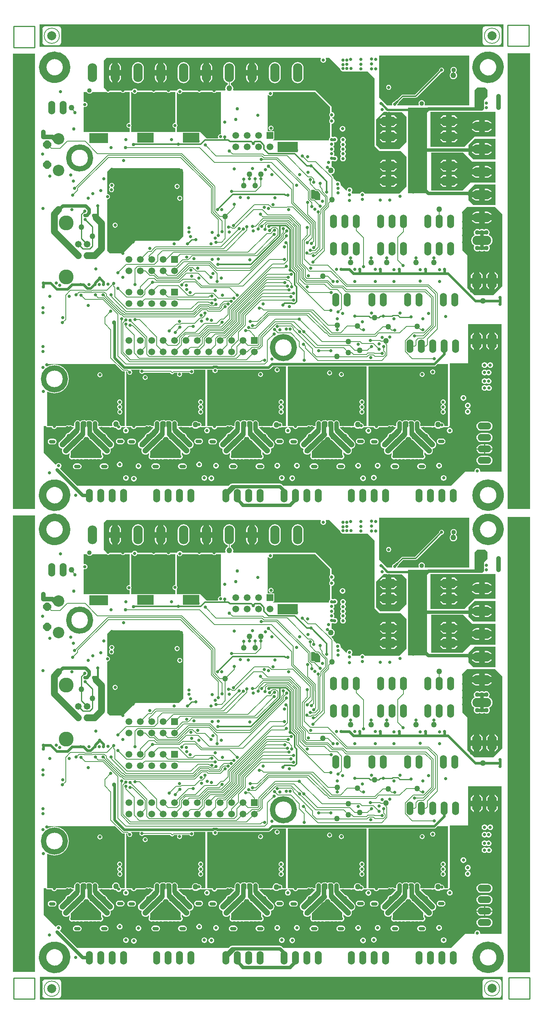
<source format=gbl>
G04 Layer_Physical_Order=4*
G04 Layer_Color=16711680*
%FSLAX24Y24*%
%MOIN*%
G70*
G01*
G75*
%ADD10C,0.0070*%
G04:AMPARAMS|DCode=11|XSize=78.7mil|YSize=78.7mil|CornerRadius=39.4mil|HoleSize=0mil|Usage=FLASHONLY|Rotation=90.000|XOffset=0mil|YOffset=0mil|HoleType=Round|Shape=RoundedRectangle|*
%AMROUNDEDRECTD11*
21,1,0.0787,0.0000,0,0,90.0*
21,1,0.0000,0.0787,0,0,90.0*
1,1,0.0787,0.0000,0.0000*
1,1,0.0787,0.0000,0.0000*
1,1,0.0787,0.0000,0.0000*
1,1,0.0787,0.0000,0.0000*
%
%ADD11ROUNDEDRECTD11*%
%ADD12C,0.0100*%
%ADD13C,0.0450*%
%ADD14C,0.0650*%
%ADD45C,0.0500*%
%ADD71C,0.0080*%
%ADD72C,0.0120*%
%ADD73C,0.0240*%
%ADD74C,0.0200*%
%ADD75C,0.0160*%
%ADD76C,0.0290*%
%ADD77C,0.0500*%
%ADD78C,0.0300*%
%ADD80C,0.0250*%
%ADD82C,0.0400*%
%ADD83C,0.0320*%
%ADD85O,0.0825X0.1650*%
%ADD86C,0.0591*%
%ADD87R,0.0591X0.0591*%
%ADD88O,0.0600X0.1200*%
G04:AMPARAMS|DCode=89|XSize=133mil|YSize=83mil|CornerRadius=0mil|HoleSize=0mil|Usage=FLASHONLY|Rotation=180.000|XOffset=0mil|YOffset=0mil|HoleType=Round|Shape=Octagon|*
%AMOCTAGOND89*
4,1,8,-0.0665,0.0208,-0.0665,-0.0208,-0.0458,-0.0415,0.0458,-0.0415,0.0665,-0.0208,0.0665,0.0208,0.0458,0.0415,-0.0458,0.0415,-0.0665,0.0208,0.0*
%
%ADD89OCTAGOND89*%

G04:AMPARAMS|DCode=90|XSize=133mil|YSize=83mil|CornerRadius=0mil|HoleSize=0mil|Usage=FLASHONLY|Rotation=270.000|XOffset=0mil|YOffset=0mil|HoleType=Round|Shape=Octagon|*
%AMOCTAGOND90*
4,1,8,-0.0208,-0.0665,0.0208,-0.0665,0.0415,-0.0458,0.0415,0.0458,0.0208,0.0665,-0.0208,0.0665,-0.0415,0.0458,-0.0415,-0.0458,-0.0208,-0.0665,0.0*
%
%ADD90OCTAGOND90*%

%ADD91C,0.1305*%
%ADD92C,0.0580*%
%ADD93C,0.1000*%
%ADD94P,0.0758X8X292.5*%
%ADD95O,0.1650X0.0825*%
%ADD96O,0.1200X0.0600*%
%ADD97C,0.0300*%
%ADD98C,0.0290*%
%ADD99C,0.0250*%
%ADD100C,0.0380*%
%ADD101C,0.0400*%
%ADD102C,0.0340*%
%ADD120C,0.0600*%
G36*
X12741Y34941D02*
X11301D01*
Y35810D01*
X12741D01*
Y34941D01*
D02*
G37*
G36*
X16741Y34948D02*
X16522D01*
X16517Y34949D01*
X16452D01*
X16447Y34948D01*
X16227D01*
X16222Y34949D01*
X16156D01*
X16151Y34948D01*
X15931D01*
X15926Y34949D01*
X15861D01*
X15856Y34948D01*
X15636D01*
X15631Y34949D01*
X15566D01*
X15561Y34948D01*
X15341D01*
X15336Y34949D01*
X15313D01*
Y35810D01*
X16741D01*
Y34948D01*
D02*
G37*
G36*
X27377Y42371D02*
X27400Y42327D01*
X27380Y42297D01*
X27361Y42201D01*
X27380Y42105D01*
X27434Y42024D01*
X27515Y41970D01*
X27611Y41951D01*
X27707Y41970D01*
X27788Y42024D01*
X27842Y42105D01*
X27861Y42201D01*
X27842Y42297D01*
X27822Y42327D01*
X27845Y42371D01*
X28131D01*
X29099Y41403D01*
X29110Y41345D01*
X29164Y41264D01*
X29245Y41210D01*
X29303Y41199D01*
X29311Y41191D01*
X30842Y41191D01*
X30891Y41181D01*
X30940Y41191D01*
X31491Y41191D01*
X32101Y40581D01*
Y34641D01*
X32531Y34211D01*
X34391D01*
X34891Y33711D01*
Y31101D01*
X34281Y30491D01*
X31269D01*
X31218Y30568D01*
X31137Y30622D01*
X31041Y30641D01*
X30945Y30622D01*
X30864Y30568D01*
X30813Y30491D01*
X30142D01*
X30098Y30558D01*
Y30604D01*
X30152Y30685D01*
X30171Y30781D01*
X30152Y30877D01*
X30098Y30958D01*
X30017Y31012D01*
X29921Y31031D01*
X29825Y31012D01*
X29744Y30958D01*
X29690Y30877D01*
X29671Y30781D01*
X29674Y30769D01*
X29627Y30745D01*
X29122Y31250D01*
X29137Y31327D01*
X29118Y31423D01*
X29064Y31504D01*
X28983Y31558D01*
X28887Y31577D01*
X28811Y31562D01*
X28506Y31866D01*
Y31872D01*
X28506Y31872D01*
X28495Y31925D01*
X28465Y31969D01*
X28465Y31969D01*
X28341Y32094D01*
Y32169D01*
X28351Y32171D01*
X28436Y32206D01*
X28509Y32262D01*
X28566Y32335D01*
X28601Y32420D01*
X28613Y32512D01*
X28601Y32603D01*
X28566Y32688D01*
X28509Y32761D01*
X28436Y32818D01*
X28351Y32853D01*
X28341Y32854D01*
Y33323D01*
X28427Y33340D01*
X28436Y33347D01*
X28501D01*
X28525Y33330D01*
X28621Y33311D01*
X28717Y33330D01*
X28798Y33384D01*
X28852Y33465D01*
X28871Y33561D01*
X28852Y33657D01*
X28798Y33738D01*
X28717Y33792D01*
X28621Y33811D01*
X28563Y33799D01*
X28534Y33840D01*
X28533Y33845D01*
X28562Y33888D01*
X28581Y33984D01*
X28562Y34079D01*
X28508Y34160D01*
X28501Y34171D01*
Y34208D01*
X28508Y34220D01*
X28562Y34300D01*
X28581Y34396D01*
X28562Y34492D01*
X28508Y34572D01*
X28501Y34584D01*
Y34621D01*
X28508Y34633D01*
X28562Y34713D01*
X28581Y34809D01*
X28562Y34904D01*
X28540Y34936D01*
X28570Y34981D01*
X28621Y34971D01*
X28717Y34990D01*
X28798Y35044D01*
X28852Y35125D01*
X28871Y35221D01*
X28852Y35317D01*
X28798Y35398D01*
X28717Y35452D01*
X28621Y35471D01*
X28525Y35452D01*
X28516Y35445D01*
X28436D01*
X28427Y35452D01*
X28341Y35469D01*
Y36593D01*
X28351Y36601D01*
X28447Y36620D01*
X28528Y36674D01*
X28582Y36755D01*
X28601Y36851D01*
X28582Y36947D01*
X28528Y37028D01*
X28447Y37082D01*
X28378Y37096D01*
Y37147D01*
X28447Y37160D01*
X28528Y37214D01*
X28582Y37295D01*
X28601Y37391D01*
X28582Y37487D01*
X28528Y37568D01*
X28447Y37622D01*
X28351Y37641D01*
X28341Y37649D01*
Y38131D01*
X27841Y38631D01*
X26951Y39521D01*
X19725D01*
X19692Y39571D01*
X19712Y39620D01*
X19724Y39711D01*
X19712Y39802D01*
X19677Y39888D01*
X19621Y39961D01*
X19548Y40017D01*
X19514Y40031D01*
Y40177D01*
X19619Y40221D01*
X19727Y40303D01*
X19809Y40410D01*
X19860Y40535D01*
X19878Y40669D01*
Y41494D01*
X19860Y41627D01*
X19809Y41752D01*
X19727Y41859D01*
X19619Y41941D01*
X19495Y41993D01*
X19361Y42010D01*
X19227Y41993D01*
X19103Y41941D01*
X18996Y41859D01*
X18913Y41752D01*
X18862Y41627D01*
X18844Y41494D01*
Y40669D01*
X18862Y40535D01*
X18913Y40410D01*
X18996Y40303D01*
X19103Y40221D01*
X19227Y40169D01*
X19228Y40169D01*
Y40031D01*
X19195Y40017D01*
X19121Y39961D01*
X19065Y39888D01*
X19030Y39802D01*
X19018Y39711D01*
X19030Y39620D01*
X19050Y39571D01*
X19017Y39521D01*
X15263D01*
X15262Y39527D01*
X15208Y39608D01*
X15127Y39662D01*
X15031Y39681D01*
X14935Y39662D01*
X14854Y39608D01*
X14800Y39527D01*
X14799Y39521D01*
X11317D01*
X11312Y39547D01*
X11258Y39628D01*
X11177Y39682D01*
X11081Y39701D01*
X10985Y39682D01*
X10904Y39628D01*
X10850Y39547D01*
X10845Y39521D01*
X8641D01*
X8381Y39781D01*
Y42161D01*
X8591Y42371D01*
X26681D01*
X27377Y42371D01*
D02*
G37*
G36*
X25356Y34125D02*
X23596D01*
Y35035D01*
X25356D01*
Y34125D01*
D02*
G37*
G36*
X33163Y37638D02*
X33242Y37622D01*
X34520D01*
X34911Y37231D01*
Y35011D01*
X34301Y34401D01*
X32601D01*
X32241Y34761D01*
Y36991D01*
X32901Y37651D01*
X33143D01*
X33163Y37638D01*
D02*
G37*
G36*
X8751Y34921D02*
X7091D01*
Y35801D01*
X8751D01*
Y34921D01*
D02*
G37*
G36*
X35264Y9087D02*
X35292Y9020D01*
X35343Y8953D01*
X35410Y8902D01*
X35477Y8874D01*
X36360Y7991D01*
Y7347D01*
X36324Y7311D01*
X33720Y7331D01*
Y7931D01*
X34660Y8872D01*
X34732Y8902D01*
X34799Y8953D01*
X34851Y9020D01*
X34880Y9092D01*
X34950Y9161D01*
X35190D01*
X35264Y9087D01*
D02*
G37*
G36*
X7029D02*
X7057Y9020D01*
X7108Y8953D01*
X7175Y8902D01*
X7243Y8874D01*
X8125Y7991D01*
Y7347D01*
X8090Y7311D01*
X5485Y7331D01*
Y7931D01*
X6426Y8872D01*
X6498Y8902D01*
X6565Y8953D01*
X6616Y9020D01*
X6646Y9092D01*
X6715Y9161D01*
X6955D01*
X7029Y9087D01*
D02*
G37*
G36*
X42701Y35471D02*
X40861D01*
X39961Y34571D01*
X37021D01*
Y37661D01*
X37937D01*
X37961Y37656D01*
X37985Y37661D01*
X38907D01*
X38931Y37656D01*
X38955Y37661D01*
X40087D01*
X40111Y37656D01*
X40135Y37661D01*
X41383D01*
X41409Y37656D01*
X41436Y37661D01*
X42701D01*
Y35471D01*
D02*
G37*
G36*
X41990Y39582D02*
Y38949D01*
X41715Y38673D01*
Y37906D01*
X41577Y37768D01*
X40858D01*
Y39539D01*
X41117Y39798D01*
X41774D01*
X41990Y39582D01*
D02*
G37*
G36*
X28182Y9070D02*
X28203Y9020D01*
X28254Y8953D01*
X28321Y8902D01*
X28371Y8881D01*
X29261Y7991D01*
Y7347D01*
X29226Y7311D01*
X26621Y7331D01*
Y7931D01*
X26727Y8037D01*
X27605Y8885D01*
X27644Y8902D01*
X27711Y8953D01*
X27762Y9020D01*
X27774Y9049D01*
X27890Y9161D01*
X28091D01*
X28182Y9070D01*
D02*
G37*
G36*
X21096D02*
X21117Y9020D01*
X21168Y8953D01*
X21235Y8902D01*
X21285Y8881D01*
X22175Y7991D01*
Y7347D01*
X22140Y7311D01*
X19535Y7331D01*
Y7931D01*
X20472Y8868D01*
X20480Y8869D01*
X20558Y8902D01*
X20625Y8953D01*
X20676Y9020D01*
X20708Y9097D01*
X20709Y9105D01*
X20765Y9161D01*
X21005D01*
X21096Y9070D01*
D02*
G37*
G36*
X13998Y9087D02*
X14026Y9020D01*
X14077Y8953D01*
X14144Y8902D01*
X14211Y8874D01*
X15094Y7991D01*
Y7347D01*
X15058Y7311D01*
X12454Y7331D01*
Y7931D01*
X13394Y8872D01*
X13467Y8902D01*
X13533Y8953D01*
X13585Y9020D01*
X13615Y9092D01*
X13684Y9161D01*
X13924D01*
X13998Y9087D01*
D02*
G37*
G36*
X42701Y31271D02*
X42701Y29501D01*
X40771Y29501D01*
X40341Y29931D01*
Y30751D01*
X40861Y31271D01*
X42701Y31271D01*
D02*
G37*
G36*
X17281Y10121D02*
X16945D01*
X16916Y10171D01*
X16930Y10241D01*
X16914Y10325D01*
X16866Y10396D01*
X16795Y10444D01*
X16711Y10460D01*
X16663Y10451D01*
X16649Y10469D01*
X16582Y10521D01*
X16505Y10553D01*
X16421Y10564D01*
X16337Y10553D01*
X16260Y10521D01*
X16193Y10469D01*
X16142Y10402D01*
X16109Y10325D01*
X16098Y10241D01*
X16107Y10171D01*
X16077Y10121D01*
X15197Y10121D01*
X15151Y10130D01*
X15105Y10121D01*
X14853D01*
Y10316D01*
X14860Y10351D01*
X14844Y10435D01*
X14819Y10471D01*
X14817Y10477D01*
X14805Y10493D01*
X14796Y10506D01*
X14793Y10508D01*
X14774Y10534D01*
X14717Y10577D01*
X14652Y10604D01*
X14581Y10613D01*
X14511Y10604D01*
X14445Y10577D01*
X14388Y10534D01*
X14383Y10526D01*
X14320D01*
X14304Y10548D01*
X14247Y10591D01*
X14182Y10618D01*
X14111Y10628D01*
X14071Y10622D01*
X14069Y10624D01*
X14037Y10630D01*
X14005Y10639D01*
X13995Y10638D01*
X13985Y10640D01*
X13953Y10634D01*
X13920Y10630D01*
X13911Y10625D01*
X13901Y10624D01*
X13874Y10605D01*
X13845Y10589D01*
X13838Y10582D01*
X13837Y10581D01*
X13814Y10576D01*
X13796D01*
X13773Y10581D01*
X13709Y10624D01*
X13625Y10640D01*
X13541Y10624D01*
X13539Y10622D01*
X13497Y10628D01*
X13427Y10618D01*
X13361Y10591D01*
X13304Y10548D01*
X13288Y10526D01*
X13225D01*
X13220Y10534D01*
X13163Y10577D01*
X13098Y10604D01*
X13027Y10613D01*
X12957Y10604D01*
X12891Y10577D01*
X12834Y10534D01*
X12791Y10477D01*
X12764Y10412D01*
X12755Y10341D01*
Y10121D01*
X12579D01*
X12576Y10126D01*
X12505Y10174D01*
X12421Y10190D01*
X12337Y10174D01*
X12286Y10139D01*
X12235Y10174D01*
X12151Y10190D01*
X12067Y10174D01*
X11996Y10126D01*
X11993Y10121D01*
X10331D01*
X10331Y14909D01*
X10395D01*
X10429Y14869D01*
X10422Y14831D01*
X10438Y14747D01*
X10486Y14676D01*
X10557Y14628D01*
X10641Y14612D01*
X10725Y14628D01*
X10796Y14676D01*
X10844Y14747D01*
X10860Y14831D01*
X10844Y14915D01*
X10796Y14986D01*
X10764Y15007D01*
X10779Y15057D01*
X11499D01*
X11523Y15013D01*
X11512Y14998D01*
X11496Y14914D01*
X11512Y14830D01*
X11560Y14759D01*
X11631Y14711D01*
X11715Y14695D01*
X11799Y14711D01*
X11870Y14759D01*
X11899Y14802D01*
X14175D01*
X14285Y14692D01*
X14322Y14667D01*
X14365Y14659D01*
X14408Y14667D01*
X14444Y14692D01*
X14536Y14784D01*
X14799D01*
X14823Y14740D01*
X14813Y14725D01*
X14796Y14641D01*
X14813Y14557D01*
X14860Y14486D01*
X14931Y14439D01*
X15015Y14422D01*
X15099Y14439D01*
X15170Y14486D01*
X15218Y14557D01*
X15234Y14641D01*
X15218Y14725D01*
X15208Y14740D01*
X15231Y14784D01*
X15877D01*
X15906Y14741D01*
X15977Y14693D01*
X16061Y14677D01*
X16145Y14693D01*
X16216Y14741D01*
X16264Y14812D01*
X16280Y14896D01*
X16264Y14980D01*
X16245Y15007D01*
X16272Y15057D01*
X17281D01*
X17281Y10121D01*
D02*
G37*
G36*
X26911Y30737D02*
X26946Y30714D01*
X26987Y30706D01*
X27149D01*
X27224Y30631D01*
X27230Y30604D01*
X27253Y30569D01*
X27325Y30497D01*
Y29923D01*
X26945D01*
X26873Y29995D01*
X26838Y30019D01*
X26797Y30027D01*
X26614D01*
X26542Y30099D01*
Y30773D01*
X26542Y30773D01*
X26542Y30774D01*
X26574Y30813D01*
X26835D01*
X26911Y30737D01*
D02*
G37*
G36*
X42671Y29331D02*
X43301Y28701D01*
X43301Y22381D01*
X42491Y21571D01*
X40871D01*
X40251Y22191D01*
X40251Y25081D01*
X39811Y25521D01*
X39811Y28921D01*
X40221Y29331D01*
X40471Y29331D01*
X42671Y29331D01*
D02*
G37*
G36*
X15351Y32401D02*
Y26751D01*
X14961Y26361D01*
X11151D01*
X10031Y25241D01*
X8901D01*
X8671Y25471D01*
Y29985D01*
X8691Y30002D01*
X8775Y30018D01*
X8846Y30066D01*
X8894Y30137D01*
X8910Y30221D01*
X8894Y30305D01*
X8846Y30376D01*
X8775Y30424D01*
X8691Y30440D01*
X8671Y30457D01*
Y32411D01*
X8971Y32711D01*
X15041Y32711D01*
X15351Y32401D01*
D02*
G37*
G36*
X24341Y10121D02*
X24048D01*
X24010Y10171D01*
X24020Y10221D01*
X24004Y10305D01*
X23956Y10376D01*
X23885Y10424D01*
X23801Y10440D01*
X23751Y10430D01*
X23729Y10459D01*
X23662Y10511D01*
X23585Y10543D01*
X23501Y10554D01*
X23417Y10543D01*
X23340Y10511D01*
X23273Y10459D01*
X23222Y10392D01*
X23189Y10315D01*
X23178Y10231D01*
X23186Y10171D01*
X23151Y10121D01*
X22289Y10121D01*
X22242Y10130D01*
X22196Y10121D01*
X21945D01*
Y10316D01*
X21951Y10351D01*
X21935Y10435D01*
X21911Y10471D01*
X21908Y10477D01*
X21896Y10493D01*
X21887Y10506D01*
X21885Y10508D01*
X21865Y10534D01*
X21808Y10577D01*
X21743Y10604D01*
X21672Y10613D01*
X21602Y10604D01*
X21536Y10577D01*
X21480Y10534D01*
X21474Y10526D01*
X21411D01*
X21395Y10548D01*
X21338Y10591D01*
X21273Y10618D01*
X21202Y10628D01*
X21162Y10622D01*
X21160Y10624D01*
X21128Y10630D01*
X21096Y10639D01*
X21086Y10638D01*
X21076Y10640D01*
X21044Y10634D01*
X21011Y10630D01*
X21002Y10625D01*
X20993Y10624D01*
X20965Y10605D01*
X20936Y10589D01*
X20930Y10582D01*
X20928Y10581D01*
X20906Y10576D01*
X20887D01*
X20864Y10581D01*
X20800Y10624D01*
X20716Y10640D01*
X20633Y10624D01*
X20630Y10622D01*
X20588Y10628D01*
X20518Y10618D01*
X20452Y10591D01*
X20396Y10548D01*
X20379Y10526D01*
X20316D01*
X20311Y10534D01*
X20254Y10577D01*
X20189Y10604D01*
X20118Y10613D01*
X20048Y10604D01*
X19982Y10577D01*
X19926Y10534D01*
X19882Y10477D01*
X19855Y10412D01*
X19846Y10341D01*
Y10121D01*
X19671D01*
X19667Y10126D01*
X19596Y10174D01*
X19512Y10190D01*
X19428Y10174D01*
X19377Y10139D01*
X19326Y10174D01*
X19242Y10190D01*
X19158Y10174D01*
X19087Y10126D01*
X19084Y10121D01*
X17441D01*
X17441Y15057D01*
X17869D01*
X17910Y15007D01*
X17903Y14972D01*
X17920Y14889D01*
X17967Y14817D01*
X18038Y14770D01*
X18122Y14753D01*
X18206Y14770D01*
X18277Y14817D01*
X18325Y14889D01*
X18341Y14972D01*
X18334Y15007D01*
X18375Y15057D01*
X22821D01*
X22895Y15072D01*
X22958Y15114D01*
X23196Y15352D01*
X24341D01*
X24341Y10121D01*
D02*
G37*
G36*
X36701Y31141D02*
Y30511D01*
X35041D01*
Y38011D01*
X36701D01*
Y31141D01*
D02*
G37*
G36*
X31421Y10121D02*
X31175D01*
X31150Y10151D01*
X31134Y10235D01*
X31086Y10306D01*
X31015Y10354D01*
X30931Y10370D01*
X30924Y10369D01*
X30911Y10402D01*
X30859Y10469D01*
X30792Y10521D01*
X30715Y10553D01*
X30631Y10564D01*
X30547Y10553D01*
X30470Y10521D01*
X30403Y10469D01*
X30352Y10402D01*
X30319Y10325D01*
X30308Y10241D01*
X30317Y10171D01*
X30287Y10121D01*
X29375Y10121D01*
X29328Y10130D01*
X29282Y10121D01*
X29031D01*
Y10316D01*
X29037Y10351D01*
X29021Y10435D01*
X28997Y10471D01*
X28994Y10477D01*
X28982Y10493D01*
X28973Y10506D01*
X28971Y10508D01*
X28951Y10534D01*
X28894Y10577D01*
X28829Y10604D01*
X28758Y10613D01*
X28688Y10604D01*
X28622Y10577D01*
X28566Y10534D01*
X28560Y10526D01*
X28497D01*
X28481Y10548D01*
X28424Y10591D01*
X28359Y10618D01*
X28288Y10628D01*
X28248Y10622D01*
X28246Y10624D01*
X28214Y10630D01*
X28182Y10639D01*
X28172Y10638D01*
X28162Y10640D01*
X28130Y10634D01*
X28097Y10630D01*
X28088Y10625D01*
X28079Y10624D01*
X28051Y10605D01*
X28022Y10589D01*
X28016Y10582D01*
X28007Y10576D01*
X27973D01*
X27950Y10581D01*
X27886Y10624D01*
X27802Y10640D01*
X27719Y10624D01*
X27716Y10622D01*
X27674Y10628D01*
X27604Y10618D01*
X27538Y10591D01*
X27482Y10548D01*
X27465Y10526D01*
X27402D01*
X27397Y10534D01*
X27340Y10577D01*
X27275Y10604D01*
X27204Y10613D01*
X27134Y10604D01*
X27068Y10577D01*
X27012Y10534D01*
X26968Y10477D01*
X26941Y10412D01*
X26932Y10341D01*
Y10121D01*
X26757D01*
X26753Y10126D01*
X26682Y10174D01*
X26598Y10190D01*
X26514Y10174D01*
X26463Y10139D01*
X26412Y10174D01*
X26328Y10190D01*
X26244Y10174D01*
X26173Y10126D01*
X26170Y10121D01*
X24501D01*
X24501Y15352D01*
X31421D01*
X31421Y10121D01*
D02*
G37*
G36*
X43240Y6111D02*
X41861Y6111D01*
X41396D01*
X41365Y6150D01*
X41371Y6181D01*
X41352Y6277D01*
X41298Y6358D01*
X41217Y6412D01*
X41121Y6431D01*
X41025Y6412D01*
X40944Y6358D01*
X40890Y6277D01*
X40871Y6181D01*
X40877Y6150D01*
X40846Y6111D01*
X40061D01*
X38821Y4871D01*
X24104Y4871D01*
X23973Y5003D01*
X23892Y5057D01*
X23796Y5076D01*
X19616D01*
X19520Y5057D01*
X19439Y5003D01*
X19308Y4871D01*
X8421Y4871D01*
X6028Y4871D01*
X4535Y6364D01*
X4541Y6428D01*
X4588Y6459D01*
X4642Y6540D01*
X4661Y6636D01*
X4642Y6731D01*
X4588Y6812D01*
X4507Y6867D01*
X4411Y6886D01*
X4316Y6867D01*
X4235Y6812D01*
X4197Y6756D01*
X4136Y6746D01*
X3121Y7761D01*
Y10121D01*
X3315D01*
X3322Y10082D01*
X3345Y10049D01*
X3378Y10027D01*
X3417Y10019D01*
X3789D01*
X3792Y10005D01*
X3846Y9924D01*
X3927Y9870D01*
X4022Y9851D01*
X4118Y9870D01*
X4199Y9924D01*
X4253Y10005D01*
X4256Y10019D01*
X5024D01*
X5034Y10021D01*
X5044D01*
X5053Y10025D01*
X5063Y10027D01*
X5071Y10032D01*
X5081Y10036D01*
X5088Y10043D01*
X5096Y10049D01*
X5097Y10050D01*
X5138Y10078D01*
X5182Y10086D01*
X5227Y10078D01*
X5261Y10055D01*
X5261Y10055D01*
X5298Y10039D01*
X5337D01*
X5374Y10055D01*
X5374Y10055D01*
X5408Y10078D01*
X5452Y10086D01*
X5497Y10078D01*
X5538Y10050D01*
X5539Y10049D01*
X5547Y10043D01*
X5554Y10036D01*
X5563Y10032D01*
X5572Y10027D01*
X5582Y10025D01*
X5591Y10021D01*
X5601Y10021D01*
X5611Y10019D01*
X5715D01*
X5732Y9969D01*
X5703Y9947D01*
X5397Y9641D01*
X5364Y9616D01*
X5274Y9526D01*
X5245Y9522D01*
X5160Y9487D01*
X5087Y9431D01*
X5031Y9358D01*
X4996Y9272D01*
X4992Y9244D01*
X4504Y8756D01*
X4448Y8683D01*
X4412Y8597D01*
X4400Y8506D01*
X4412Y8415D01*
X4448Y8330D01*
X4478Y8290D01*
X4502Y8254D01*
X4538Y8230D01*
X4577Y8200D01*
X4662Y8165D01*
X4694Y8161D01*
X4726Y8106D01*
X4707Y8062D01*
X4695Y7971D01*
X4707Y7880D01*
X4733Y7817D01*
X4738Y7795D01*
X4792Y7714D01*
X4873Y7660D01*
X4895Y7656D01*
X4957Y7630D01*
X5048Y7618D01*
X5140Y7630D01*
X5225Y7665D01*
X5298Y7721D01*
X5337Y7760D01*
X5383Y7741D01*
Y7594D01*
X5352Y7547D01*
X5333Y7451D01*
X5352Y7355D01*
X5390Y7299D01*
X5391Y7293D01*
X5391Y7292D01*
X5391Y7292D01*
X5402Y7276D01*
X5413Y7259D01*
X5413Y7259D01*
X5413Y7259D01*
X5429Y7248D01*
X5446Y7237D01*
X5446Y7237D01*
X5446Y7237D01*
X5465Y7233D01*
X5469Y7232D01*
X5487Y7220D01*
X5582Y7201D01*
X5678Y7220D01*
X5689Y7228D01*
X5804Y7227D01*
X5814Y7220D01*
X5909Y7201D01*
X6005Y7220D01*
X6012Y7225D01*
X6134Y7224D01*
X6140Y7220D01*
X6236Y7201D01*
X6331Y7220D01*
X6335Y7223D01*
X6465Y7222D01*
X6467Y7220D01*
X6562Y7201D01*
X6658Y7220D01*
X6979Y7218D01*
X7062Y7201D01*
X7139Y7217D01*
X7329Y7215D01*
X7399Y7201D01*
X7464Y7214D01*
X7679Y7212D01*
X7736Y7201D01*
X7788Y7212D01*
X8029Y7210D01*
X8072Y7201D01*
X8168Y7220D01*
X8249Y7274D01*
X8303Y7355D01*
X8322Y7451D01*
X8303Y7547D01*
X8249Y7628D01*
X8227Y7642D01*
Y7802D01*
X8273Y7821D01*
X8373Y7721D01*
X8446Y7665D01*
X8531Y7630D01*
X8622Y7618D01*
X8714Y7630D01*
X8776Y7656D01*
X8798Y7660D01*
X8879Y7714D01*
X8933Y7795D01*
X8938Y7817D01*
X8963Y7880D01*
X8975Y7971D01*
X8963Y8062D01*
X8945Y8106D01*
X8977Y8161D01*
X9009Y8165D01*
X9094Y8200D01*
X9133Y8230D01*
X9169Y8254D01*
X9193Y8290D01*
X9223Y8330D01*
X9258Y8415D01*
X9270Y8506D01*
X9258Y8597D01*
X9223Y8683D01*
X9167Y8756D01*
X8682Y9241D01*
X8678Y9272D01*
X8642Y9358D01*
X8586Y9431D01*
X8513Y9487D01*
X8428Y9522D01*
X8397Y9526D01*
X8307Y9616D01*
X8274Y9641D01*
X7968Y9947D01*
X7939Y9969D01*
X7956Y10019D01*
X8136D01*
X8146Y10021D01*
X8156D01*
X8182Y10026D01*
X8209Y10021D01*
X8219D01*
X8229Y10019D01*
X8824Y10019D01*
X8837Y10010D01*
X8932Y9991D01*
X9028Y10010D01*
X9041Y10019D01*
X9101D01*
X9111Y10021D01*
X9121D01*
X9130Y10025D01*
X9140Y10027D01*
X9148Y10032D01*
X9158Y10036D01*
X9181Y10041D01*
X9211Y10019D01*
X9255Y9985D01*
X9340Y9950D01*
X9431Y9938D01*
X9453Y9941D01*
X9504Y9864D01*
X9585Y9810D01*
X9681Y9791D01*
X9777Y9810D01*
X9858Y9864D01*
X9912Y9945D01*
X9926Y10019D01*
X10191D01*
X10230Y10027D01*
X10245Y10037D01*
X10259Y10032D01*
X10271Y10024D01*
X10259Y9970D01*
X10215Y9962D01*
X10134Y9908D01*
X10080Y9827D01*
X10061Y9731D01*
X10080Y9635D01*
X10134Y9554D01*
X10215Y9500D01*
X10311Y9481D01*
X10407Y9500D01*
X10488Y9554D01*
X10542Y9635D01*
X10561Y9731D01*
X10542Y9827D01*
X10488Y9908D01*
X10407Y9962D01*
X10370Y9969D01*
X10375Y10019D01*
X10758D01*
X10760Y10005D01*
X10814Y9924D01*
X10895Y9870D01*
X10991Y9851D01*
X11087Y9870D01*
X11168Y9924D01*
X11222Y10005D01*
X11225Y10019D01*
X11993D01*
X12003Y10021D01*
X12013Y10021D01*
X12022Y10025D01*
X12032Y10027D01*
X12040Y10032D01*
X12049Y10036D01*
X12056Y10043D01*
X12065Y10049D01*
X12065Y10050D01*
X12107Y10078D01*
X12151Y10086D01*
X12195Y10078D01*
X12229Y10055D01*
X12229Y10055D01*
X12266Y10039D01*
X12306D01*
X12343Y10055D01*
X12343Y10055D01*
X12377Y10078D01*
X12421Y10086D01*
X12465Y10078D01*
X12507Y10050D01*
X12507Y10049D01*
X12516Y10043D01*
X12523Y10036D01*
X12532Y10032D01*
X12540Y10027D01*
X12550Y10025D01*
X12559Y10021D01*
X12570Y10021D01*
X12579Y10019D01*
X12683D01*
X12700Y9969D01*
X12671Y9947D01*
X12365Y9641D01*
X12332Y9616D01*
X12243Y9526D01*
X12214Y9522D01*
X12129Y9487D01*
X12056Y9431D01*
X12000Y9358D01*
X11964Y9272D01*
X11961Y9244D01*
X11472Y8756D01*
X11416Y8683D01*
X11381Y8597D01*
X11369Y8506D01*
X11381Y8415D01*
X11416Y8330D01*
X11446Y8290D01*
X11470Y8254D01*
X11506Y8230D01*
X11546Y8200D01*
X11631Y8165D01*
X11663Y8161D01*
X11694Y8106D01*
X11676Y8062D01*
X11664Y7971D01*
X11676Y7880D01*
X11702Y7817D01*
X11706Y7795D01*
X11760Y7714D01*
X11841Y7660D01*
X11863Y7656D01*
X11926Y7630D01*
X12017Y7618D01*
X12108Y7630D01*
X12194Y7665D01*
X12267Y7721D01*
X12306Y7760D01*
X12352Y7741D01*
Y7594D01*
X12320Y7547D01*
X12301Y7451D01*
X12320Y7355D01*
X12358Y7299D01*
X12359Y7293D01*
X12360Y7292D01*
X12360Y7292D01*
X12370Y7276D01*
X12381Y7259D01*
X12382Y7259D01*
X12382Y7259D01*
X12398Y7248D01*
X12414Y7237D01*
X12415Y7237D01*
X12415Y7237D01*
X12434Y7233D01*
X12437Y7232D01*
X12455Y7220D01*
X12551Y7201D01*
X12647Y7220D01*
X12658Y7228D01*
X12773Y7227D01*
X12782Y7220D01*
X12878Y7201D01*
X12973Y7220D01*
X12981Y7225D01*
X13103Y7224D01*
X13109Y7220D01*
X13204Y7201D01*
X13300Y7220D01*
X13304Y7223D01*
X13433Y7222D01*
X13435Y7220D01*
X13531Y7201D01*
X13626Y7220D01*
X13948Y7218D01*
X14031Y7201D01*
X14108Y7217D01*
X14298Y7215D01*
X14368Y7201D01*
X14432Y7214D01*
X14648Y7212D01*
X14704Y7201D01*
X14757Y7212D01*
X14998Y7210D01*
X15041Y7201D01*
X15137Y7220D01*
X15218Y7274D01*
X15272Y7355D01*
X15291Y7451D01*
X15272Y7547D01*
X15218Y7628D01*
X15196Y7642D01*
Y7802D01*
X15242Y7821D01*
X15341Y7721D01*
X15415Y7665D01*
X15500Y7630D01*
X15591Y7618D01*
X15682Y7630D01*
X15745Y7656D01*
X15767Y7660D01*
X15848Y7714D01*
X15902Y7795D01*
X15906Y7817D01*
X15932Y7880D01*
X15944Y7971D01*
X15932Y8062D01*
X15914Y8106D01*
X15945Y8161D01*
X15977Y8165D01*
X16063Y8200D01*
X16102Y8230D01*
X16138Y8254D01*
X16162Y8290D01*
X16192Y8330D01*
X16227Y8415D01*
X16239Y8506D01*
X16227Y8597D01*
X16192Y8683D01*
X16136Y8756D01*
X15650Y9241D01*
X15646Y9272D01*
X15611Y9358D01*
X15555Y9431D01*
X15482Y9487D01*
X15397Y9522D01*
X15365Y9526D01*
X15276Y9616D01*
X15243Y9641D01*
X14937Y9947D01*
X14908Y9969D01*
X14925Y10019D01*
X15105D01*
X15115Y10021D01*
X15125D01*
X15151Y10026D01*
X15177Y10021D01*
X15187D01*
X15197Y10019D01*
X15792Y10019D01*
X15805Y10010D01*
X15901Y9991D01*
X15997Y10010D01*
X16010Y10019D01*
X16077D01*
X16089Y10021D01*
X16101Y10022D01*
X16108Y10025D01*
X16116Y10027D01*
X16126Y10034D01*
X16136Y10038D01*
X16171Y9991D01*
X16245Y9935D01*
X16330Y9900D01*
X16421Y9888D01*
X16512Y9900D01*
X16598Y9935D01*
X16671Y9991D01*
X16676Y9998D01*
X16711Y9991D01*
X16807Y10010D01*
X16870Y10053D01*
X16873Y10049D01*
X16878Y10045D01*
X16883Y10040D01*
X16895Y10034D01*
X16906Y10027D01*
X16912Y10026D01*
X16918Y10023D01*
X16932Y10022D01*
X16945Y10019D01*
X17281D01*
X17320Y10027D01*
X17353Y10049D01*
X17397Y10030D01*
X17402Y10027D01*
X17441Y10019D01*
X17845D01*
X17851Y9985D01*
X17906Y9904D01*
X17987Y9850D01*
X18082Y9831D01*
X18178Y9850D01*
X18259Y9904D01*
X18313Y9985D01*
X18320Y10019D01*
X19084D01*
X19094Y10021D01*
X19104Y10021D01*
X19113Y10025D01*
X19123Y10027D01*
X19131Y10032D01*
X19140Y10036D01*
X19148Y10043D01*
X19156Y10049D01*
X19156Y10050D01*
X19198Y10078D01*
X19242Y10086D01*
X19286Y10078D01*
X19321Y10055D01*
X19321Y10055D01*
X19357Y10039D01*
X19397D01*
X19434Y10055D01*
X19434Y10055D01*
X19468Y10078D01*
X19512Y10086D01*
X19556Y10078D01*
X19598Y10050D01*
X19598Y10049D01*
X19607Y10043D01*
X19614Y10036D01*
X19623Y10032D01*
X19632Y10027D01*
X19641Y10025D01*
X19651Y10021D01*
X19661Y10021D01*
X19671Y10019D01*
X19774D01*
X19791Y9969D01*
X19762Y9947D01*
X19456Y9641D01*
X19424Y9616D01*
X19334Y9526D01*
X19305Y9522D01*
X19220Y9487D01*
X19147Y9431D01*
X19091Y9358D01*
X19055Y9272D01*
X19052Y9244D01*
X18564Y8756D01*
X18508Y8683D01*
X18472Y8597D01*
X18460Y8506D01*
X18472Y8415D01*
X18508Y8330D01*
X18538Y8290D01*
X18562Y8254D01*
X18597Y8230D01*
X18637Y8200D01*
X18722Y8165D01*
X18754Y8161D01*
X18785Y8106D01*
X18767Y8062D01*
X18755Y7971D01*
X18767Y7880D01*
X18793Y7817D01*
X18797Y7795D01*
X18852Y7714D01*
X18933Y7660D01*
X18954Y7656D01*
X19017Y7630D01*
X19108Y7618D01*
X19200Y7630D01*
X19285Y7665D01*
X19358Y7721D01*
X19387Y7750D01*
X19433Y7731D01*
Y7579D01*
X19411Y7547D01*
X19392Y7451D01*
X19411Y7355D01*
X19435Y7320D01*
X19437Y7312D01*
X19441Y7293D01*
X19441Y7292D01*
X19441Y7292D01*
X19452Y7276D01*
X19462Y7259D01*
X19463Y7259D01*
X19463Y7259D01*
X19479Y7248D01*
X19495Y7237D01*
X19496Y7237D01*
X19496Y7237D01*
X19515Y7233D01*
X19533Y7229D01*
X19547Y7220D01*
X19642Y7201D01*
X19738Y7220D01*
X19749Y7227D01*
X19864Y7227D01*
X19873Y7220D01*
X19969Y7201D01*
X20064Y7220D01*
X20072Y7225D01*
X20194Y7224D01*
X20200Y7220D01*
X20296Y7201D01*
X20391Y7220D01*
X20395Y7223D01*
X20525Y7222D01*
X20527Y7220D01*
X20622Y7201D01*
X20717Y7220D01*
X21040Y7218D01*
X21122Y7201D01*
X21199Y7216D01*
X21390Y7215D01*
X21459Y7201D01*
X21523Y7214D01*
X21740Y7212D01*
X21796Y7201D01*
X21847Y7212D01*
X22090Y7210D01*
X22132Y7201D01*
X22228Y7220D01*
X22309Y7274D01*
X22363Y7355D01*
X22382Y7451D01*
X22363Y7547D01*
X22309Y7628D01*
X22277Y7649D01*
Y7812D01*
X22323Y7831D01*
X22433Y7721D01*
X22506Y7665D01*
X22591Y7630D01*
X22682Y7618D01*
X22774Y7630D01*
X22836Y7656D01*
X22858Y7660D01*
X22939Y7714D01*
X22993Y7795D01*
X22997Y7817D01*
X23023Y7880D01*
X23035Y7971D01*
X23023Y8062D01*
X23005Y8106D01*
X23037Y8161D01*
X23069Y8165D01*
X23154Y8200D01*
X23193Y8230D01*
X23229Y8254D01*
X23253Y8290D01*
X23283Y8330D01*
X23318Y8415D01*
X23330Y8506D01*
X23318Y8597D01*
X23283Y8683D01*
X23227Y8756D01*
X22742Y9241D01*
X22737Y9272D01*
X22702Y9358D01*
X22646Y9431D01*
X22573Y9487D01*
X22488Y9522D01*
X22456Y9526D01*
X22367Y9616D01*
X22334Y9641D01*
X22028Y9947D01*
X21999Y9969D01*
X22016Y10019D01*
X22196D01*
X22206Y10021D01*
X22216D01*
X22242Y10026D01*
X22269Y10021D01*
X22279D01*
X22289Y10019D01*
X22883Y10019D01*
X22897Y10010D01*
X22992Y9991D01*
X23088Y10010D01*
X23101Y10019D01*
X23151D01*
X23160Y10021D01*
X23169Y10021D01*
X23179Y10025D01*
X23190Y10027D01*
X23198Y10032D01*
X23206Y10035D01*
X23210Y10035D01*
X23251Y9981D01*
X23325Y9925D01*
X23410Y9890D01*
X23501Y9878D01*
X23592Y9890D01*
X23678Y9925D01*
X23750Y9981D01*
X23801Y9971D01*
X23897Y9990D01*
X23978Y10044D01*
X23997Y10033D01*
X24004Y10031D01*
X24009Y10027D01*
X24022Y10024D01*
X24035Y10020D01*
X24042Y10020D01*
X24048Y10019D01*
X24341D01*
X24380Y10027D01*
X24413Y10049D01*
X24413Y10049D01*
X24429D01*
X24462Y10027D01*
X24474Y10024D01*
Y9973D01*
X24415Y9962D01*
X24334Y9908D01*
X24280Y9827D01*
X24261Y9731D01*
X24280Y9635D01*
X24334Y9554D01*
X24415Y9500D01*
X24511Y9481D01*
X24607Y9500D01*
X24688Y9554D01*
X24742Y9635D01*
X24761Y9731D01*
X24742Y9827D01*
X24688Y9908D01*
X24607Y9962D01*
X24570Y9969D01*
X24575Y10019D01*
X24935D01*
X24937Y10005D01*
X24992Y9924D01*
X25073Y9870D01*
X25168Y9851D01*
X25264Y9870D01*
X25345Y9924D01*
X25399Y10005D01*
X25402Y10019D01*
X26170D01*
X26180Y10021D01*
X26190Y10021D01*
X26199Y10025D01*
X26209Y10027D01*
X26217Y10032D01*
X26226Y10036D01*
X26234Y10043D01*
X26242Y10049D01*
X26242Y10050D01*
X26284Y10078D01*
X26328Y10086D01*
X26372Y10078D01*
X26407Y10055D01*
X26407Y10055D01*
X26443Y10039D01*
X26483D01*
X26520Y10055D01*
X26520Y10055D01*
X26554Y10078D01*
X26598Y10086D01*
X26642Y10078D01*
X26684Y10050D01*
X26684Y10049D01*
X26693Y10043D01*
X26700Y10036D01*
X26709Y10032D01*
X26718Y10027D01*
X26727Y10025D01*
X26737Y10021D01*
X26747Y10021D01*
X26757Y10019D01*
X26860D01*
X26877Y9969D01*
X26848Y9947D01*
X26542Y9641D01*
X26510Y9616D01*
X26420Y9526D01*
X26391Y9522D01*
X26306Y9487D01*
X26233Y9431D01*
X26177Y9358D01*
X26141Y9272D01*
X26138Y9244D01*
X25650Y8756D01*
X25594Y8683D01*
X25558Y8597D01*
X25546Y8506D01*
X25558Y8415D01*
X25594Y8330D01*
X25624Y8290D01*
X25648Y8254D01*
X25683Y8230D01*
X25723Y8200D01*
X25808Y8165D01*
X25841Y8161D01*
X25871Y8106D01*
X25855Y8068D01*
X25841Y7977D01*
X25852Y7886D01*
X25880Y7815D01*
X25883Y7795D01*
X25938Y7714D01*
X26019Y7660D01*
X26042Y7656D01*
X26097Y7632D01*
X26188Y7618D01*
X26280Y7629D01*
X26365Y7662D01*
X26440Y7717D01*
X26473Y7750D01*
X26519Y7730D01*
Y7579D01*
X26497Y7547D01*
X26478Y7451D01*
X26497Y7355D01*
X26521Y7320D01*
X26523Y7312D01*
X26527Y7293D01*
X26527Y7292D01*
X26527Y7292D01*
X26538Y7276D01*
X26548Y7259D01*
X26549Y7259D01*
X26549Y7259D01*
X26565Y7248D01*
X26581Y7237D01*
X26582Y7237D01*
X26582Y7237D01*
X26601Y7233D01*
X26619Y7229D01*
X26633Y7220D01*
X26728Y7201D01*
X26824Y7220D01*
X26835Y7227D01*
X26950Y7227D01*
X26959Y7220D01*
X27055Y7201D01*
X27150Y7220D01*
X27158Y7225D01*
X27280Y7224D01*
X27286Y7220D01*
X27382Y7201D01*
X27477Y7220D01*
X27481Y7223D01*
X27611Y7222D01*
X27613Y7220D01*
X27708Y7201D01*
X27803Y7220D01*
X28126Y7218D01*
X28208Y7201D01*
X28285Y7216D01*
X28476Y7215D01*
X28545Y7201D01*
X28609Y7214D01*
X28826Y7212D01*
X28882Y7201D01*
X28933Y7212D01*
X29176Y7210D01*
X29218Y7201D01*
X29314Y7220D01*
X29395Y7274D01*
X29449Y7355D01*
X29468Y7451D01*
X29449Y7547D01*
X29395Y7628D01*
X29363Y7649D01*
Y7812D01*
X29409Y7831D01*
X29519Y7721D01*
X29592Y7665D01*
X29677Y7630D01*
X29768Y7618D01*
X29860Y7630D01*
X29922Y7656D01*
X29944Y7660D01*
X30025Y7714D01*
X30079Y7795D01*
X30083Y7817D01*
X30109Y7880D01*
X30121Y7971D01*
X30109Y8062D01*
X30091Y8106D01*
X30123Y8161D01*
X30155Y8165D01*
X30240Y8200D01*
X30279Y8230D01*
X30315Y8254D01*
X30339Y8290D01*
X30369Y8330D01*
X30404Y8415D01*
X30416Y8506D01*
X30404Y8597D01*
X30369Y8683D01*
X30313Y8756D01*
X29828Y9241D01*
X29823Y9272D01*
X29788Y9358D01*
X29732Y9431D01*
X29659Y9487D01*
X29574Y9522D01*
X29542Y9526D01*
X29453Y9616D01*
X29420Y9641D01*
X29114Y9947D01*
X29085Y9969D01*
X29102Y10019D01*
X29282D01*
X29292Y10021D01*
X29302D01*
X29328Y10026D01*
X29355Y10021D01*
X29365D01*
X29375Y10019D01*
X29969Y10019D01*
X29983Y10010D01*
X30078Y9991D01*
X30174Y10010D01*
X30187Y10019D01*
X30287D01*
X30299Y10021D01*
X30311Y10022D01*
X30318Y10025D01*
X30326Y10027D01*
X30336Y10034D01*
X30346Y10038D01*
X30381Y9991D01*
X30455Y9935D01*
X30540Y9900D01*
X30631Y9888D01*
X30722Y9900D01*
X30808Y9935D01*
X30810Y9937D01*
X30835Y9920D01*
X30931Y9901D01*
X31027Y9920D01*
X31108Y9974D01*
X31142Y10026D01*
X31151Y10024D01*
X31165Y10020D01*
X31170Y10020D01*
X31175Y10019D01*
X31421D01*
X31460Y10027D01*
X31491Y10048D01*
X31522Y10027D01*
X31561Y10019D01*
X32023D01*
X32026Y10005D01*
X32080Y9924D01*
X32161Y9870D01*
X32257Y9851D01*
X32352Y9870D01*
X32433Y9924D01*
X32488Y10005D01*
X32490Y10019D01*
X33258D01*
X33268Y10021D01*
X33278D01*
X33288Y10025D01*
X33297Y10027D01*
X33306Y10032D01*
X33315Y10036D01*
X33322Y10043D01*
X33331Y10049D01*
X33331Y10050D01*
X33373Y10078D01*
X33417Y10086D01*
X33461Y10078D01*
X33495Y10055D01*
X33495Y10055D01*
X33532Y10039D01*
X33572D01*
X33608Y10055D01*
X33608Y10055D01*
X33643Y10078D01*
X33687Y10086D01*
X33731Y10078D01*
X33773Y10050D01*
X33773Y10049D01*
X33781Y10043D01*
X33788Y10036D01*
X33798Y10032D01*
X33806Y10027D01*
X33816Y10025D01*
X33825Y10021D01*
X33835Y10021D01*
X33845Y10019D01*
X33949D01*
X33966Y9969D01*
X33937Y9947D01*
X33631Y9641D01*
X33598Y9616D01*
X33508Y9526D01*
X33480Y9522D01*
X33395Y9487D01*
X33321Y9431D01*
X33265Y9358D01*
X33230Y9272D01*
X33226Y9244D01*
X32738Y8756D01*
X32682Y8683D01*
X32647Y8597D01*
X32635Y8506D01*
X32647Y8415D01*
X32682Y8330D01*
X32712Y8290D01*
X32736Y8254D01*
X32772Y8230D01*
X32811Y8200D01*
X32896Y8165D01*
X32928Y8161D01*
X32960Y8106D01*
X32942Y8062D01*
X32930Y7971D01*
X32942Y7880D01*
X32968Y7817D01*
X32972Y7795D01*
X33026Y7714D01*
X33107Y7660D01*
X33129Y7656D01*
X33191Y7630D01*
X33283Y7618D01*
X33374Y7630D01*
X33459Y7665D01*
X33532Y7721D01*
X33571Y7760D01*
X33618Y7741D01*
Y7594D01*
X33586Y7547D01*
X33567Y7451D01*
X33586Y7355D01*
X33624Y7299D01*
X33625Y7293D01*
X33625Y7292D01*
X33625Y7292D01*
X33636Y7276D01*
X33647Y7259D01*
X33647Y7259D01*
X33648Y7259D01*
X33664Y7248D01*
X33680Y7237D01*
X33680Y7237D01*
X33681Y7237D01*
X33700Y7233D01*
X33703Y7232D01*
X33721Y7220D01*
X33817Y7201D01*
X33912Y7220D01*
X33923Y7228D01*
X34038Y7227D01*
X34048Y7220D01*
X34143Y7201D01*
X34239Y7220D01*
X34246Y7225D01*
X34369Y7224D01*
X34375Y7220D01*
X34470Y7201D01*
X34566Y7220D01*
X34569Y7223D01*
X34699Y7222D01*
X34701Y7220D01*
X34797Y7201D01*
X34892Y7220D01*
X35214Y7218D01*
X35297Y7201D01*
X35374Y7217D01*
X35564Y7215D01*
X35633Y7201D01*
X35698Y7214D01*
X35914Y7212D01*
X35970Y7201D01*
X36022Y7212D01*
X36264Y7210D01*
X36307Y7201D01*
X36402Y7220D01*
X36483Y7274D01*
X36538Y7355D01*
X36557Y7451D01*
X36538Y7547D01*
X36483Y7628D01*
X36462Y7642D01*
Y7802D01*
X36508Y7821D01*
X36607Y7721D01*
X36680Y7665D01*
X36765Y7630D01*
X36857Y7618D01*
X36948Y7630D01*
X37011Y7656D01*
X37032Y7660D01*
X37113Y7714D01*
X37168Y7795D01*
X37172Y7817D01*
X37198Y7880D01*
X37210Y7971D01*
X37198Y8062D01*
X37180Y8106D01*
X37211Y8161D01*
X37243Y8165D01*
X37328Y8200D01*
X37368Y8230D01*
X37403Y8254D01*
X37427Y8290D01*
X37458Y8330D01*
X37493Y8415D01*
X37505Y8506D01*
X37493Y8597D01*
X37458Y8683D01*
X37401Y8756D01*
X36916Y9241D01*
X36912Y9272D01*
X36877Y9358D01*
X36821Y9431D01*
X36748Y9487D01*
X36662Y9522D01*
X36631Y9526D01*
X36541Y9616D01*
X36509Y9641D01*
X36203Y9947D01*
X36174Y9969D01*
X36191Y10019D01*
X36370D01*
X36380Y10021D01*
X36390D01*
X36417Y10026D01*
X36443Y10021D01*
X36453D01*
X36463Y10019D01*
X37058Y10019D01*
X37071Y10010D01*
X37167Y9991D01*
X37262Y10010D01*
X37276Y10019D01*
X37337D01*
X37349Y10021D01*
X37361Y10022D01*
X37368Y10025D01*
X37376Y10027D01*
X37386Y10034D01*
X37396Y10038D01*
X37431Y9991D01*
X37505Y9935D01*
X37590Y9900D01*
X37681Y9888D01*
X37772Y9900D01*
X37858Y9935D01*
X37912Y9977D01*
X37991Y9961D01*
X38087Y9980D01*
X38168Y10034D01*
X38195Y10031D01*
X38200Y10030D01*
X38204Y10027D01*
X38219Y10024D01*
X38233Y10020D01*
X38238Y10020D01*
X38243Y10019D01*
X38552D01*
X38591Y10027D01*
X38624Y10049D01*
X38647Y10082D01*
X38654Y10121D01*
X38701Y10121D01*
X38701Y15611D01*
X40311Y15611D01*
X40311Y19061D01*
X43240Y19061D01*
X43240Y6111D01*
D02*
G37*
G36*
X42701Y35271D02*
X42701Y33501D01*
X40771Y33501D01*
X40341Y33931D01*
Y34751D01*
X40861Y35271D01*
X42701Y35271D01*
D02*
G37*
G36*
X40651Y33301D02*
X42701Y33301D01*
Y31461D01*
X40521Y31461D01*
X39821Y30761D01*
X37061D01*
Y34071D01*
X39881D01*
X40651Y33301D01*
D02*
G37*
G36*
X9357Y15561D02*
X9976Y14942D01*
X9976Y14942D01*
X10013Y14917D01*
X10056Y14909D01*
X10191D01*
X10191Y10121D01*
X9884D01*
X9884Y10125D01*
X9836Y10196D01*
X9765Y10244D01*
X9748Y10247D01*
X9754Y10291D01*
X9743Y10375D01*
X9711Y10452D01*
X9659Y10519D01*
X9592Y10571D01*
X9515Y10603D01*
X9431Y10614D01*
X9347Y10603D01*
X9270Y10571D01*
X9203Y10519D01*
X9151Y10452D01*
X9119Y10375D01*
X9108Y10291D01*
X9119Y10207D01*
X9134Y10171D01*
X9101Y10121D01*
X8229Y10121D01*
X8182Y10130D01*
X8136Y10121D01*
X7885D01*
Y10316D01*
X7892Y10351D01*
X7875Y10435D01*
X7851Y10471D01*
X7848Y10477D01*
X7836Y10493D01*
X7827Y10506D01*
X7825Y10508D01*
X7805Y10534D01*
X7749Y10577D01*
X7683Y10604D01*
X7612Y10613D01*
X7542Y10604D01*
X7476Y10577D01*
X7420Y10534D01*
X7414Y10526D01*
X7351D01*
X7335Y10548D01*
X7279Y10591D01*
X7213Y10618D01*
X7142Y10628D01*
X7102Y10622D01*
X7101Y10624D01*
X7068Y10630D01*
X7036Y10639D01*
X7026Y10638D01*
X7017Y10640D01*
X6984Y10634D01*
X6951Y10630D01*
X6942Y10625D01*
X6933Y10624D01*
X6905Y10605D01*
X6876Y10589D01*
X6870Y10582D01*
X6869Y10581D01*
X6846Y10576D01*
X6812D01*
X6741Y10624D01*
X6657Y10640D01*
X6573Y10624D01*
X6571Y10622D01*
X6528Y10628D01*
X6458Y10618D01*
X6392Y10591D01*
X6336Y10548D01*
X6320Y10526D01*
X6256D01*
X6251Y10534D01*
X6195Y10577D01*
X6129Y10604D01*
X6058Y10613D01*
X5988Y10604D01*
X5922Y10577D01*
X5866Y10534D01*
X5823Y10477D01*
X5795Y10412D01*
X5786Y10341D01*
Y10121D01*
X5611D01*
X5607Y10126D01*
X5536Y10174D01*
X5452Y10190D01*
X5369Y10174D01*
X5317Y10139D01*
X5266Y10174D01*
X5182Y10190D01*
X5099Y10174D01*
X5027Y10126D01*
X5024Y10121D01*
X3417D01*
X3417Y13111D01*
X3460Y13135D01*
X3469Y13129D01*
X3652Y13054D01*
X3844Y13008D01*
X4041Y12992D01*
X4238Y13008D01*
X4430Y13054D01*
X4613Y13129D01*
X4781Y13233D01*
X4931Y13361D01*
X5059Y13511D01*
X5163Y13679D01*
X5238Y13862D01*
X5284Y14054D01*
X5300Y14251D01*
X5284Y14448D01*
X5238Y14640D01*
X5163Y14823D01*
X5059Y14991D01*
X4931Y15141D01*
X4781Y15269D01*
X4613Y15373D01*
X4430Y15448D01*
X4238Y15494D01*
X4041Y15510D01*
X3844Y15494D01*
X3652Y15448D01*
X3469Y15373D01*
X3460Y15367D01*
X3417Y15391D01*
Y15561D01*
X9357Y15561D01*
D02*
G37*
G36*
X38552Y10121D02*
X38243D01*
X38202Y10171D01*
X38210Y10211D01*
X38194Y10295D01*
X38146Y10366D01*
X38075Y10414D01*
X37991Y10430D01*
X37946Y10421D01*
X37909Y10469D01*
X37842Y10521D01*
X37765Y10553D01*
X37681Y10564D01*
X37597Y10553D01*
X37520Y10521D01*
X37453Y10469D01*
X37402Y10402D01*
X37369Y10325D01*
X37358Y10241D01*
X37367Y10171D01*
X37337Y10121D01*
X36463Y10121D01*
X36417Y10130D01*
X36370Y10121D01*
X36119D01*
Y10316D01*
X36126Y10351D01*
X36109Y10435D01*
X36085Y10471D01*
X36083Y10477D01*
X36070Y10493D01*
X36062Y10506D01*
X36059Y10508D01*
X36039Y10534D01*
X35983Y10577D01*
X35917Y10604D01*
X35847Y10613D01*
X35776Y10604D01*
X35711Y10577D01*
X35654Y10534D01*
X35649Y10526D01*
X35586D01*
X35569Y10548D01*
X35513Y10591D01*
X35447Y10618D01*
X35377Y10628D01*
X35337Y10622D01*
X35335Y10624D01*
X35302Y10630D01*
X35271Y10639D01*
X35261Y10638D01*
X35251Y10640D01*
X35218Y10634D01*
X35185Y10630D01*
X35177Y10625D01*
X35167Y10624D01*
X35140Y10605D01*
X35110Y10589D01*
X35104Y10582D01*
X35103Y10581D01*
X35080Y10576D01*
X35062D01*
X35039Y10581D01*
X34975Y10624D01*
X34891Y10640D01*
X34807Y10624D01*
X34805Y10622D01*
X34763Y10628D01*
X34692Y10618D01*
X34627Y10591D01*
X34570Y10548D01*
X34554Y10526D01*
X34491D01*
X34485Y10534D01*
X34429Y10577D01*
X34363Y10604D01*
X34293Y10613D01*
X34222Y10604D01*
X34157Y10577D01*
X34100Y10534D01*
X34057Y10477D01*
X34030Y10412D01*
X34020Y10341D01*
Y10121D01*
X33845D01*
X33842Y10126D01*
X33771Y10174D01*
X33687Y10190D01*
X33603Y10174D01*
X33552Y10139D01*
X33501Y10174D01*
X33417Y10190D01*
X33333Y10174D01*
X33262Y10126D01*
X33258Y10121D01*
X31561D01*
X31561Y15352D01*
X37329D01*
X37403Y15367D01*
X37466Y15409D01*
X37618Y15561D01*
X38552D01*
X38552Y10121D01*
D02*
G37*
G36*
X26901Y39381D02*
X28221Y38061D01*
Y37563D01*
X28196Y37546D01*
X28149Y37475D01*
X28132Y37391D01*
X28149Y37307D01*
X28196Y37236D01*
X28221Y37219D01*
Y37023D01*
X28196Y37006D01*
X28149Y36935D01*
X28132Y36851D01*
X28149Y36767D01*
X28196Y36696D01*
X28221Y36679D01*
X28221Y35406D01*
X28176Y35376D01*
X28128Y35305D01*
X28112Y35221D01*
X28116Y35200D01*
X28084Y35161D01*
X23219D01*
X23208Y35176D01*
X23234Y35226D01*
X23306D01*
Y35956D01*
X23096D01*
X23056Y35980D01*
X23056Y35980D01*
X23056D01*
X23054Y36006D01*
X23057Y36007D01*
X23115Y36019D01*
X23186Y36066D01*
X23234Y36137D01*
X23250Y36221D01*
X23234Y36305D01*
X23186Y36376D01*
X23115Y36424D01*
X23031Y36440D01*
X22947Y36424D01*
X22876Y36376D01*
X22829Y36305D01*
X22812Y36221D01*
X22829Y36137D01*
X22876Y36066D01*
X22947Y36019D01*
X23005Y36007D01*
X23008Y36006D01*
X23006Y35980D01*
X23006D01*
X23006Y35980D01*
X22966Y35956D01*
X22751D01*
Y39108D01*
X22801Y39123D01*
X22826Y39086D01*
X22897Y39039D01*
X22981Y39022D01*
X23065Y39039D01*
X23136Y39086D01*
X23184Y39157D01*
X23200Y39241D01*
X23184Y39325D01*
X23176Y39337D01*
X23199Y39381D01*
X26901Y39381D01*
D02*
G37*
G36*
X40411Y42591D02*
X40411Y38220D01*
X36499Y38220D01*
X36495Y38228D01*
X36479Y38270D01*
X36504Y38331D01*
X36513Y38401D01*
X36504Y38472D01*
X36477Y38537D01*
X36434Y38594D01*
X36377Y38637D01*
X36312Y38664D01*
X36241Y38673D01*
X36171Y38664D01*
X36105Y38637D01*
X36048Y38594D01*
X36005Y38537D01*
X35978Y38472D01*
X35969Y38401D01*
X35978Y38331D01*
X36003Y38270D01*
X35987Y38228D01*
X35983Y38220D01*
X34111Y38220D01*
X34078Y38270D01*
X34084Y38299D01*
X34217Y38432D01*
X34254Y38488D01*
X34264Y38537D01*
X34622Y38895D01*
X35698D01*
X35748Y38905D01*
X35791Y38934D01*
X37955Y41097D01*
X37981Y41092D01*
X38065Y41108D01*
X38136Y41156D01*
X38184Y41227D01*
X38200Y41311D01*
X38184Y41395D01*
X38136Y41466D01*
X38065Y41514D01*
X37981Y41530D01*
X37897Y41514D01*
X37826Y41466D01*
X37778Y41395D01*
X37762Y41311D01*
X37767Y41285D01*
X35643Y39160D01*
X34568D01*
X34517Y39150D01*
X34474Y39121D01*
X34077Y38724D01*
X34028Y38714D01*
X33972Y38677D01*
X33839Y38544D01*
X33787Y38534D01*
X33716Y38486D01*
X33668Y38415D01*
X33652Y38331D01*
X33664Y38270D01*
X33631Y38220D01*
X33207D01*
X33196Y38235D01*
X32511Y38919D01*
X32511Y42111D01*
Y42591D01*
X40411Y42591D01*
D02*
G37*
G36*
X18641Y35721D02*
X18603Y35690D01*
X18519Y35674D01*
X18448Y35626D01*
X18400Y35555D01*
X18384Y35471D01*
X18400Y35387D01*
X18408Y35375D01*
X18385Y35331D01*
X17391D01*
X16841Y35881D01*
X14781D01*
Y36331D01*
X14817Y36385D01*
X14833Y36469D01*
X14817Y36552D01*
X14781Y36606D01*
Y39313D01*
X14827Y39344D01*
X14831Y39343D01*
X14876Y39276D01*
X14947Y39228D01*
X15031Y39212D01*
X15115Y39228D01*
X15186Y39276D01*
X15234Y39347D01*
X15240Y39381D01*
X16608D01*
X16657Y39348D01*
X16741Y39332D01*
X16825Y39348D01*
X16874Y39381D01*
X17883D01*
X17886Y39376D01*
X17957Y39328D01*
X18041Y39312D01*
X18125Y39328D01*
X18196Y39376D01*
X18199Y39381D01*
X18641D01*
Y35721D01*
D02*
G37*
G36*
X10651Y36703D02*
X10612Y36671D01*
X10579Y36678D01*
X10495Y36661D01*
X10424Y36614D01*
X10376Y36543D01*
X10360Y36459D01*
X10376Y36375D01*
X10424Y36304D01*
X10495Y36256D01*
X10579Y36239D01*
X10612Y36246D01*
X10651Y36214D01*
Y35881D01*
X6621D01*
Y38054D01*
X6671Y38092D01*
X6721Y38082D01*
X6805Y38098D01*
X6876Y38146D01*
X6924Y38217D01*
X6940Y38301D01*
X6924Y38385D01*
X6876Y38456D01*
X6805Y38504D01*
X6721Y38520D01*
X6671Y38510D01*
X6621Y38548D01*
Y39381D01*
X6883D01*
X6885Y39375D01*
X6928Y39318D01*
X6985Y39275D01*
X7051Y39248D01*
X7121Y39239D01*
X7192Y39248D01*
X7257Y39275D01*
X7314Y39318D01*
X7357Y39375D01*
X7359Y39381D01*
X8608D01*
X8657Y39348D01*
X8741Y39332D01*
X8825Y39348D01*
X8874Y39381D01*
X9883D01*
X9886Y39376D01*
X9957Y39328D01*
X10041Y39312D01*
X10125Y39328D01*
X10196Y39376D01*
X10199Y39381D01*
X10651D01*
Y36703D01*
D02*
G37*
G36*
X14641Y36710D02*
X14614Y36688D01*
X14530Y36671D01*
X14459Y36624D01*
X14412Y36552D01*
X14395Y36469D01*
X14412Y36385D01*
X14459Y36314D01*
X14530Y36266D01*
X14614Y36249D01*
X14641Y36227D01*
Y35881D01*
X10761D01*
Y36344D01*
X10781Y36375D01*
X10798Y36459D01*
X10781Y36543D01*
X10761Y36573D01*
Y39381D01*
X10876D01*
X10878Y39367D01*
X10926Y39296D01*
X10997Y39248D01*
X11081Y39232D01*
X11165Y39248D01*
X11236Y39296D01*
X11284Y39367D01*
X11286Y39381D01*
X12608D01*
X12657Y39348D01*
X12741Y39332D01*
X12825Y39348D01*
X12874Y39381D01*
X13883D01*
X13886Y39376D01*
X13957Y39328D01*
X14041Y39312D01*
X14125Y39328D01*
X14196Y39376D01*
X14199Y39381D01*
X14641D01*
Y36710D01*
D02*
G37*
%LPC*%
G36*
X29301Y36421D02*
X29205Y36402D01*
X29124Y36348D01*
X29070Y36267D01*
X29051Y36171D01*
X29070Y36075D01*
X29124Y35994D01*
X29205Y35940D01*
X29301Y35921D01*
X29397Y35940D01*
X29478Y35994D01*
X29532Y36075D01*
X29551Y36171D01*
X29532Y36267D01*
X29478Y36348D01*
X29397Y36402D01*
X29301Y36421D01*
D02*
G37*
G36*
X9111Y41945D02*
X9103Y41941D01*
X8996Y41859D01*
X8913Y41752D01*
X8862Y41627D01*
X8844Y41494D01*
Y41331D01*
X9111D01*
Y41945D01*
D02*
G37*
G36*
X13111D02*
X13103Y41941D01*
X12996Y41859D01*
X12913Y41752D01*
X12862Y41627D01*
X12844Y41494D01*
Y41331D01*
X13111D01*
Y41945D01*
D02*
G37*
G36*
X13878Y40831D02*
X13611D01*
Y40217D01*
X13619Y40221D01*
X13727Y40303D01*
X13809Y40410D01*
X13860Y40535D01*
X13878Y40669D01*
Y40831D01*
D02*
G37*
G36*
X17878D02*
X17611D01*
Y40217D01*
X17619Y40221D01*
X17727Y40303D01*
X17809Y40410D01*
X17860Y40535D01*
X17878Y40669D01*
Y40831D01*
D02*
G37*
G36*
X17111Y41945D02*
X17103Y41941D01*
X16996Y41859D01*
X16913Y41752D01*
X16862Y41627D01*
X16844Y41494D01*
Y41331D01*
X17111D01*
Y41945D01*
D02*
G37*
G36*
X17611D02*
Y41331D01*
X17878D01*
Y41494D01*
X17860Y41627D01*
X17809Y41752D01*
X17727Y41859D01*
X17619Y41941D01*
X17611Y41945D01*
D02*
G37*
G36*
X21611D02*
Y41331D01*
X21878D01*
Y41494D01*
X21860Y41627D01*
X21809Y41752D01*
X21727Y41859D01*
X21619Y41941D01*
X21611Y41945D01*
D02*
G37*
G36*
X13611D02*
Y41331D01*
X13878D01*
Y41494D01*
X13860Y41627D01*
X13809Y41752D01*
X13727Y41859D01*
X13619Y41941D01*
X13611Y41945D01*
D02*
G37*
G36*
X21111D02*
X21103Y41941D01*
X20996Y41859D01*
X20913Y41752D01*
X20862Y41627D01*
X20844Y41494D01*
Y41331D01*
X21111D01*
Y41945D01*
D02*
G37*
G36*
X9611D02*
Y41331D01*
X9878D01*
Y41494D01*
X9860Y41627D01*
X9809Y41752D01*
X9727Y41859D01*
X9619Y41941D01*
X9611Y41945D01*
D02*
G37*
G36*
X23361Y42010D02*
X23227Y41993D01*
X23103Y41941D01*
X22996Y41859D01*
X22913Y41752D01*
X22862Y41627D01*
X22844Y41494D01*
Y40669D01*
X22862Y40535D01*
X22913Y40410D01*
X22996Y40303D01*
X23103Y40221D01*
X23227Y40169D01*
X23361Y40152D01*
X23495Y40169D01*
X23619Y40221D01*
X23727Y40303D01*
X23809Y40410D01*
X23860Y40535D01*
X23878Y40669D01*
Y41494D01*
X23860Y41627D01*
X23809Y41752D01*
X23727Y41859D01*
X23619Y41941D01*
X23495Y41993D01*
X23361Y42010D01*
D02*
G37*
G36*
X25361D02*
X25227Y41993D01*
X25103Y41941D01*
X24996Y41859D01*
X24913Y41752D01*
X24862Y41627D01*
X24844Y41494D01*
Y40669D01*
X24862Y40535D01*
X24913Y40410D01*
X24996Y40303D01*
X25103Y40221D01*
X25227Y40169D01*
X25361Y40152D01*
X25495Y40169D01*
X25619Y40221D01*
X25727Y40303D01*
X25809Y40410D01*
X25860Y40535D01*
X25878Y40669D01*
Y41494D01*
X25860Y41627D01*
X25809Y41752D01*
X25727Y41859D01*
X25619Y41941D01*
X25495Y41993D01*
X25361Y42010D01*
D02*
G37*
G36*
X15361D02*
X15227Y41993D01*
X15103Y41941D01*
X14996Y41859D01*
X14913Y41752D01*
X14862Y41627D01*
X14844Y41494D01*
Y40669D01*
X14862Y40535D01*
X14913Y40410D01*
X14996Y40303D01*
X15103Y40221D01*
X15227Y40169D01*
X15361Y40152D01*
X15495Y40169D01*
X15619Y40221D01*
X15727Y40303D01*
X15809Y40410D01*
X15860Y40535D01*
X15878Y40669D01*
Y41494D01*
X15860Y41627D01*
X15809Y41752D01*
X15727Y41859D01*
X15619Y41941D01*
X15495Y41993D01*
X15361Y42010D01*
D02*
G37*
G36*
X11361D02*
X11227Y41993D01*
X11103Y41941D01*
X10996Y41859D01*
X10913Y41752D01*
X10862Y41627D01*
X10844Y41494D01*
Y40669D01*
X10862Y40535D01*
X10913Y40410D01*
X10996Y40303D01*
X11103Y40221D01*
X11227Y40169D01*
X11361Y40152D01*
X11495Y40169D01*
X11619Y40221D01*
X11727Y40303D01*
X11809Y40410D01*
X11860Y40535D01*
X11878Y40669D01*
Y41494D01*
X11860Y41627D01*
X11809Y41752D01*
X11727Y41859D01*
X11619Y41941D01*
X11495Y41993D01*
X11361Y42010D01*
D02*
G37*
G36*
X9111Y40831D02*
X8844D01*
Y40669D01*
X8862Y40535D01*
X8913Y40410D01*
X8996Y40303D01*
X9103Y40221D01*
X9111Y40217D01*
Y40831D01*
D02*
G37*
G36*
X21878D02*
X21611D01*
Y40217D01*
X21619Y40221D01*
X21727Y40303D01*
X21809Y40410D01*
X21860Y40535D01*
X21878Y40669D01*
Y40831D01*
D02*
G37*
G36*
X9878D02*
X9611D01*
Y40217D01*
X9619Y40221D01*
X9727Y40303D01*
X9809Y40410D01*
X9860Y40535D01*
X9878Y40669D01*
Y40831D01*
D02*
G37*
G36*
X21111D02*
X20844D01*
Y40669D01*
X20862Y40535D01*
X20913Y40410D01*
X20996Y40303D01*
X21103Y40221D01*
X21111Y40217D01*
Y40831D01*
D02*
G37*
G36*
X13111D02*
X12844D01*
Y40669D01*
X12862Y40535D01*
X12913Y40410D01*
X12996Y40303D01*
X13103Y40221D01*
X13111Y40217D01*
Y40831D01*
D02*
G37*
G36*
X17111D02*
X16844D01*
Y40669D01*
X16862Y40535D01*
X16913Y40410D01*
X16996Y40303D01*
X17103Y40221D01*
X17111Y40217D01*
Y40831D01*
D02*
G37*
G36*
X33071Y31341D02*
X32556D01*
Y31334D01*
X32814Y31076D01*
X33071D01*
Y31341D01*
D02*
G37*
G36*
X34086D02*
X33571D01*
Y31076D01*
X33829D01*
X34086Y31334D01*
Y31341D01*
D02*
G37*
G36*
X33071Y33446D02*
X32814D01*
X32556Y33189D01*
Y33181D01*
X33071D01*
Y33446D01*
D02*
G37*
G36*
X33829D02*
X33571D01*
Y33181D01*
X34086D01*
Y33189D01*
X33829Y33446D01*
D02*
G37*
G36*
X29341Y35461D02*
X29245Y35442D01*
X29164Y35388D01*
X29110Y35307D01*
X29091Y35211D01*
X29110Y35115D01*
X29164Y35035D01*
X29171Y35023D01*
Y34986D01*
X29164Y34975D01*
X29110Y34894D01*
X29091Y34799D01*
X29110Y34703D01*
X29164Y34623D01*
X29171Y34611D01*
Y34574D01*
X29164Y34562D01*
X29110Y34482D01*
X29091Y34386D01*
X29110Y34290D01*
X29164Y34210D01*
X29171Y34198D01*
Y34161D01*
X29164Y34150D01*
X29110Y34069D01*
X29091Y33974D01*
X29110Y33878D01*
X29164Y33798D01*
X29171Y33786D01*
Y33749D01*
X29164Y33737D01*
X29110Y33657D01*
X29091Y33561D01*
X29110Y33465D01*
X29164Y33384D01*
X29245Y33330D01*
X29341Y33311D01*
X29437Y33330D01*
X29518Y33384D01*
X29572Y33465D01*
X29591Y33561D01*
X29572Y33657D01*
X29518Y33737D01*
X29511Y33749D01*
Y33786D01*
X29518Y33798D01*
X29572Y33878D01*
X29591Y33974D01*
X29572Y34069D01*
X29518Y34150D01*
X29511Y34161D01*
Y34198D01*
X29518Y34210D01*
X29572Y34290D01*
X29591Y34386D01*
X29572Y34482D01*
X29518Y34562D01*
X29511Y34574D01*
Y34611D01*
X29518Y34623D01*
X29572Y34703D01*
X29591Y34799D01*
X29572Y34894D01*
X29518Y34975D01*
X29511Y34986D01*
Y35023D01*
X29518Y35035D01*
X29572Y35115D01*
X29591Y35211D01*
X29572Y35307D01*
X29518Y35388D01*
X29437Y35442D01*
X29341Y35461D01*
D02*
G37*
G36*
X33829Y32106D02*
X33571D01*
Y31841D01*
X34086D01*
Y31849D01*
X33829Y32106D01*
D02*
G37*
G36*
X33071D02*
X32814D01*
X32556Y31849D01*
Y31841D01*
X33071D01*
Y32106D01*
D02*
G37*
G36*
X34086Y32681D02*
X33571D01*
Y32416D01*
X33829D01*
X34086Y32674D01*
Y32681D01*
D02*
G37*
G36*
X33071D02*
X32556D01*
Y32674D01*
X32814Y32416D01*
X33071D01*
Y32681D01*
D02*
G37*
G36*
X34086Y36581D02*
X33571D01*
Y36316D01*
X33829D01*
X34086Y36574D01*
Y36581D01*
D02*
G37*
G36*
X33071D02*
X32556D01*
Y36574D01*
X32814Y36316D01*
X33071D01*
Y36581D01*
D02*
G37*
G36*
X33829Y37346D02*
X33571D01*
Y37081D01*
X34086D01*
Y37089D01*
X33829Y37346D01*
D02*
G37*
G36*
X33071D02*
X32814D01*
X32556Y37089D01*
Y37081D01*
X33071D01*
Y37346D01*
D02*
G37*
G36*
X34086Y35241D02*
X33571D01*
Y34976D01*
X33829D01*
X34086Y35234D01*
Y35241D01*
D02*
G37*
G36*
X33071D02*
X32556D01*
Y35234D01*
X32814Y34976D01*
X33071D01*
Y35241D01*
D02*
G37*
G36*
Y36006D02*
X32814D01*
X32556Y35749D01*
Y35741D01*
X33071D01*
Y36006D01*
D02*
G37*
G36*
X33829D02*
X33571D01*
Y35741D01*
X34086D01*
Y35749D01*
X33829Y36006D01*
D02*
G37*
G36*
X38371Y36581D02*
X37856D01*
Y36574D01*
X38114Y36316D01*
X38371D01*
Y36581D01*
D02*
G37*
G36*
X39386D02*
X38871D01*
Y36316D01*
X39129D01*
X39386Y36574D01*
Y36581D01*
D02*
G37*
G36*
X41261Y36903D02*
X41099D01*
X40965Y36885D01*
X40840Y36833D01*
X40733Y36751D01*
X40651Y36644D01*
X40647Y36636D01*
X41261D01*
Y36903D01*
D02*
G37*
G36*
X39129Y37346D02*
X38871D01*
Y37081D01*
X39386D01*
Y37089D01*
X39129Y37346D01*
D02*
G37*
G36*
X38371D02*
X38114D01*
X37856Y37089D01*
Y37081D01*
X38371D01*
Y37346D01*
D02*
G37*
G36*
X41924Y36903D02*
X41761D01*
Y36636D01*
X42375D01*
X42371Y36644D01*
X42289Y36751D01*
X42182Y36833D01*
X42057Y36885D01*
X41924Y36903D01*
D02*
G37*
G36*
X38371Y35241D02*
X37856D01*
Y35234D01*
X38114Y34976D01*
X38371D01*
Y35241D01*
D02*
G37*
G36*
X39386D02*
X38871D01*
Y34976D01*
X39129D01*
X39386Y35234D01*
Y35241D01*
D02*
G37*
G36*
X41261Y36136D02*
X40647D01*
X40651Y36127D01*
X40733Y36020D01*
X40840Y35938D01*
X40965Y35887D01*
X41099Y35869D01*
X41261D01*
Y36136D01*
D02*
G37*
G36*
X42375D02*
X41761D01*
Y35869D01*
X41924D01*
X42057Y35887D01*
X42182Y35938D01*
X42289Y36020D01*
X42371Y36127D01*
X42375Y36136D01*
D02*
G37*
G36*
X39129Y36006D02*
X38871D01*
Y35741D01*
X39386D01*
Y35749D01*
X39129Y36006D01*
D02*
G37*
G36*
X38371D02*
X38114D01*
X37856Y35749D01*
Y35741D01*
X38371D01*
Y36006D01*
D02*
G37*
G36*
X41261Y30136D02*
X40647D01*
X40651Y30127D01*
X40733Y30020D01*
X40840Y29938D01*
X40965Y29887D01*
X41099Y29869D01*
X41261D01*
Y30136D01*
D02*
G37*
G36*
X42375D02*
X41761D01*
Y29869D01*
X41924D01*
X42057Y29887D01*
X42182Y29938D01*
X42289Y30020D01*
X42371Y30127D01*
X42375Y30136D01*
D02*
G37*
G36*
X41261Y30903D02*
X41099D01*
X40965Y30885D01*
X40840Y30833D01*
X40733Y30751D01*
X40651Y30644D01*
X40647Y30636D01*
X41261D01*
Y30903D01*
D02*
G37*
G36*
X41924D02*
X41761D01*
Y30636D01*
X42375D01*
X42371Y30644D01*
X42289Y30751D01*
X42182Y30833D01*
X42057Y30885D01*
X41924Y30903D01*
D02*
G37*
G36*
X11991Y14592D02*
X11907Y14575D01*
X11836Y14528D01*
X11788Y14457D01*
X11771Y14373D01*
X11788Y14289D01*
X11836Y14218D01*
X11907Y14170D01*
X11991Y14153D01*
X12075Y14170D01*
X12146Y14218D01*
X12193Y14289D01*
X12210Y14373D01*
X12193Y14457D01*
X12146Y14528D01*
X12075Y14575D01*
X11991Y14592D01*
D02*
G37*
G36*
X16861Y12454D02*
X16777Y12437D01*
X16706Y12390D01*
X16659Y12319D01*
X16642Y12235D01*
X16659Y12151D01*
X16706Y12080D01*
X16764Y12041D01*
X16767Y12030D01*
Y11996D01*
X16764Y11985D01*
X16706Y11946D01*
X16659Y11875D01*
X16642Y11791D01*
X16659Y11707D01*
X16706Y11636D01*
X16759Y11601D01*
Y11545D01*
X16706Y11510D01*
X16659Y11439D01*
X16642Y11355D01*
X16659Y11271D01*
X16706Y11200D01*
X16777Y11152D01*
X16861Y11135D01*
X16945Y11152D01*
X17016Y11200D01*
X17064Y11271D01*
X17080Y11355D01*
X17064Y11439D01*
X17016Y11510D01*
X16963Y11545D01*
Y11601D01*
X17016Y11636D01*
X17064Y11707D01*
X17080Y11791D01*
X17064Y11875D01*
X17016Y11946D01*
X16958Y11985D01*
X16955Y11996D01*
Y12030D01*
X16958Y12041D01*
X17016Y12080D01*
X17064Y12151D01*
X17080Y12235D01*
X17064Y12319D01*
X17016Y12390D01*
X16945Y12437D01*
X16861Y12454D01*
D02*
G37*
G36*
X40814Y22599D02*
X40549D01*
Y22341D01*
X40807Y22084D01*
X40814D01*
Y22599D01*
D02*
G37*
G36*
X41261Y28903D02*
X41099D01*
X40965Y28885D01*
X40840Y28833D01*
X40733Y28751D01*
X40651Y28644D01*
X40647Y28636D01*
X41261D01*
Y28903D01*
D02*
G37*
G36*
X41924D02*
X41761D01*
Y28636D01*
X42375D01*
X42371Y28644D01*
X42289Y28751D01*
X42182Y28833D01*
X42057Y28885D01*
X41924Y28903D01*
D02*
G37*
G36*
X40814Y23614D02*
X40807D01*
X40549Y23356D01*
Y23099D01*
X40814D01*
Y23614D01*
D02*
G37*
G36*
X42154D02*
X42147D01*
X41889Y23356D01*
Y23099D01*
X42154D01*
Y23614D01*
D02*
G37*
G36*
X42919Y22599D02*
X42654D01*
Y22084D01*
X42662D01*
X42919Y22341D01*
Y22599D01*
D02*
G37*
G36*
X41579D02*
X41314D01*
Y22084D01*
X41322D01*
X41579Y22341D01*
Y22599D01*
D02*
G37*
G36*
X42154D02*
X41889D01*
Y22341D01*
X42147Y22084D01*
X42154D01*
Y22599D01*
D02*
G37*
G36*
X41322Y23614D02*
X41314D01*
Y23099D01*
X41579D01*
Y23356D01*
X41322Y23614D01*
D02*
G37*
G36*
X41261Y28136D02*
X40647D01*
X40651Y28127D01*
X40733Y28020D01*
X40840Y27938D01*
X40965Y27887D01*
X41099Y27869D01*
X41261D01*
Y28136D01*
D02*
G37*
G36*
X42375D02*
X41761D01*
Y27869D01*
X41924D01*
X42057Y27887D01*
X42182Y27938D01*
X42289Y28020D01*
X42371Y28127D01*
X42375Y28136D01*
D02*
G37*
G36*
X42662Y23614D02*
X42654D01*
Y23099D01*
X42919D01*
Y23356D01*
X42662Y23614D01*
D02*
G37*
G36*
X41891Y27384D02*
X41813Y27373D01*
X41740Y27343D01*
X41724Y27331D01*
X41678D01*
X41662Y27343D01*
X41589Y27373D01*
X41511Y27384D01*
X41433Y27373D01*
X41360Y27343D01*
X41344Y27331D01*
X41278D01*
X41262Y27343D01*
X41189Y27373D01*
X41111Y27384D01*
X41033Y27373D01*
X40960Y27343D01*
X40897Y27295D01*
X40849Y27232D01*
X40819Y27159D01*
X40808Y27081D01*
X40819Y27003D01*
X40849Y26930D01*
X40871Y26901D01*
X40855Y26840D01*
X40840Y26833D01*
X40733Y26751D01*
X40651Y26644D01*
X40599Y26520D01*
X40582Y26386D01*
X40599Y26252D01*
X40651Y26127D01*
X40733Y26020D01*
X40840Y25938D01*
X40847Y25935D01*
X40860Y25887D01*
X40849Y25872D01*
X40819Y25799D01*
X40808Y25721D01*
X40819Y25643D01*
X40849Y25570D01*
X40897Y25507D01*
X40960Y25459D01*
X41033Y25429D01*
X41111Y25418D01*
X41189Y25429D01*
X41262Y25459D01*
X41278Y25471D01*
X41344D01*
X41360Y25459D01*
X41433Y25429D01*
X41511Y25418D01*
X41589Y25429D01*
X41662Y25459D01*
X41678Y25471D01*
X41744D01*
X41760Y25459D01*
X41833Y25429D01*
X41911Y25418D01*
X41989Y25429D01*
X42062Y25459D01*
X42125Y25507D01*
X42173Y25570D01*
X42203Y25643D01*
X42214Y25721D01*
X42203Y25799D01*
X42173Y25872D01*
X42162Y25887D01*
X42175Y25935D01*
X42182Y25938D01*
X42289Y26020D01*
X42371Y26127D01*
X42423Y26252D01*
X42440Y26386D01*
X42423Y26520D01*
X42371Y26644D01*
X42289Y26751D01*
X42182Y26833D01*
X42152Y26846D01*
X42136Y26907D01*
X42153Y26930D01*
X42183Y27003D01*
X42194Y27081D01*
X42183Y27159D01*
X42153Y27232D01*
X42105Y27295D01*
X42042Y27343D01*
X41969Y27373D01*
X41891Y27384D01*
D02*
G37*
G36*
X15031Y30300D02*
X14947Y30284D01*
X14876Y30236D01*
X14828Y30165D01*
X14812Y30081D01*
X14828Y29997D01*
X14876Y29926D01*
X14947Y29878D01*
X15031Y29862D01*
X15115Y29878D01*
X15186Y29926D01*
X15234Y29997D01*
X15250Y30081D01*
X15234Y30165D01*
X15186Y30236D01*
X15115Y30284D01*
X15031Y30300D01*
D02*
G37*
G36*
X9071Y31430D02*
X8987Y31414D01*
X8916Y31366D01*
X8868Y31295D01*
X8852Y31211D01*
X8868Y31127D01*
X8916Y31056D01*
Y31006D01*
X8886Y30986D01*
X8838Y30915D01*
X8822Y30831D01*
X8838Y30747D01*
X8886Y30676D01*
X8957Y30628D01*
X9041Y30612D01*
X9125Y30628D01*
X9196Y30676D01*
X9244Y30747D01*
X9260Y30831D01*
X9244Y30915D01*
X9196Y30986D01*
Y31036D01*
X9226Y31056D01*
X9274Y31127D01*
X9290Y31211D01*
X9274Y31295D01*
X9226Y31366D01*
X9155Y31414D01*
X9071Y31430D01*
D02*
G37*
G36*
X14791Y31340D02*
X14707Y31324D01*
X14636Y31276D01*
X14589Y31205D01*
X14572Y31121D01*
X14589Y31037D01*
X14636Y30966D01*
X14707Y30919D01*
X14791Y30902D01*
X14875Y30919D01*
X14946Y30966D01*
X14994Y31037D01*
X15010Y31121D01*
X14994Y31205D01*
X14946Y31276D01*
X14875Y31324D01*
X14791Y31340D01*
D02*
G37*
G36*
X9361Y27940D02*
X9277Y27924D01*
X9206Y27876D01*
X9158Y27805D01*
X9142Y27721D01*
X9158Y27637D01*
X9206Y27566D01*
X9277Y27518D01*
X9361Y27502D01*
X9445Y27518D01*
X9516Y27566D01*
X9564Y27637D01*
X9580Y27721D01*
X9564Y27805D01*
X9516Y27876D01*
X9445Y27924D01*
X9361Y27940D01*
D02*
G37*
G36*
X22111Y14860D02*
X22027Y14844D01*
X21956Y14796D01*
X21909Y14725D01*
X21892Y14641D01*
X21909Y14557D01*
X21956Y14486D01*
X22027Y14439D01*
X22111Y14422D01*
X22195Y14439D01*
X22266Y14486D01*
X22314Y14557D01*
X22330Y14641D01*
X22314Y14725D01*
X22266Y14796D01*
X22195Y14844D01*
X22111Y14860D01*
D02*
G37*
G36*
X23921Y12454D02*
X23837Y12437D01*
X23766Y12390D01*
X23719Y12319D01*
X23702Y12235D01*
X23719Y12151D01*
X23766Y12080D01*
X23824Y12041D01*
X23827Y12030D01*
Y11996D01*
X23824Y11985D01*
X23766Y11946D01*
X23719Y11875D01*
X23702Y11791D01*
X23719Y11707D01*
X23766Y11636D01*
X23819Y11601D01*
Y11545D01*
X23766Y11510D01*
X23719Y11439D01*
X23702Y11355D01*
X23719Y11271D01*
X23766Y11200D01*
X23837Y11152D01*
X23921Y11135D01*
X24005Y11152D01*
X24076Y11200D01*
X24124Y11271D01*
X24140Y11355D01*
X24124Y11439D01*
X24076Y11510D01*
X24023Y11545D01*
Y11601D01*
X24076Y11636D01*
X24124Y11707D01*
X24140Y11791D01*
X24124Y11875D01*
X24076Y11946D01*
X24018Y11985D01*
X24015Y11996D01*
Y12030D01*
X24018Y12041D01*
X24076Y12080D01*
X24124Y12151D01*
X24140Y12235D01*
X24124Y12319D01*
X24076Y12390D01*
X24005Y12437D01*
X23921Y12454D01*
D02*
G37*
G36*
X23566Y15261D02*
X23482Y15244D01*
X23411Y15197D01*
X23363Y15126D01*
X23347Y15042D01*
X23363Y14958D01*
X23411Y14887D01*
X23482Y14839D01*
X23566Y14823D01*
X23650Y14839D01*
X23721Y14887D01*
X23769Y14958D01*
X23785Y15042D01*
X23769Y15126D01*
X23721Y15197D01*
X23650Y15244D01*
X23566Y15261D01*
D02*
G37*
G36*
X29192Y14860D02*
X29109Y14844D01*
X29037Y14796D01*
X28990Y14725D01*
X28973Y14641D01*
X28990Y14557D01*
X29037Y14486D01*
X29109Y14439D01*
X29192Y14422D01*
X29276Y14439D01*
X29347Y14486D01*
X29395Y14557D01*
X29412Y14641D01*
X29395Y14725D01*
X29347Y14796D01*
X29276Y14844D01*
X29192Y14860D01*
D02*
G37*
G36*
X30991Y12454D02*
X30907Y12437D01*
X30836Y12390D01*
X30789Y12319D01*
X30772Y12235D01*
X30789Y12151D01*
X30836Y12080D01*
X30894Y12041D01*
X30897Y12030D01*
Y11996D01*
X30894Y11985D01*
X30836Y11946D01*
X30789Y11875D01*
X30772Y11791D01*
X30789Y11707D01*
X30836Y11636D01*
X30889Y11601D01*
Y11545D01*
X30836Y11510D01*
X30789Y11439D01*
X30772Y11355D01*
X30789Y11271D01*
X30836Y11200D01*
X30907Y11152D01*
X30991Y11135D01*
X31075Y11152D01*
X31146Y11200D01*
X31194Y11271D01*
X31210Y11355D01*
X31194Y11439D01*
X31146Y11510D01*
X31093Y11545D01*
Y11601D01*
X31146Y11636D01*
X31194Y11707D01*
X31210Y11791D01*
X31194Y11875D01*
X31146Y11946D01*
X31088Y11985D01*
X31085Y11996D01*
Y12030D01*
X31088Y12041D01*
X31146Y12080D01*
X31194Y12151D01*
X31210Y12235D01*
X31194Y12319D01*
X31146Y12390D01*
X31075Y12437D01*
X30991Y12454D01*
D02*
G37*
G36*
X28161Y14995D02*
X28078Y14978D01*
X28006Y14931D01*
X27959Y14859D01*
X27942Y14776D01*
X27959Y14692D01*
X28006Y14621D01*
X28078Y14573D01*
X28161Y14556D01*
X28245Y14573D01*
X28316Y14621D01*
X28364Y14692D01*
X28381Y14776D01*
X28364Y14859D01*
X28316Y14931D01*
X28245Y14978D01*
X28161Y14995D01*
D02*
G37*
G36*
X41751Y13709D02*
X41656Y13690D01*
X41574Y13636D01*
X41520Y13555D01*
X41501Y13460D01*
X41520Y13364D01*
X41574Y13283D01*
X41656Y13229D01*
X41751Y13210D01*
X41847Y13229D01*
X41928Y13283D01*
X41978Y13269D01*
X42042Y13226D01*
X42138Y13207D01*
X42233Y13226D01*
X42314Y13280D01*
X42369Y13361D01*
X42388Y13457D01*
X42369Y13552D01*
X42314Y13633D01*
X42233Y13687D01*
X42138Y13706D01*
X42042Y13687D01*
X41981Y13647D01*
X41928Y13636D01*
X41847Y13690D01*
X41751Y13709D01*
D02*
G37*
G36*
Y14309D02*
X41656Y14290D01*
X41574Y14236D01*
X41520Y14155D01*
X41501Y14060D01*
X41520Y13964D01*
X41574Y13883D01*
X41656Y13829D01*
X41751Y13810D01*
X41847Y13829D01*
X41888Y13856D01*
X41932Y13880D01*
X42013Y13826D01*
X42108Y13807D01*
X42204Y13826D01*
X42285Y13880D01*
X42339Y13961D01*
X42358Y14057D01*
X42339Y14153D01*
X42285Y14234D01*
X42204Y14288D01*
X42108Y14307D01*
X42013Y14288D01*
X41972Y14260D01*
X41928Y14236D01*
X41847Y14290D01*
X41751Y14309D01*
D02*
G37*
G36*
Y15059D02*
X41656Y15040D01*
X41574Y14986D01*
X41520Y14905D01*
X41501Y14810D01*
X41520Y14714D01*
X41574Y14633D01*
X41656Y14579D01*
X41751Y14560D01*
X41847Y14579D01*
X41887Y14606D01*
X41932Y14628D01*
X41968Y14604D01*
X42013Y14574D01*
X42108Y14555D01*
X42204Y14574D01*
X42285Y14628D01*
X42339Y14710D01*
X42358Y14805D01*
X42339Y14901D01*
X42285Y14982D01*
X42204Y15036D01*
X42108Y15055D01*
X42013Y15036D01*
X41973Y15009D01*
X41928Y14986D01*
X41891Y15010D01*
X41847Y15040D01*
X41751Y15059D01*
D02*
G37*
G36*
X23982Y5821D02*
X23887Y5802D01*
X23806Y5748D01*
X23751Y5667D01*
X23732Y5571D01*
X23751Y5475D01*
X23806Y5394D01*
X23887Y5340D01*
X23982Y5321D01*
X24078Y5340D01*
X24159Y5394D01*
X24213Y5475D01*
X24232Y5571D01*
X24213Y5667D01*
X24159Y5748D01*
X24078Y5802D01*
X23982Y5821D01*
D02*
G37*
G36*
X32041Y5851D02*
X31945Y5832D01*
X31864Y5778D01*
X31810Y5697D01*
X31791Y5601D01*
X31810Y5505D01*
X31864Y5424D01*
X31945Y5370D01*
X32041Y5351D01*
X32137Y5370D01*
X32218Y5424D01*
X32272Y5505D01*
X32291Y5601D01*
X32272Y5697D01*
X32218Y5778D01*
X32137Y5832D01*
X32041Y5851D01*
D02*
G37*
G36*
X40281Y12171D02*
X40185Y12152D01*
X40104Y12098D01*
X40050Y12017D01*
X40031Y11921D01*
X40050Y11825D01*
X40104Y11744D01*
X40185Y11690D01*
X40254Y11677D01*
Y11626D01*
X40185Y11612D01*
X40104Y11558D01*
X40050Y11477D01*
X40031Y11381D01*
X40050Y11285D01*
X40104Y11204D01*
X40185Y11150D01*
X40281Y11131D01*
X40377Y11150D01*
X40458Y11204D01*
X40512Y11285D01*
X40531Y11381D01*
X40512Y11477D01*
X40458Y11558D01*
X40377Y11612D01*
X40308Y11626D01*
Y11677D01*
X40377Y11690D01*
X40458Y11744D01*
X40512Y11825D01*
X40531Y11921D01*
X40512Y12017D01*
X40458Y12098D01*
X40377Y12152D01*
X40281Y12171D01*
D02*
G37*
G36*
X39891Y12831D02*
X39795Y12812D01*
X39714Y12758D01*
X39660Y12677D01*
X39641Y12581D01*
X39660Y12485D01*
X39714Y12404D01*
X39795Y12350D01*
X39891Y12331D01*
X39987Y12350D01*
X40068Y12404D01*
X40122Y12485D01*
X40141Y12581D01*
X40122Y12677D01*
X40068Y12758D01*
X39987Y12812D01*
X39891Y12831D01*
D02*
G37*
G36*
X38157Y5821D02*
X38061Y5802D01*
X37980Y5748D01*
X37926Y5667D01*
X37907Y5571D01*
X37926Y5475D01*
X37980Y5394D01*
X38061Y5340D01*
X38157Y5321D01*
X38252Y5340D01*
X38333Y5394D01*
X38388Y5475D01*
X38407Y5571D01*
X38388Y5667D01*
X38333Y5748D01*
X38252Y5802D01*
X38157Y5821D01*
D02*
G37*
G36*
X42919Y17299D02*
X42654D01*
Y16784D01*
X42662D01*
X42919Y17041D01*
Y17299D01*
D02*
G37*
G36*
X40814Y18314D02*
X40807D01*
X40549Y18056D01*
Y17799D01*
X40814D01*
Y18314D01*
D02*
G37*
G36*
X42154Y17299D02*
X41889D01*
Y17041D01*
X42147Y16784D01*
X42154D01*
Y17299D01*
D02*
G37*
G36*
X17802Y5801D02*
X17707Y5782D01*
X17626Y5728D01*
X17571Y5647D01*
X17552Y5551D01*
X17571Y5455D01*
X17626Y5374D01*
X17707Y5320D01*
X17802Y5301D01*
X17898Y5320D01*
X17979Y5374D01*
X18033Y5455D01*
X18052Y5551D01*
X18033Y5647D01*
X17979Y5728D01*
X17898Y5782D01*
X17802Y5801D01*
D02*
G37*
G36*
X42154Y18314D02*
X42147D01*
X41889Y18056D01*
Y17799D01*
X42154D01*
Y18314D01*
D02*
G37*
G36*
X11006Y5754D02*
X10910Y5735D01*
X10829Y5681D01*
X10775Y5600D01*
X10756Y5504D01*
X10775Y5408D01*
X10829Y5327D01*
X10910Y5273D01*
X11006Y5254D01*
X11101Y5273D01*
X11183Y5327D01*
X11237Y5408D01*
X11256Y5504D01*
X11237Y5600D01*
X11183Y5681D01*
X11101Y5735D01*
X11006Y5754D01*
D02*
G37*
G36*
X41322Y18314D02*
X41314D01*
Y17799D01*
X41579D01*
Y18056D01*
X41322Y18314D01*
D02*
G37*
G36*
X42662D02*
X42654D01*
Y17799D01*
X42919D01*
Y18056D01*
X42662Y18314D01*
D02*
G37*
G36*
X41579Y17299D02*
X41314D01*
Y16784D01*
X41322D01*
X41579Y17041D01*
Y17299D01*
D02*
G37*
G36*
X10318Y5821D02*
X10222Y5802D01*
X10141Y5748D01*
X10087Y5667D01*
X10068Y5571D01*
X10087Y5475D01*
X10141Y5394D01*
X10222Y5340D01*
X10318Y5321D01*
X10413Y5340D01*
X10494Y5394D01*
X10548Y5475D01*
X10568Y5571D01*
X10548Y5667D01*
X10494Y5748D01*
X10413Y5802D01*
X10318Y5821D01*
D02*
G37*
G36*
X17186D02*
X17091Y5802D01*
X17010Y5748D01*
X16956Y5667D01*
X16937Y5571D01*
X16956Y5475D01*
X17010Y5394D01*
X17091Y5340D01*
X17186Y5321D01*
X17282Y5340D01*
X17363Y5394D01*
X17417Y5475D01*
X17436Y5571D01*
X17417Y5667D01*
X17363Y5748D01*
X17282Y5802D01*
X17186Y5821D01*
D02*
G37*
G36*
X31101Y5801D02*
X31005Y5782D01*
X30924Y5728D01*
X30870Y5647D01*
X30851Y5551D01*
X30870Y5455D01*
X30924Y5374D01*
X31005Y5320D01*
X31101Y5301D01*
X31197Y5320D01*
X31278Y5374D01*
X31332Y5455D01*
X31351Y5551D01*
X31332Y5647D01*
X31278Y5728D01*
X31197Y5782D01*
X31101Y5801D01*
D02*
G37*
G36*
X42251Y15709D02*
X42156Y15690D01*
X42074Y15636D01*
X42029Y15568D01*
X42019Y15565D01*
X41984D01*
X41973Y15568D01*
X41928Y15636D01*
X41847Y15690D01*
X41751Y15709D01*
X41656Y15690D01*
X41574Y15636D01*
X41520Y15555D01*
X41501Y15460D01*
X41520Y15364D01*
X41574Y15283D01*
X41656Y15229D01*
X41751Y15210D01*
X41847Y15229D01*
X41928Y15283D01*
X41973Y15351D01*
X41984Y15354D01*
X42019D01*
X42029Y15351D01*
X42074Y15283D01*
X42156Y15229D01*
X42251Y15210D01*
X42347Y15229D01*
X42428Y15283D01*
X42482Y15364D01*
X42501Y15460D01*
X42482Y15555D01*
X42428Y15636D01*
X42347Y15690D01*
X42251Y15709D01*
D02*
G37*
G36*
X40814Y17299D02*
X40549D01*
Y17041D01*
X40807Y16784D01*
X40814D01*
Y17299D01*
D02*
G37*
G36*
X24888Y5801D02*
X24793Y5782D01*
X24712Y5728D01*
X24657Y5647D01*
X24638Y5551D01*
X24657Y5455D01*
X24712Y5374D01*
X24793Y5320D01*
X24888Y5301D01*
X24984Y5320D01*
X25065Y5374D01*
X25119Y5455D01*
X25138Y5551D01*
X25119Y5647D01*
X25065Y5728D01*
X24984Y5782D01*
X24888Y5801D01*
D02*
G37*
G36*
X6176Y6841D02*
X5916D01*
X5821Y6822D01*
X5739Y6768D01*
X5685Y6687D01*
X5666Y6591D01*
X5685Y6495D01*
X5739Y6414D01*
X5821Y6360D01*
X5916Y6341D01*
X6176D01*
X6272Y6360D01*
X6353Y6414D01*
X6407Y6495D01*
X6426Y6591D01*
X6407Y6687D01*
X6353Y6768D01*
X6272Y6822D01*
X6176Y6841D01*
D02*
G37*
G36*
X42438Y8061D02*
X41791D01*
Y7708D01*
X42041D01*
X42145Y7721D01*
X42243Y7762D01*
X42326Y7826D01*
X42390Y7909D01*
X42431Y8007D01*
X42438Y8061D01*
D02*
G37*
G36*
X41691Y8514D02*
X41441D01*
X41337Y8501D01*
X41239Y8460D01*
X41156Y8396D01*
X41092Y8313D01*
X41051Y8215D01*
X41044Y8161D01*
X41691D01*
Y8514D01*
D02*
G37*
G36*
X36367Y6841D02*
X36097D01*
X36001Y6822D01*
X35920Y6768D01*
X35866Y6687D01*
X35847Y6591D01*
X35866Y6495D01*
X35920Y6414D01*
X36001Y6360D01*
X36097Y6341D01*
X36367D01*
X36462Y6360D01*
X36543Y6414D01*
X36598Y6495D01*
X36617Y6591D01*
X36598Y6687D01*
X36543Y6768D01*
X36462Y6822D01*
X36367Y6841D01*
D02*
G37*
G36*
X41691Y8061D02*
X41044D01*
X41051Y8007D01*
X41092Y7909D01*
X41156Y7826D01*
X41239Y7762D01*
X41337Y7721D01*
X41441Y7708D01*
X41691D01*
Y8061D01*
D02*
G37*
G36*
X42041Y8514D02*
X41791D01*
Y8161D01*
X42438D01*
X42431Y8215D01*
X42390Y8313D01*
X42326Y8396D01*
X42243Y8460D01*
X42145Y8501D01*
X42041Y8514D01*
D02*
G37*
G36*
X18042Y9011D02*
X17772D01*
X17677Y8992D01*
X17596Y8938D01*
X17541Y8857D01*
X17522Y8761D01*
X17541Y8665D01*
X17596Y8584D01*
X17677Y8530D01*
X17772Y8511D01*
X18042D01*
X18138Y8530D01*
X18219Y8584D01*
X18273Y8665D01*
X18292Y8761D01*
X18273Y8857D01*
X18219Y8938D01*
X18138Y8992D01*
X18042Y9011D01*
D02*
G37*
G36*
X25128D02*
X24858D01*
X24763Y8992D01*
X24682Y8938D01*
X24627Y8857D01*
X24608Y8761D01*
X24627Y8665D01*
X24682Y8584D01*
X24763Y8530D01*
X24858Y8511D01*
X25128D01*
X25224Y8530D01*
X25305Y8584D01*
X25359Y8665D01*
X25378Y8761D01*
X25359Y8857D01*
X25305Y8938D01*
X25224Y8992D01*
X25128Y9011D01*
D02*
G37*
G36*
X3982D02*
X3712D01*
X3617Y8992D01*
X3536Y8938D01*
X3482Y8857D01*
X3463Y8761D01*
X3482Y8665D01*
X3536Y8584D01*
X3617Y8530D01*
X3712Y8511D01*
X3982D01*
X4078Y8530D01*
X4159Y8584D01*
X4213Y8665D01*
X4232Y8761D01*
X4213Y8857D01*
X4159Y8938D01*
X4078Y8992D01*
X3982Y9011D01*
D02*
G37*
G36*
X10951D02*
X10681D01*
X10585Y8992D01*
X10504Y8938D01*
X10450Y8857D01*
X10431Y8761D01*
X10450Y8665D01*
X10504Y8584D01*
X10585Y8530D01*
X10681Y8511D01*
X10951D01*
X11047Y8530D01*
X11128Y8584D01*
X11182Y8665D01*
X11201Y8761D01*
X11182Y8857D01*
X11128Y8938D01*
X11047Y8992D01*
X10951Y9011D01*
D02*
G37*
G36*
X11409Y6866D02*
X11314Y6847D01*
X11233Y6793D01*
X11179Y6712D01*
X11160Y6616D01*
X11179Y6521D01*
X11233Y6440D01*
X11314Y6385D01*
X11409Y6366D01*
X11505Y6385D01*
X11586Y6440D01*
X11640Y6521D01*
X11659Y6616D01*
X11640Y6712D01*
X11586Y6793D01*
X11505Y6847D01*
X11409Y6866D01*
D02*
G37*
G36*
X32383Y6901D02*
X32287Y6882D01*
X32206Y6828D01*
X32152Y6747D01*
X32133Y6651D01*
X32152Y6555D01*
X32206Y6474D01*
X32287Y6420D01*
X32383Y6401D01*
X32478Y6420D01*
X32559Y6474D01*
X32614Y6555D01*
X32633Y6651D01*
X32614Y6747D01*
X32559Y6828D01*
X32478Y6882D01*
X32383Y6901D01*
D02*
G37*
G36*
X37757D02*
X37661Y6882D01*
X37580Y6828D01*
X37526Y6747D01*
X37507Y6651D01*
X37526Y6555D01*
X37580Y6474D01*
X37661Y6420D01*
X37757Y6401D01*
X37852Y6420D01*
X37933Y6474D01*
X37988Y6555D01*
X38007Y6651D01*
X37988Y6747D01*
X37933Y6828D01*
X37852Y6882D01*
X37757Y6901D01*
D02*
G37*
G36*
X25294D02*
X25199Y6882D01*
X25118Y6828D01*
X25063Y6747D01*
X25044Y6651D01*
X25063Y6555D01*
X25118Y6474D01*
X25199Y6420D01*
X25294Y6401D01*
X25390Y6420D01*
X25471Y6474D01*
X25525Y6555D01*
X25544Y6651D01*
X25525Y6747D01*
X25471Y6828D01*
X25390Y6882D01*
X25294Y6901D01*
D02*
G37*
G36*
X30668D02*
X30573Y6882D01*
X30492Y6828D01*
X30437Y6747D01*
X30418Y6651D01*
X30437Y6555D01*
X30492Y6474D01*
X30573Y6420D01*
X30668Y6401D01*
X30764Y6420D01*
X30845Y6474D01*
X30899Y6555D01*
X30918Y6651D01*
X30899Y6747D01*
X30845Y6828D01*
X30764Y6882D01*
X30668Y6901D01*
D02*
G37*
G36*
X9764Y7005D02*
X9669Y6986D01*
X9588Y6932D01*
X9534Y6851D01*
X9515Y6755D01*
X9534Y6660D01*
X9588Y6579D01*
X9669Y6525D01*
X9764Y6506D01*
X9860Y6525D01*
X9941Y6579D01*
X9995Y6660D01*
X10014Y6755D01*
X9995Y6851D01*
X9941Y6932D01*
X9860Y6986D01*
X9764Y7005D01*
D02*
G37*
G36*
X23582Y6901D02*
X23487Y6882D01*
X23406Y6828D01*
X23351Y6747D01*
X23332Y6651D01*
X23351Y6555D01*
X23406Y6474D01*
X23487Y6420D01*
X23582Y6401D01*
X23678Y6420D01*
X23759Y6474D01*
X23813Y6555D01*
X23832Y6651D01*
X23813Y6747D01*
X23759Y6828D01*
X23678Y6882D01*
X23582Y6901D01*
D02*
G37*
G36*
X18208D02*
X18113Y6882D01*
X18032Y6828D01*
X17977Y6747D01*
X17958Y6651D01*
X17977Y6555D01*
X18032Y6474D01*
X18113Y6420D01*
X18208Y6401D01*
X18304Y6420D01*
X18385Y6474D01*
X18439Y6555D01*
X18458Y6651D01*
X18439Y6747D01*
X18385Y6828D01*
X18304Y6882D01*
X18208Y6901D01*
D02*
G37*
G36*
X16733Y7005D02*
X16637Y6986D01*
X16556Y6932D01*
X16502Y6851D01*
X16483Y6755D01*
X16502Y6660D01*
X16556Y6579D01*
X16637Y6525D01*
X16733Y6506D01*
X16829Y6525D01*
X16910Y6579D01*
X16964Y6660D01*
X16983Y6755D01*
X16964Y6851D01*
X16910Y6932D01*
X16829Y6986D01*
X16733Y7005D01*
D02*
G37*
G36*
X42041Y7514D02*
X41441D01*
X41337Y7501D01*
X41239Y7460D01*
X41156Y7396D01*
X41092Y7313D01*
X41051Y7215D01*
X41038Y7111D01*
X41051Y7007D01*
X41092Y6909D01*
X41156Y6826D01*
X41239Y6762D01*
X41337Y6721D01*
X41441Y6708D01*
X42041D01*
X42145Y6721D01*
X42243Y6762D01*
X42326Y6826D01*
X42390Y6909D01*
X42431Y7007D01*
X42444Y7111D01*
X42431Y7215D01*
X42390Y7313D01*
X42326Y7396D01*
X42243Y7460D01*
X42145Y7501D01*
X42041Y7514D01*
D02*
G37*
G36*
Y9514D02*
X41441D01*
X41337Y9501D01*
X41239Y9460D01*
X41156Y9396D01*
X41092Y9313D01*
X41051Y9215D01*
X41038Y9111D01*
X41051Y9007D01*
X41092Y8909D01*
X41156Y8826D01*
X41239Y8762D01*
X41337Y8721D01*
X41441Y8708D01*
X42041D01*
X42145Y8721D01*
X42243Y8762D01*
X42326Y8826D01*
X42390Y8909D01*
X42431Y9007D01*
X42444Y9111D01*
X42431Y9215D01*
X42390Y9313D01*
X42326Y9396D01*
X42243Y9460D01*
X42145Y9501D01*
X42041Y9514D01*
D02*
G37*
G36*
X38071Y9031D02*
X38069Y9030D01*
X38067Y9031D01*
X37807D01*
X37711Y9012D01*
X37630Y8958D01*
X37576Y8877D01*
X37557Y8781D01*
X37576Y8685D01*
X37630Y8604D01*
X37711Y8550D01*
X37807Y8531D01*
X38067D01*
X38069Y8532D01*
X38071Y8531D01*
X38167Y8550D01*
X38248Y8604D01*
X38302Y8685D01*
X38321Y8781D01*
X38302Y8877D01*
X38248Y8958D01*
X38167Y9012D01*
X38071Y9031D01*
D02*
G37*
G36*
X30991D02*
X30718D01*
X30623Y9012D01*
X30542Y8958D01*
X30487Y8877D01*
X30468Y8781D01*
X30487Y8685D01*
X30542Y8604D01*
X30623Y8550D01*
X30718Y8531D01*
X30991D01*
X31087Y8550D01*
X31168Y8604D01*
X31222Y8685D01*
X31241Y8781D01*
X31222Y8877D01*
X31168Y8958D01*
X31087Y9012D01*
X30991Y9031D01*
D02*
G37*
G36*
X13046Y6841D02*
X12786D01*
X12691Y6822D01*
X12610Y6768D01*
X12556Y6687D01*
X12536Y6591D01*
X12556Y6495D01*
X12610Y6414D01*
X12691Y6360D01*
X12786Y6341D01*
X13046D01*
X13142Y6360D01*
X13223Y6414D01*
X13277Y6495D01*
X13296Y6591D01*
X13277Y6687D01*
X13223Y6768D01*
X13142Y6822D01*
X13046Y6841D01*
D02*
G37*
G36*
X31571Y9961D02*
X31475Y9942D01*
X31394Y9888D01*
X31340Y9807D01*
X31321Y9711D01*
X31340Y9615D01*
X31394Y9534D01*
X31475Y9480D01*
X31571Y9461D01*
X31667Y9480D01*
X31748Y9534D01*
X31802Y9615D01*
X31821Y9711D01*
X31802Y9807D01*
X31748Y9888D01*
X31667Y9942D01*
X31571Y9961D01*
D02*
G37*
G36*
X42041Y10514D02*
X41441D01*
X41337Y10501D01*
X41239Y10460D01*
X41156Y10396D01*
X41092Y10313D01*
X41051Y10215D01*
X41038Y10111D01*
X41051Y10007D01*
X41092Y9909D01*
X41156Y9826D01*
X41239Y9762D01*
X41337Y9721D01*
X41441Y9708D01*
X42041D01*
X42145Y9721D01*
X42243Y9762D01*
X42326Y9826D01*
X42390Y9909D01*
X42431Y10007D01*
X42444Y10111D01*
X42431Y10215D01*
X42390Y10313D01*
X42326Y10396D01*
X42243Y10460D01*
X42145Y10501D01*
X42041Y10514D01*
D02*
G37*
G36*
X8526Y6841D02*
X8256D01*
X8161Y6822D01*
X8080Y6768D01*
X8025Y6687D01*
X8006Y6591D01*
X8025Y6495D01*
X8080Y6414D01*
X8161Y6360D01*
X8256Y6341D01*
X8526D01*
X8622Y6360D01*
X8703Y6414D01*
X8757Y6495D01*
X8776Y6591D01*
X8757Y6687D01*
X8703Y6768D01*
X8622Y6822D01*
X8526Y6841D01*
D02*
G37*
G36*
X17421Y9971D02*
X17325Y9952D01*
X17244Y9898D01*
X17190Y9817D01*
X17171Y9721D01*
X17190Y9625D01*
X17244Y9544D01*
X17325Y9490D01*
X17421Y9471D01*
X17517Y9490D01*
X17598Y9544D01*
X17652Y9625D01*
X17671Y9721D01*
X17652Y9817D01*
X17598Y9898D01*
X17517Y9952D01*
X17421Y9971D01*
D02*
G37*
G36*
X38691D02*
X38595Y9952D01*
X38514Y9898D01*
X38460Y9817D01*
X38441Y9721D01*
X38460Y9625D01*
X38514Y9544D01*
X38595Y9490D01*
X38691Y9471D01*
X38787Y9490D01*
X38868Y9544D01*
X38922Y9625D01*
X38941Y9721D01*
X38922Y9817D01*
X38868Y9898D01*
X38787Y9952D01*
X38691Y9971D01*
D02*
G37*
G36*
X23901Y9031D02*
X23632D01*
X23537Y9012D01*
X23456Y8958D01*
X23401Y8877D01*
X23382Y8781D01*
X23401Y8685D01*
X23456Y8604D01*
X23537Y8550D01*
X23632Y8531D01*
X23901D01*
X23997Y8550D01*
X24078Y8604D01*
X24132Y8685D01*
X24151Y8781D01*
X24132Y8877D01*
X24078Y8958D01*
X23997Y9012D01*
X23901Y9031D01*
D02*
G37*
G36*
X29278Y6841D02*
X29008D01*
X28913Y6822D01*
X28832Y6768D01*
X28777Y6687D01*
X28758Y6591D01*
X28777Y6495D01*
X28832Y6414D01*
X28913Y6360D01*
X29008Y6341D01*
X29278D01*
X29374Y6360D01*
X29455Y6414D01*
X29509Y6495D01*
X29528Y6591D01*
X29509Y6687D01*
X29455Y6768D01*
X29374Y6822D01*
X29278Y6841D01*
D02*
G37*
G36*
X26928D02*
X26668D01*
X26573Y6822D01*
X26492Y6768D01*
X26437Y6687D01*
X26418Y6591D01*
X26437Y6495D01*
X26492Y6414D01*
X26573Y6360D01*
X26668Y6341D01*
X26928D01*
X27024Y6360D01*
X27105Y6414D01*
X27159Y6495D01*
X27178Y6591D01*
X27159Y6687D01*
X27105Y6768D01*
X27024Y6822D01*
X26928Y6841D01*
D02*
G37*
G36*
X32217Y9011D02*
X31947D01*
X31851Y8992D01*
X31770Y8938D01*
X31716Y8857D01*
X31697Y8761D01*
X31716Y8665D01*
X31770Y8584D01*
X31851Y8530D01*
X31947Y8511D01*
X32217D01*
X32312Y8530D01*
X32393Y8584D01*
X32448Y8665D01*
X32467Y8761D01*
X32448Y8857D01*
X32393Y8938D01*
X32312Y8992D01*
X32217Y9011D01*
D02*
G37*
G36*
X34017Y6841D02*
X33757D01*
X33661Y6822D01*
X33580Y6768D01*
X33526Y6687D01*
X33507Y6591D01*
X33526Y6495D01*
X33580Y6414D01*
X33661Y6360D01*
X33757Y6341D01*
X34017D01*
X34112Y6360D01*
X34193Y6414D01*
X34248Y6495D01*
X34267Y6591D01*
X34248Y6687D01*
X34193Y6768D01*
X34112Y6822D01*
X34017Y6841D01*
D02*
G37*
G36*
X22192D02*
X21922D01*
X21827Y6822D01*
X21746Y6768D01*
X21691Y6687D01*
X21672Y6591D01*
X21691Y6495D01*
X21746Y6414D01*
X21827Y6360D01*
X21922Y6341D01*
X22192D01*
X22288Y6360D01*
X22369Y6414D01*
X22423Y6495D01*
X22442Y6591D01*
X22423Y6687D01*
X22369Y6768D01*
X22288Y6822D01*
X22192Y6841D01*
D02*
G37*
G36*
X19842D02*
X19582D01*
X19487Y6822D01*
X19406Y6768D01*
X19351Y6687D01*
X19332Y6591D01*
X19351Y6495D01*
X19406Y6414D01*
X19487Y6360D01*
X19582Y6341D01*
X19842D01*
X19938Y6360D01*
X20019Y6414D01*
X20073Y6495D01*
X20092Y6591D01*
X20073Y6687D01*
X20019Y6768D01*
X19938Y6822D01*
X19842Y6841D01*
D02*
G37*
G36*
X15396D02*
X15126D01*
X15031Y6822D01*
X14950Y6768D01*
X14896Y6687D01*
X14877Y6591D01*
X14896Y6495D01*
X14950Y6414D01*
X15031Y6360D01*
X15126Y6341D01*
X15396D01*
X15492Y6360D01*
X15573Y6414D01*
X15627Y6495D01*
X15646Y6591D01*
X15627Y6687D01*
X15573Y6768D01*
X15492Y6822D01*
X15396Y6841D01*
D02*
G37*
G36*
X9942Y9041D02*
X9892Y9031D01*
X9672D01*
X9577Y9012D01*
X9496Y8958D01*
X9442Y8877D01*
X9423Y8781D01*
X9442Y8685D01*
X9496Y8604D01*
X9577Y8550D01*
X9672Y8531D01*
X9932D01*
X10028Y8550D01*
X10109Y8604D01*
X10113Y8610D01*
X10119Y8614D01*
X10173Y8695D01*
X10192Y8791D01*
X10173Y8887D01*
X10119Y8968D01*
X10038Y9022D01*
X9942Y9041D01*
D02*
G37*
G36*
X16811Y9031D02*
X16541D01*
X16445Y9012D01*
X16364Y8958D01*
X16310Y8877D01*
X16291Y8781D01*
X16310Y8685D01*
X16364Y8604D01*
X16445Y8550D01*
X16541Y8531D01*
X16811D01*
X16907Y8550D01*
X16988Y8604D01*
X17042Y8685D01*
X17061Y8781D01*
X17042Y8877D01*
X16988Y8958D01*
X16907Y9012D01*
X16811Y9031D01*
D02*
G37*
G36*
X41924Y34903D02*
X41761D01*
Y34636D01*
X42375D01*
X42371Y34644D01*
X42289Y34751D01*
X42182Y34833D01*
X42057Y34885D01*
X41924Y34903D01*
D02*
G37*
G36*
X42375Y34136D02*
X41761D01*
Y33869D01*
X41924D01*
X42057Y33887D01*
X42182Y33938D01*
X42289Y34020D01*
X42371Y34127D01*
X42375Y34136D01*
D02*
G37*
G36*
X41261Y34903D02*
X41099D01*
X40965Y34885D01*
X40840Y34833D01*
X40733Y34751D01*
X40651Y34644D01*
X40647Y34636D01*
X41261D01*
Y34903D01*
D02*
G37*
G36*
Y34136D02*
X40647D01*
X40651Y34127D01*
X40733Y34020D01*
X40840Y33938D01*
X40965Y33887D01*
X41099Y33869D01*
X41261D01*
Y34136D01*
D02*
G37*
G36*
X38371Y33446D02*
X38114D01*
X37856Y33189D01*
Y33181D01*
X38371D01*
Y33446D01*
D02*
G37*
G36*
X41924Y32903D02*
X41761D01*
Y32636D01*
X42375D01*
X42371Y32644D01*
X42289Y32751D01*
X42182Y32833D01*
X42057Y32885D01*
X41924Y32903D01*
D02*
G37*
G36*
X39386Y32681D02*
X38871D01*
Y32416D01*
X39129D01*
X39386Y32674D01*
Y32681D01*
D02*
G37*
G36*
X41261Y32903D02*
X41099D01*
X40965Y32885D01*
X40840Y32833D01*
X40733Y32751D01*
X40651Y32644D01*
X40647Y32636D01*
X41261D01*
Y32903D01*
D02*
G37*
G36*
X39129Y33446D02*
X38871D01*
Y33181D01*
X39386D01*
Y33189D01*
X39129Y33446D01*
D02*
G37*
G36*
X38371Y32106D02*
X38114D01*
X37856Y31849D01*
Y31841D01*
X38371D01*
Y32106D01*
D02*
G37*
G36*
Y31341D02*
X37856D01*
Y31334D01*
X38114Y31076D01*
X38371D01*
Y31341D01*
D02*
G37*
G36*
X39386D02*
X38871D01*
Y31076D01*
X39129D01*
X39386Y31334D01*
Y31341D01*
D02*
G37*
G36*
X39129Y32106D02*
X38871D01*
Y31841D01*
X39386D01*
Y31849D01*
X39129Y32106D01*
D02*
G37*
G36*
X38371Y32681D02*
X37856D01*
Y32674D01*
X38114Y32416D01*
X38371D01*
Y32681D01*
D02*
G37*
G36*
X41261Y32136D02*
X40647D01*
X40651Y32127D01*
X40733Y32020D01*
X40840Y31938D01*
X40965Y31887D01*
X41099Y31869D01*
X41261D01*
Y32136D01*
D02*
G37*
G36*
X42375D02*
X41761D01*
Y31869D01*
X41924D01*
X42057Y31887D01*
X42182Y31938D01*
X42289Y32020D01*
X42371Y32127D01*
X42375Y32136D01*
D02*
G37*
G36*
X8031Y14830D02*
X7947Y14814D01*
X7876Y14766D01*
X7829Y14695D01*
X7812Y14611D01*
X7829Y14527D01*
X7876Y14456D01*
X7947Y14409D01*
X8031Y14392D01*
X8115Y14409D01*
X8186Y14456D01*
X8234Y14527D01*
X8250Y14611D01*
X8234Y14695D01*
X8186Y14766D01*
X8115Y14814D01*
X8031Y14830D01*
D02*
G37*
G36*
X9761Y12454D02*
X9677Y12437D01*
X9606Y12390D01*
X9559Y12319D01*
X9542Y12235D01*
X9559Y12151D01*
X9606Y12080D01*
X9664Y12041D01*
X9667Y12030D01*
Y11996D01*
X9664Y11985D01*
X9606Y11946D01*
X9559Y11875D01*
X9542Y11791D01*
X9559Y11707D01*
X9606Y11636D01*
X9666Y11596D01*
X9672Y11555D01*
X9670Y11539D01*
X9626Y11510D01*
X9578Y11439D01*
X9562Y11355D01*
X9578Y11271D01*
X9626Y11200D01*
X9697Y11152D01*
X9781Y11135D01*
X9865Y11152D01*
X9936Y11200D01*
X9984Y11271D01*
X10000Y11355D01*
X9984Y11439D01*
X9936Y11510D01*
X9876Y11549D01*
X9870Y11591D01*
X9872Y11607D01*
X9916Y11636D01*
X9964Y11707D01*
X9980Y11791D01*
X9964Y11875D01*
X9916Y11946D01*
X9858Y11985D01*
X9855Y11996D01*
Y12030D01*
X9858Y12041D01*
X9916Y12080D01*
X9964Y12151D01*
X9980Y12235D01*
X9964Y12319D01*
X9916Y12390D01*
X9845Y12437D01*
X9761Y12454D01*
D02*
G37*
G36*
X36281Y14860D02*
X36197Y14844D01*
X36126Y14796D01*
X36079Y14725D01*
X36062Y14641D01*
X36079Y14557D01*
X36126Y14486D01*
X36197Y14439D01*
X36281Y14422D01*
X36365Y14439D01*
X36436Y14486D01*
X36484Y14557D01*
X36500Y14641D01*
X36484Y14725D01*
X36436Y14796D01*
X36365Y14844D01*
X36281Y14860D01*
D02*
G37*
G36*
X38121Y12454D02*
X38037Y12437D01*
X37966Y12390D01*
X37919Y12319D01*
X37902Y12235D01*
X37919Y12151D01*
X37966Y12080D01*
X38024Y12041D01*
X38027Y12030D01*
Y11996D01*
X38024Y11985D01*
X37966Y11946D01*
X37919Y11875D01*
X37902Y11791D01*
X37919Y11707D01*
X37966Y11636D01*
X38019Y11601D01*
Y11545D01*
X37966Y11510D01*
X37919Y11439D01*
X37902Y11355D01*
X37919Y11271D01*
X37966Y11200D01*
X38037Y11152D01*
X38121Y11135D01*
X38205Y11152D01*
X38276Y11200D01*
X38324Y11271D01*
X38340Y11355D01*
X38324Y11439D01*
X38276Y11510D01*
X38223Y11545D01*
Y11601D01*
X38276Y11636D01*
X38324Y11707D01*
X38340Y11791D01*
X38324Y11875D01*
X38276Y11946D01*
X38218Y11985D01*
X38215Y11996D01*
Y12030D01*
X38218Y12041D01*
X38276Y12080D01*
X38324Y12151D01*
X38340Y12235D01*
X38324Y12319D01*
X38276Y12390D01*
X38205Y12437D01*
X38121Y12454D01*
D02*
G37*
G36*
X37207Y15083D02*
X37123Y15067D01*
X37052Y15019D01*
X37004Y14948D01*
X36987Y14864D01*
X37004Y14780D01*
X37052Y14709D01*
X37123Y14662D01*
X37207Y14645D01*
X37291Y14662D01*
X37362Y14709D01*
X37409Y14780D01*
X37426Y14864D01*
X37409Y14948D01*
X37362Y15019D01*
X37291Y15067D01*
X37207Y15083D01*
D02*
G37*
G36*
X39031Y41583D02*
X38961Y41574D01*
X38895Y41547D01*
X38838Y41504D01*
X38795Y41447D01*
X38768Y41382D01*
X38759Y41311D01*
X38768Y41241D01*
X38795Y41175D01*
X38811Y41154D01*
X38804Y41085D01*
X38783Y41069D01*
X38732Y41002D01*
X38699Y40925D01*
X38688Y40841D01*
X38699Y40757D01*
X38732Y40680D01*
X38783Y40613D01*
X38850Y40562D01*
X38927Y40529D01*
X39011Y40518D01*
X39095Y40529D01*
X39172Y40562D01*
X39239Y40613D01*
X39291Y40680D01*
X39323Y40757D01*
X39334Y40841D01*
X39323Y40925D01*
X39291Y41002D01*
X39239Y41069D01*
X39236Y41072D01*
X39236Y41135D01*
X39267Y41175D01*
X39294Y41241D01*
X39303Y41311D01*
X39294Y41382D01*
X39267Y41447D01*
X39224Y41504D01*
X39167Y41547D01*
X39102Y41574D01*
X39031Y41583D01*
D02*
G37*
G36*
X33341Y40020D02*
X33257Y40004D01*
X33186Y39956D01*
X33138Y39885D01*
X33122Y39801D01*
X33138Y39717D01*
X33186Y39646D01*
X33257Y39599D01*
X33341Y39582D01*
X33425Y39599D01*
X33496Y39646D01*
X33544Y39717D01*
X33560Y39801D01*
X33544Y39885D01*
X33496Y39956D01*
X33425Y40004D01*
X33341Y40020D01*
D02*
G37*
%LPD*%
G36*
X12741Y75441D02*
X11301D01*
Y76310D01*
X12741D01*
Y75441D01*
D02*
G37*
G36*
X16741Y75448D02*
X16522D01*
X16517Y75449D01*
X16452D01*
X16447Y75448D01*
X16227D01*
X16222Y75449D01*
X16156D01*
X16151Y75448D01*
X15931D01*
X15926Y75449D01*
X15861D01*
X15856Y75448D01*
X15636D01*
X15631Y75449D01*
X15566D01*
X15561Y75448D01*
X15341D01*
X15336Y75449D01*
X15313D01*
Y76310D01*
X16741D01*
Y75448D01*
D02*
G37*
G36*
X27377Y82871D02*
X27400Y82827D01*
X27380Y82797D01*
X27361Y82701D01*
X27380Y82605D01*
X27434Y82524D01*
X27515Y82470D01*
X27611Y82451D01*
X27707Y82470D01*
X27788Y82524D01*
X27842Y82605D01*
X27861Y82701D01*
X27842Y82797D01*
X27822Y82827D01*
X27845Y82871D01*
X28131D01*
X29099Y81903D01*
X29110Y81845D01*
X29164Y81764D01*
X29245Y81710D01*
X29303Y81699D01*
X29311Y81691D01*
X30842Y81691D01*
X30891Y81681D01*
X30940Y81691D01*
X31491Y81691D01*
X32101Y81081D01*
Y75141D01*
X32531Y74711D01*
X34391D01*
X34891Y74211D01*
Y71601D01*
X34281Y70991D01*
X31269D01*
X31218Y71068D01*
X31137Y71122D01*
X31041Y71141D01*
X30945Y71122D01*
X30864Y71068D01*
X30813Y70991D01*
X30142D01*
X30098Y71058D01*
Y71104D01*
X30152Y71185D01*
X30171Y71281D01*
X30152Y71377D01*
X30098Y71458D01*
X30017Y71512D01*
X29921Y71531D01*
X29825Y71512D01*
X29744Y71458D01*
X29690Y71377D01*
X29671Y71281D01*
X29674Y71269D01*
X29627Y71245D01*
X29122Y71750D01*
X29137Y71827D01*
X29118Y71923D01*
X29064Y72004D01*
X28983Y72058D01*
X28887Y72077D01*
X28811Y72062D01*
X28506Y72366D01*
Y72372D01*
X28506Y72372D01*
X28495Y72425D01*
X28465Y72469D01*
X28465Y72469D01*
X28341Y72594D01*
Y72669D01*
X28351Y72671D01*
X28436Y72706D01*
X28509Y72762D01*
X28566Y72835D01*
X28601Y72920D01*
X28613Y73012D01*
X28601Y73103D01*
X28566Y73188D01*
X28509Y73261D01*
X28436Y73318D01*
X28351Y73353D01*
X28341Y73354D01*
Y73823D01*
X28427Y73840D01*
X28436Y73847D01*
X28501D01*
X28525Y73830D01*
X28621Y73811D01*
X28717Y73830D01*
X28798Y73884D01*
X28852Y73965D01*
X28871Y74061D01*
X28852Y74157D01*
X28798Y74238D01*
X28717Y74292D01*
X28621Y74311D01*
X28563Y74299D01*
X28534Y74340D01*
X28533Y74345D01*
X28562Y74388D01*
X28581Y74484D01*
X28562Y74579D01*
X28508Y74660D01*
X28501Y74671D01*
Y74708D01*
X28508Y74720D01*
X28562Y74800D01*
X28581Y74896D01*
X28562Y74992D01*
X28508Y75072D01*
X28501Y75084D01*
Y75121D01*
X28508Y75133D01*
X28562Y75213D01*
X28581Y75309D01*
X28562Y75404D01*
X28540Y75436D01*
X28570Y75481D01*
X28621Y75471D01*
X28717Y75490D01*
X28798Y75544D01*
X28852Y75625D01*
X28871Y75721D01*
X28852Y75817D01*
X28798Y75898D01*
X28717Y75952D01*
X28621Y75971D01*
X28525Y75952D01*
X28516Y75945D01*
X28436D01*
X28427Y75952D01*
X28341Y75969D01*
Y77093D01*
X28351Y77101D01*
X28447Y77120D01*
X28528Y77174D01*
X28582Y77255D01*
X28601Y77351D01*
X28582Y77447D01*
X28528Y77528D01*
X28447Y77582D01*
X28378Y77596D01*
Y77647D01*
X28447Y77660D01*
X28528Y77714D01*
X28582Y77795D01*
X28601Y77891D01*
X28582Y77987D01*
X28528Y78068D01*
X28447Y78122D01*
X28351Y78141D01*
X28341Y78149D01*
Y78631D01*
X27841Y79131D01*
X26951Y80021D01*
X19725D01*
X19692Y80071D01*
X19712Y80120D01*
X19724Y80211D01*
X19712Y80302D01*
X19677Y80388D01*
X19621Y80461D01*
X19548Y80517D01*
X19514Y80531D01*
Y80677D01*
X19619Y80721D01*
X19727Y80803D01*
X19809Y80910D01*
X19860Y81035D01*
X19878Y81169D01*
Y81994D01*
X19860Y82127D01*
X19809Y82252D01*
X19727Y82359D01*
X19619Y82441D01*
X19495Y82493D01*
X19361Y82510D01*
X19227Y82493D01*
X19103Y82441D01*
X18996Y82359D01*
X18913Y82252D01*
X18862Y82127D01*
X18844Y81994D01*
Y81169D01*
X18862Y81035D01*
X18913Y80910D01*
X18996Y80803D01*
X19103Y80721D01*
X19227Y80669D01*
X19228Y80669D01*
Y80531D01*
X19195Y80517D01*
X19121Y80461D01*
X19065Y80388D01*
X19030Y80302D01*
X19018Y80211D01*
X19030Y80120D01*
X19050Y80071D01*
X19017Y80021D01*
X15263D01*
X15262Y80027D01*
X15208Y80108D01*
X15127Y80162D01*
X15031Y80181D01*
X14935Y80162D01*
X14854Y80108D01*
X14800Y80027D01*
X14799Y80021D01*
X11317D01*
X11312Y80047D01*
X11258Y80128D01*
X11177Y80182D01*
X11081Y80201D01*
X10985Y80182D01*
X10904Y80128D01*
X10850Y80047D01*
X10845Y80021D01*
X8641D01*
X8381Y80281D01*
Y82661D01*
X8591Y82871D01*
X26681D01*
X27377Y82871D01*
D02*
G37*
G36*
X25356Y74625D02*
X23596D01*
Y75535D01*
X25356D01*
Y74625D01*
D02*
G37*
G36*
X33163Y78138D02*
X33242Y78122D01*
X34520D01*
X34911Y77731D01*
Y75511D01*
X34301Y74901D01*
X32601D01*
X32241Y75261D01*
Y77491D01*
X32901Y78151D01*
X33143D01*
X33163Y78138D01*
D02*
G37*
G36*
X8751Y75421D02*
X7091D01*
Y76301D01*
X8751D01*
Y75421D01*
D02*
G37*
G36*
X35264Y49587D02*
X35292Y49520D01*
X35343Y49453D01*
X35410Y49401D01*
X35477Y49374D01*
X36360Y48491D01*
Y47847D01*
X36324Y47811D01*
X33720Y47831D01*
Y48431D01*
X34660Y49372D01*
X34732Y49401D01*
X34799Y49453D01*
X34851Y49520D01*
X34880Y49592D01*
X34950Y49661D01*
X35190D01*
X35264Y49587D01*
D02*
G37*
G36*
X7029D02*
X7057Y49520D01*
X7108Y49453D01*
X7175Y49401D01*
X7243Y49374D01*
X8125Y48491D01*
Y47847D01*
X8090Y47811D01*
X5485Y47831D01*
Y48431D01*
X6426Y49372D01*
X6498Y49401D01*
X6565Y49453D01*
X6616Y49520D01*
X6646Y49592D01*
X6715Y49661D01*
X6955D01*
X7029Y49587D01*
D02*
G37*
G36*
X42701Y75971D02*
X40861D01*
X39961Y75071D01*
X37021D01*
Y78161D01*
X37937D01*
X37961Y78156D01*
X37985Y78161D01*
X38907D01*
X38931Y78156D01*
X38955Y78161D01*
X40087D01*
X40111Y78156D01*
X40135Y78161D01*
X41383D01*
X41409Y78156D01*
X41436Y78161D01*
X42701D01*
Y75971D01*
D02*
G37*
G36*
X41990Y80082D02*
Y79449D01*
X41715Y79173D01*
Y78406D01*
X41577Y78268D01*
X40858D01*
Y80039D01*
X41117Y80298D01*
X41774D01*
X41990Y80082D01*
D02*
G37*
G36*
X28182Y49570D02*
X28203Y49520D01*
X28254Y49453D01*
X28321Y49401D01*
X28371Y49381D01*
X29261Y48491D01*
Y47847D01*
X29226Y47811D01*
X26621Y47831D01*
Y48431D01*
X26727Y48537D01*
X27605Y49385D01*
X27644Y49401D01*
X27711Y49453D01*
X27762Y49520D01*
X27774Y49549D01*
X27890Y49661D01*
X28091D01*
X28182Y49570D01*
D02*
G37*
G36*
X21096D02*
X21117Y49520D01*
X21168Y49453D01*
X21235Y49401D01*
X21285Y49381D01*
X22175Y48491D01*
Y47847D01*
X22140Y47811D01*
X19535Y47831D01*
Y48431D01*
X20472Y49368D01*
X20480Y49369D01*
X20558Y49401D01*
X20625Y49453D01*
X20676Y49520D01*
X20708Y49597D01*
X20709Y49605D01*
X20765Y49661D01*
X21005D01*
X21096Y49570D01*
D02*
G37*
G36*
X13998Y49587D02*
X14026Y49520D01*
X14077Y49453D01*
X14144Y49401D01*
X14211Y49374D01*
X15094Y48491D01*
Y47847D01*
X15058Y47811D01*
X12454Y47831D01*
Y48431D01*
X13394Y49372D01*
X13467Y49401D01*
X13533Y49453D01*
X13585Y49520D01*
X13615Y49592D01*
X13684Y49661D01*
X13924D01*
X13998Y49587D01*
D02*
G37*
G36*
X42701Y71771D02*
X42701Y70001D01*
X40771Y70001D01*
X40341Y70431D01*
Y71251D01*
X40861Y71771D01*
X42701Y71771D01*
D02*
G37*
G36*
X17281Y50621D02*
X16945D01*
X16916Y50671D01*
X16930Y50741D01*
X16914Y50825D01*
X16866Y50896D01*
X16795Y50944D01*
X16711Y50960D01*
X16663Y50951D01*
X16649Y50969D01*
X16582Y51021D01*
X16505Y51053D01*
X16421Y51064D01*
X16337Y51053D01*
X16260Y51021D01*
X16193Y50969D01*
X16142Y50902D01*
X16109Y50825D01*
X16098Y50741D01*
X16107Y50671D01*
X16077Y50621D01*
X15197Y50621D01*
X15151Y50630D01*
X15105Y50621D01*
X14853D01*
Y50816D01*
X14860Y50851D01*
X14844Y50935D01*
X14819Y50971D01*
X14817Y50977D01*
X14805Y50993D01*
X14796Y51006D01*
X14793Y51008D01*
X14774Y51034D01*
X14717Y51077D01*
X14652Y51104D01*
X14581Y51113D01*
X14511Y51104D01*
X14445Y51077D01*
X14388Y51034D01*
X14383Y51026D01*
X14320D01*
X14304Y51048D01*
X14247Y51091D01*
X14182Y51118D01*
X14111Y51128D01*
X14071Y51122D01*
X14069Y51124D01*
X14037Y51130D01*
X14005Y51139D01*
X13995Y51138D01*
X13985Y51140D01*
X13953Y51134D01*
X13920Y51130D01*
X13911Y51125D01*
X13901Y51124D01*
X13874Y51105D01*
X13845Y51089D01*
X13838Y51082D01*
X13837Y51081D01*
X13814Y51076D01*
X13796D01*
X13773Y51081D01*
X13709Y51124D01*
X13625Y51140D01*
X13541Y51124D01*
X13539Y51122D01*
X13497Y51128D01*
X13427Y51118D01*
X13361Y51091D01*
X13304Y51048D01*
X13288Y51026D01*
X13225D01*
X13220Y51034D01*
X13163Y51077D01*
X13098Y51104D01*
X13027Y51113D01*
X12957Y51104D01*
X12891Y51077D01*
X12834Y51034D01*
X12791Y50977D01*
X12764Y50912D01*
X12755Y50841D01*
Y50621D01*
X12579D01*
X12576Y50626D01*
X12505Y50674D01*
X12421Y50690D01*
X12337Y50674D01*
X12286Y50639D01*
X12235Y50674D01*
X12151Y50690D01*
X12067Y50674D01*
X11996Y50626D01*
X11993Y50621D01*
X10331D01*
X10331Y55409D01*
X10395D01*
X10429Y55369D01*
X10422Y55331D01*
X10438Y55247D01*
X10486Y55176D01*
X10557Y55128D01*
X10641Y55112D01*
X10725Y55128D01*
X10796Y55176D01*
X10844Y55247D01*
X10860Y55331D01*
X10844Y55415D01*
X10796Y55486D01*
X10764Y55507D01*
X10779Y55557D01*
X11499D01*
X11523Y55513D01*
X11512Y55498D01*
X11496Y55414D01*
X11512Y55330D01*
X11560Y55259D01*
X11631Y55211D01*
X11715Y55195D01*
X11799Y55211D01*
X11870Y55259D01*
X11899Y55302D01*
X14175D01*
X14285Y55192D01*
X14322Y55167D01*
X14365Y55159D01*
X14408Y55167D01*
X14444Y55192D01*
X14536Y55284D01*
X14799D01*
X14823Y55240D01*
X14813Y55225D01*
X14796Y55141D01*
X14813Y55057D01*
X14860Y54986D01*
X14931Y54939D01*
X15015Y54922D01*
X15099Y54939D01*
X15170Y54986D01*
X15218Y55057D01*
X15234Y55141D01*
X15218Y55225D01*
X15208Y55240D01*
X15231Y55284D01*
X15877D01*
X15906Y55241D01*
X15977Y55194D01*
X16061Y55177D01*
X16145Y55194D01*
X16216Y55241D01*
X16264Y55312D01*
X16280Y55396D01*
X16264Y55480D01*
X16245Y55507D01*
X16272Y55557D01*
X17281D01*
X17281Y50621D01*
D02*
G37*
G36*
X26911Y71237D02*
X26946Y71214D01*
X26987Y71206D01*
X27149D01*
X27224Y71131D01*
X27230Y71104D01*
X27253Y71069D01*
X27325Y70997D01*
Y70423D01*
X26945D01*
X26873Y70495D01*
X26838Y70519D01*
X26797Y70527D01*
X26614D01*
X26542Y70599D01*
Y71273D01*
X26542Y71273D01*
X26542Y71274D01*
X26574Y71313D01*
X26835D01*
X26911Y71237D01*
D02*
G37*
G36*
X42671Y69831D02*
X43301Y69201D01*
X43301Y62881D01*
X42491Y62071D01*
X40871D01*
X40251Y62691D01*
X40251Y65581D01*
X39811Y66021D01*
X39811Y69421D01*
X40221Y69831D01*
X40471Y69831D01*
X42671Y69831D01*
D02*
G37*
G36*
X15351Y72901D02*
Y67251D01*
X14961Y66861D01*
X11151D01*
X10031Y65741D01*
X8901D01*
X8671Y65971D01*
Y70485D01*
X8691Y70502D01*
X8775Y70518D01*
X8846Y70566D01*
X8894Y70637D01*
X8910Y70721D01*
X8894Y70805D01*
X8846Y70876D01*
X8775Y70924D01*
X8691Y70940D01*
X8671Y70957D01*
Y72911D01*
X8971Y73211D01*
X15041Y73211D01*
X15351Y72901D01*
D02*
G37*
G36*
X24341Y50621D02*
X24048D01*
X24010Y50671D01*
X24020Y50721D01*
X24004Y50805D01*
X23956Y50876D01*
X23885Y50924D01*
X23801Y50940D01*
X23751Y50930D01*
X23729Y50959D01*
X23662Y51011D01*
X23585Y51043D01*
X23501Y51054D01*
X23417Y51043D01*
X23340Y51011D01*
X23273Y50959D01*
X23222Y50892D01*
X23189Y50815D01*
X23178Y50731D01*
X23186Y50671D01*
X23151Y50621D01*
X22289Y50621D01*
X22242Y50630D01*
X22196Y50621D01*
X21945D01*
Y50816D01*
X21951Y50851D01*
X21935Y50935D01*
X21911Y50971D01*
X21908Y50977D01*
X21896Y50993D01*
X21887Y51006D01*
X21885Y51008D01*
X21865Y51034D01*
X21808Y51077D01*
X21743Y51104D01*
X21672Y51113D01*
X21602Y51104D01*
X21536Y51077D01*
X21480Y51034D01*
X21474Y51026D01*
X21411D01*
X21395Y51048D01*
X21338Y51091D01*
X21273Y51118D01*
X21202Y51128D01*
X21162Y51122D01*
X21160Y51124D01*
X21128Y51130D01*
X21096Y51139D01*
X21086Y51138D01*
X21076Y51140D01*
X21044Y51134D01*
X21011Y51130D01*
X21002Y51125D01*
X20993Y51124D01*
X20965Y51105D01*
X20936Y51089D01*
X20930Y51082D01*
X20928Y51081D01*
X20906Y51076D01*
X20887D01*
X20864Y51081D01*
X20800Y51124D01*
X20716Y51140D01*
X20633Y51124D01*
X20630Y51122D01*
X20588Y51128D01*
X20518Y51118D01*
X20452Y51091D01*
X20396Y51048D01*
X20379Y51026D01*
X20316D01*
X20311Y51034D01*
X20254Y51077D01*
X20189Y51104D01*
X20118Y51113D01*
X20048Y51104D01*
X19982Y51077D01*
X19926Y51034D01*
X19882Y50977D01*
X19855Y50912D01*
X19846Y50841D01*
Y50621D01*
X19671D01*
X19667Y50626D01*
X19596Y50674D01*
X19512Y50690D01*
X19428Y50674D01*
X19377Y50639D01*
X19326Y50674D01*
X19242Y50690D01*
X19158Y50674D01*
X19087Y50626D01*
X19084Y50621D01*
X17441D01*
X17441Y55557D01*
X17869D01*
X17910Y55507D01*
X17903Y55472D01*
X17920Y55389D01*
X17967Y55317D01*
X18038Y55270D01*
X18122Y55253D01*
X18206Y55270D01*
X18277Y55317D01*
X18325Y55389D01*
X18341Y55472D01*
X18334Y55507D01*
X18375Y55557D01*
X22821D01*
X22895Y55572D01*
X22958Y55614D01*
X23196Y55852D01*
X24341D01*
X24341Y50621D01*
D02*
G37*
G36*
X36701Y71641D02*
Y71011D01*
X35041D01*
Y78511D01*
X36701D01*
Y71641D01*
D02*
G37*
G36*
X31421Y50621D02*
X31175D01*
X31150Y50651D01*
X31134Y50735D01*
X31086Y50806D01*
X31015Y50854D01*
X30931Y50870D01*
X30924Y50869D01*
X30911Y50902D01*
X30859Y50969D01*
X30792Y51021D01*
X30715Y51053D01*
X30631Y51064D01*
X30547Y51053D01*
X30470Y51021D01*
X30403Y50969D01*
X30352Y50902D01*
X30319Y50825D01*
X30308Y50741D01*
X30317Y50671D01*
X30287Y50621D01*
X29375Y50621D01*
X29328Y50630D01*
X29282Y50621D01*
X29031D01*
Y50816D01*
X29037Y50851D01*
X29021Y50935D01*
X28997Y50971D01*
X28994Y50977D01*
X28982Y50993D01*
X28973Y51006D01*
X28971Y51008D01*
X28951Y51034D01*
X28894Y51077D01*
X28829Y51104D01*
X28758Y51113D01*
X28688Y51104D01*
X28622Y51077D01*
X28566Y51034D01*
X28560Y51026D01*
X28497D01*
X28481Y51048D01*
X28424Y51091D01*
X28359Y51118D01*
X28288Y51128D01*
X28248Y51122D01*
X28246Y51124D01*
X28214Y51130D01*
X28182Y51139D01*
X28172Y51138D01*
X28162Y51140D01*
X28130Y51134D01*
X28097Y51130D01*
X28088Y51125D01*
X28079Y51124D01*
X28051Y51105D01*
X28022Y51089D01*
X28016Y51082D01*
X28007Y51076D01*
X27973D01*
X27950Y51081D01*
X27886Y51124D01*
X27802Y51140D01*
X27719Y51124D01*
X27716Y51122D01*
X27674Y51128D01*
X27604Y51118D01*
X27538Y51091D01*
X27482Y51048D01*
X27465Y51026D01*
X27402D01*
X27397Y51034D01*
X27340Y51077D01*
X27275Y51104D01*
X27204Y51113D01*
X27134Y51104D01*
X27068Y51077D01*
X27012Y51034D01*
X26968Y50977D01*
X26941Y50912D01*
X26932Y50841D01*
Y50621D01*
X26757D01*
X26753Y50626D01*
X26682Y50674D01*
X26598Y50690D01*
X26514Y50674D01*
X26463Y50639D01*
X26412Y50674D01*
X26328Y50690D01*
X26244Y50674D01*
X26173Y50626D01*
X26170Y50621D01*
X24501D01*
X24501Y55852D01*
X31421D01*
X31421Y50621D01*
D02*
G37*
G36*
X43240Y46611D02*
X41861Y46611D01*
X41396D01*
X41365Y46650D01*
X41371Y46681D01*
X41352Y46777D01*
X41298Y46858D01*
X41217Y46912D01*
X41121Y46931D01*
X41025Y46912D01*
X40944Y46858D01*
X40890Y46777D01*
X40871Y46681D01*
X40877Y46650D01*
X40846Y46611D01*
X40061D01*
X38821Y45371D01*
X24104Y45371D01*
X23973Y45503D01*
X23892Y45557D01*
X23796Y45576D01*
X19616D01*
X19520Y45557D01*
X19439Y45503D01*
X19308Y45371D01*
X8421Y45371D01*
X6028Y45371D01*
X4535Y46864D01*
X4541Y46928D01*
X4588Y46959D01*
X4642Y47040D01*
X4661Y47136D01*
X4642Y47231D01*
X4588Y47312D01*
X4507Y47367D01*
X4411Y47386D01*
X4316Y47367D01*
X4235Y47312D01*
X4197Y47256D01*
X4136Y47246D01*
X3121Y48261D01*
Y50621D01*
X3315D01*
X3322Y50582D01*
X3345Y50549D01*
X3378Y50527D01*
X3417Y50519D01*
X3789D01*
X3792Y50505D01*
X3846Y50424D01*
X3927Y50370D01*
X4022Y50351D01*
X4118Y50370D01*
X4199Y50424D01*
X4253Y50505D01*
X4256Y50519D01*
X5024D01*
X5034Y50521D01*
X5044D01*
X5053Y50525D01*
X5063Y50527D01*
X5071Y50532D01*
X5081Y50536D01*
X5088Y50543D01*
X5096Y50549D01*
X5097Y50550D01*
X5138Y50578D01*
X5182Y50586D01*
X5227Y50578D01*
X5261Y50555D01*
X5261Y50555D01*
X5298Y50539D01*
X5337D01*
X5374Y50555D01*
X5374Y50555D01*
X5408Y50578D01*
X5452Y50586D01*
X5497Y50578D01*
X5538Y50550D01*
X5539Y50549D01*
X5547Y50543D01*
X5554Y50536D01*
X5563Y50532D01*
X5572Y50527D01*
X5582Y50525D01*
X5591Y50521D01*
X5601Y50521D01*
X5611Y50519D01*
X5715D01*
X5732Y50469D01*
X5703Y50447D01*
X5397Y50141D01*
X5364Y50116D01*
X5274Y50026D01*
X5245Y50022D01*
X5160Y49987D01*
X5087Y49931D01*
X5031Y49858D01*
X4996Y49772D01*
X4992Y49744D01*
X4504Y49256D01*
X4448Y49183D01*
X4412Y49097D01*
X4400Y49006D01*
X4412Y48915D01*
X4448Y48830D01*
X4478Y48790D01*
X4502Y48754D01*
X4538Y48730D01*
X4577Y48700D01*
X4662Y48665D01*
X4694Y48661D01*
X4726Y48606D01*
X4707Y48562D01*
X4695Y48471D01*
X4707Y48380D01*
X4733Y48317D01*
X4738Y48295D01*
X4792Y48214D01*
X4873Y48160D01*
X4895Y48156D01*
X4957Y48130D01*
X5048Y48118D01*
X5140Y48130D01*
X5225Y48165D01*
X5298Y48221D01*
X5337Y48260D01*
X5383Y48241D01*
Y48094D01*
X5352Y48047D01*
X5333Y47951D01*
X5352Y47855D01*
X5390Y47799D01*
X5391Y47793D01*
X5391Y47792D01*
X5391Y47792D01*
X5402Y47776D01*
X5413Y47759D01*
X5413Y47759D01*
X5413Y47759D01*
X5429Y47748D01*
X5446Y47737D01*
X5446Y47737D01*
X5446Y47737D01*
X5465Y47733D01*
X5469Y47732D01*
X5487Y47720D01*
X5582Y47701D01*
X5678Y47720D01*
X5689Y47728D01*
X5804Y47727D01*
X5814Y47720D01*
X5909Y47701D01*
X6005Y47720D01*
X6012Y47725D01*
X6134Y47724D01*
X6140Y47720D01*
X6236Y47701D01*
X6331Y47720D01*
X6335Y47723D01*
X6465Y47722D01*
X6467Y47720D01*
X6562Y47701D01*
X6658Y47720D01*
X6979Y47718D01*
X7062Y47701D01*
X7139Y47717D01*
X7329Y47715D01*
X7399Y47701D01*
X7464Y47714D01*
X7679Y47712D01*
X7736Y47701D01*
X7788Y47712D01*
X8029Y47710D01*
X8072Y47701D01*
X8168Y47720D01*
X8249Y47774D01*
X8303Y47855D01*
X8322Y47951D01*
X8303Y48047D01*
X8249Y48128D01*
X8227Y48142D01*
Y48302D01*
X8273Y48321D01*
X8373Y48221D01*
X8446Y48165D01*
X8531Y48130D01*
X8622Y48118D01*
X8714Y48130D01*
X8776Y48156D01*
X8798Y48160D01*
X8879Y48214D01*
X8933Y48295D01*
X8938Y48317D01*
X8963Y48380D01*
X8975Y48471D01*
X8963Y48562D01*
X8945Y48606D01*
X8977Y48661D01*
X9009Y48665D01*
X9094Y48700D01*
X9133Y48730D01*
X9169Y48754D01*
X9193Y48790D01*
X9223Y48830D01*
X9258Y48915D01*
X9270Y49006D01*
X9258Y49097D01*
X9223Y49183D01*
X9167Y49256D01*
X8682Y49741D01*
X8678Y49772D01*
X8642Y49858D01*
X8586Y49931D01*
X8513Y49987D01*
X8428Y50022D01*
X8397Y50026D01*
X8307Y50116D01*
X8274Y50141D01*
X7968Y50447D01*
X7939Y50469D01*
X7956Y50519D01*
X8136D01*
X8146Y50521D01*
X8156D01*
X8182Y50526D01*
X8209Y50521D01*
X8219D01*
X8229Y50519D01*
X8824Y50519D01*
X8837Y50510D01*
X8932Y50491D01*
X9028Y50510D01*
X9041Y50519D01*
X9101D01*
X9111Y50521D01*
X9121D01*
X9130Y50525D01*
X9140Y50527D01*
X9148Y50532D01*
X9158Y50536D01*
X9181Y50541D01*
X9211Y50519D01*
X9255Y50485D01*
X9340Y50450D01*
X9431Y50438D01*
X9453Y50441D01*
X9504Y50364D01*
X9585Y50310D01*
X9681Y50291D01*
X9777Y50310D01*
X9858Y50364D01*
X9912Y50445D01*
X9926Y50519D01*
X10191D01*
X10230Y50527D01*
X10245Y50537D01*
X10259Y50532D01*
X10271Y50524D01*
X10259Y50470D01*
X10215Y50462D01*
X10134Y50408D01*
X10080Y50327D01*
X10061Y50231D01*
X10080Y50135D01*
X10134Y50054D01*
X10215Y50000D01*
X10311Y49981D01*
X10407Y50000D01*
X10488Y50054D01*
X10542Y50135D01*
X10561Y50231D01*
X10542Y50327D01*
X10488Y50408D01*
X10407Y50462D01*
X10370Y50469D01*
X10375Y50519D01*
X10758D01*
X10760Y50505D01*
X10814Y50424D01*
X10895Y50370D01*
X10991Y50351D01*
X11087Y50370D01*
X11168Y50424D01*
X11222Y50505D01*
X11225Y50519D01*
X11993D01*
X12003Y50521D01*
X12013Y50521D01*
X12022Y50525D01*
X12032Y50527D01*
X12040Y50532D01*
X12049Y50536D01*
X12056Y50543D01*
X12065Y50549D01*
X12065Y50550D01*
X12107Y50578D01*
X12151Y50586D01*
X12195Y50578D01*
X12229Y50555D01*
X12229Y50555D01*
X12266Y50539D01*
X12306D01*
X12343Y50555D01*
X12343Y50555D01*
X12377Y50578D01*
X12421Y50586D01*
X12465Y50578D01*
X12507Y50550D01*
X12507Y50549D01*
X12516Y50543D01*
X12523Y50536D01*
X12532Y50532D01*
X12540Y50527D01*
X12550Y50525D01*
X12559Y50521D01*
X12570Y50521D01*
X12579Y50519D01*
X12683D01*
X12700Y50469D01*
X12671Y50447D01*
X12365Y50141D01*
X12332Y50116D01*
X12243Y50026D01*
X12214Y50022D01*
X12129Y49987D01*
X12056Y49931D01*
X12000Y49858D01*
X11964Y49772D01*
X11961Y49744D01*
X11472Y49256D01*
X11416Y49183D01*
X11381Y49097D01*
X11369Y49006D01*
X11381Y48915D01*
X11416Y48830D01*
X11446Y48790D01*
X11470Y48754D01*
X11506Y48730D01*
X11546Y48700D01*
X11631Y48665D01*
X11663Y48661D01*
X11694Y48606D01*
X11676Y48562D01*
X11664Y48471D01*
X11676Y48380D01*
X11702Y48317D01*
X11706Y48295D01*
X11760Y48214D01*
X11841Y48160D01*
X11863Y48156D01*
X11926Y48130D01*
X12017Y48118D01*
X12108Y48130D01*
X12194Y48165D01*
X12267Y48221D01*
X12306Y48260D01*
X12352Y48241D01*
Y48094D01*
X12320Y48047D01*
X12301Y47951D01*
X12320Y47855D01*
X12358Y47799D01*
X12359Y47793D01*
X12360Y47792D01*
X12360Y47792D01*
X12370Y47776D01*
X12381Y47759D01*
X12382Y47759D01*
X12382Y47759D01*
X12398Y47748D01*
X12414Y47737D01*
X12415Y47737D01*
X12415Y47737D01*
X12434Y47733D01*
X12437Y47732D01*
X12455Y47720D01*
X12551Y47701D01*
X12647Y47720D01*
X12658Y47728D01*
X12773Y47727D01*
X12782Y47720D01*
X12878Y47701D01*
X12973Y47720D01*
X12981Y47725D01*
X13103Y47724D01*
X13109Y47720D01*
X13204Y47701D01*
X13300Y47720D01*
X13304Y47723D01*
X13433Y47722D01*
X13435Y47720D01*
X13531Y47701D01*
X13626Y47720D01*
X13948Y47718D01*
X14031Y47701D01*
X14108Y47717D01*
X14298Y47715D01*
X14368Y47701D01*
X14432Y47714D01*
X14648Y47712D01*
X14704Y47701D01*
X14757Y47712D01*
X14998Y47710D01*
X15041Y47701D01*
X15137Y47720D01*
X15218Y47774D01*
X15272Y47855D01*
X15291Y47951D01*
X15272Y48047D01*
X15218Y48128D01*
X15196Y48142D01*
Y48302D01*
X15242Y48321D01*
X15341Y48221D01*
X15415Y48165D01*
X15500Y48130D01*
X15591Y48118D01*
X15682Y48130D01*
X15745Y48156D01*
X15767Y48160D01*
X15848Y48214D01*
X15902Y48295D01*
X15906Y48317D01*
X15932Y48380D01*
X15944Y48471D01*
X15932Y48562D01*
X15914Y48606D01*
X15945Y48661D01*
X15977Y48665D01*
X16063Y48700D01*
X16102Y48730D01*
X16138Y48754D01*
X16162Y48790D01*
X16192Y48830D01*
X16227Y48915D01*
X16239Y49006D01*
X16227Y49097D01*
X16192Y49183D01*
X16136Y49256D01*
X15650Y49741D01*
X15646Y49772D01*
X15611Y49858D01*
X15555Y49931D01*
X15482Y49987D01*
X15397Y50022D01*
X15365Y50026D01*
X15276Y50116D01*
X15243Y50141D01*
X14937Y50447D01*
X14908Y50469D01*
X14925Y50519D01*
X15105D01*
X15115Y50521D01*
X15125D01*
X15151Y50526D01*
X15177Y50521D01*
X15187D01*
X15197Y50519D01*
X15792Y50519D01*
X15805Y50510D01*
X15901Y50491D01*
X15997Y50510D01*
X16010Y50519D01*
X16077D01*
X16089Y50521D01*
X16101Y50522D01*
X16108Y50525D01*
X16116Y50527D01*
X16126Y50534D01*
X16136Y50538D01*
X16171Y50491D01*
X16245Y50435D01*
X16330Y50400D01*
X16421Y50388D01*
X16512Y50400D01*
X16598Y50435D01*
X16671Y50491D01*
X16676Y50498D01*
X16711Y50491D01*
X16807Y50510D01*
X16870Y50553D01*
X16873Y50549D01*
X16878Y50545D01*
X16883Y50540D01*
X16895Y50534D01*
X16906Y50527D01*
X16912Y50526D01*
X16918Y50523D01*
X16932Y50522D01*
X16945Y50519D01*
X17281D01*
X17320Y50527D01*
X17353Y50549D01*
X17397Y50530D01*
X17402Y50527D01*
X17441Y50519D01*
X17845D01*
X17851Y50485D01*
X17906Y50404D01*
X17987Y50350D01*
X18082Y50331D01*
X18178Y50350D01*
X18259Y50404D01*
X18313Y50485D01*
X18320Y50519D01*
X19084D01*
X19094Y50521D01*
X19104Y50521D01*
X19113Y50525D01*
X19123Y50527D01*
X19131Y50532D01*
X19140Y50536D01*
X19148Y50543D01*
X19156Y50549D01*
X19156Y50550D01*
X19198Y50578D01*
X19242Y50586D01*
X19286Y50578D01*
X19321Y50555D01*
X19321Y50555D01*
X19357Y50539D01*
X19397D01*
X19434Y50555D01*
X19434Y50555D01*
X19468Y50578D01*
X19512Y50586D01*
X19556Y50578D01*
X19598Y50550D01*
X19598Y50549D01*
X19607Y50543D01*
X19614Y50536D01*
X19623Y50532D01*
X19632Y50527D01*
X19641Y50525D01*
X19651Y50521D01*
X19661Y50521D01*
X19671Y50519D01*
X19774D01*
X19791Y50469D01*
X19762Y50447D01*
X19456Y50141D01*
X19424Y50116D01*
X19334Y50026D01*
X19305Y50022D01*
X19220Y49987D01*
X19147Y49931D01*
X19091Y49858D01*
X19055Y49772D01*
X19052Y49744D01*
X18564Y49256D01*
X18508Y49183D01*
X18472Y49097D01*
X18460Y49006D01*
X18472Y48915D01*
X18508Y48830D01*
X18538Y48790D01*
X18562Y48754D01*
X18597Y48730D01*
X18637Y48700D01*
X18722Y48665D01*
X18754Y48661D01*
X18785Y48606D01*
X18767Y48562D01*
X18755Y48471D01*
X18767Y48380D01*
X18793Y48317D01*
X18797Y48295D01*
X18852Y48214D01*
X18933Y48160D01*
X18954Y48156D01*
X19017Y48130D01*
X19108Y48118D01*
X19200Y48130D01*
X19285Y48165D01*
X19358Y48221D01*
X19387Y48250D01*
X19433Y48231D01*
Y48079D01*
X19411Y48047D01*
X19392Y47951D01*
X19411Y47855D01*
X19435Y47820D01*
X19437Y47812D01*
X19441Y47793D01*
X19441Y47792D01*
X19441Y47792D01*
X19452Y47776D01*
X19462Y47759D01*
X19463Y47759D01*
X19463Y47759D01*
X19479Y47748D01*
X19495Y47737D01*
X19496Y47737D01*
X19496Y47737D01*
X19515Y47733D01*
X19533Y47729D01*
X19547Y47720D01*
X19642Y47701D01*
X19738Y47720D01*
X19749Y47727D01*
X19864Y47727D01*
X19873Y47720D01*
X19969Y47701D01*
X20064Y47720D01*
X20072Y47725D01*
X20194Y47724D01*
X20200Y47720D01*
X20296Y47701D01*
X20391Y47720D01*
X20395Y47723D01*
X20525Y47722D01*
X20527Y47720D01*
X20622Y47701D01*
X20717Y47720D01*
X21040Y47718D01*
X21122Y47701D01*
X21199Y47716D01*
X21390Y47715D01*
X21459Y47701D01*
X21523Y47714D01*
X21740Y47712D01*
X21796Y47701D01*
X21847Y47712D01*
X22090Y47710D01*
X22132Y47701D01*
X22228Y47720D01*
X22309Y47774D01*
X22363Y47855D01*
X22382Y47951D01*
X22363Y48047D01*
X22309Y48128D01*
X22277Y48149D01*
Y48312D01*
X22323Y48331D01*
X22433Y48221D01*
X22506Y48165D01*
X22591Y48130D01*
X22682Y48118D01*
X22774Y48130D01*
X22836Y48156D01*
X22858Y48160D01*
X22939Y48214D01*
X22993Y48295D01*
X22997Y48317D01*
X23023Y48380D01*
X23035Y48471D01*
X23023Y48562D01*
X23005Y48606D01*
X23037Y48661D01*
X23069Y48665D01*
X23154Y48700D01*
X23193Y48730D01*
X23229Y48754D01*
X23253Y48790D01*
X23283Y48830D01*
X23318Y48915D01*
X23330Y49006D01*
X23318Y49097D01*
X23283Y49183D01*
X23227Y49256D01*
X22742Y49741D01*
X22737Y49772D01*
X22702Y49858D01*
X22646Y49931D01*
X22573Y49987D01*
X22488Y50022D01*
X22456Y50026D01*
X22367Y50116D01*
X22334Y50141D01*
X22028Y50447D01*
X21999Y50469D01*
X22016Y50519D01*
X22196D01*
X22206Y50521D01*
X22216D01*
X22242Y50526D01*
X22269Y50521D01*
X22279D01*
X22289Y50519D01*
X22883Y50519D01*
X22897Y50510D01*
X22992Y50491D01*
X23088Y50510D01*
X23101Y50519D01*
X23151D01*
X23160Y50521D01*
X23169Y50521D01*
X23179Y50525D01*
X23190Y50527D01*
X23198Y50532D01*
X23206Y50535D01*
X23210Y50535D01*
X23251Y50481D01*
X23325Y50425D01*
X23410Y50390D01*
X23501Y50378D01*
X23592Y50390D01*
X23678Y50425D01*
X23750Y50481D01*
X23801Y50471D01*
X23897Y50490D01*
X23978Y50544D01*
X23997Y50533D01*
X24004Y50531D01*
X24009Y50527D01*
X24022Y50524D01*
X24035Y50520D01*
X24042Y50520D01*
X24048Y50519D01*
X24341D01*
X24380Y50527D01*
X24413Y50549D01*
X24413Y50549D01*
X24429D01*
X24462Y50527D01*
X24474Y50524D01*
Y50473D01*
X24415Y50462D01*
X24334Y50408D01*
X24280Y50327D01*
X24261Y50231D01*
X24280Y50135D01*
X24334Y50054D01*
X24415Y50000D01*
X24511Y49981D01*
X24607Y50000D01*
X24688Y50054D01*
X24742Y50135D01*
X24761Y50231D01*
X24742Y50327D01*
X24688Y50408D01*
X24607Y50462D01*
X24570Y50469D01*
X24575Y50519D01*
X24935D01*
X24937Y50505D01*
X24992Y50424D01*
X25073Y50370D01*
X25168Y50351D01*
X25264Y50370D01*
X25345Y50424D01*
X25399Y50505D01*
X25402Y50519D01*
X26170D01*
X26180Y50521D01*
X26190Y50521D01*
X26199Y50525D01*
X26209Y50527D01*
X26217Y50532D01*
X26226Y50536D01*
X26234Y50543D01*
X26242Y50549D01*
X26242Y50550D01*
X26284Y50578D01*
X26328Y50586D01*
X26372Y50578D01*
X26407Y50555D01*
X26407Y50555D01*
X26443Y50539D01*
X26483D01*
X26520Y50555D01*
X26520Y50555D01*
X26554Y50578D01*
X26598Y50586D01*
X26642Y50578D01*
X26684Y50550D01*
X26684Y50549D01*
X26693Y50543D01*
X26700Y50536D01*
X26709Y50532D01*
X26718Y50527D01*
X26727Y50525D01*
X26737Y50521D01*
X26747Y50521D01*
X26757Y50519D01*
X26860D01*
X26877Y50469D01*
X26848Y50447D01*
X26542Y50141D01*
X26510Y50116D01*
X26420Y50026D01*
X26391Y50022D01*
X26306Y49987D01*
X26233Y49931D01*
X26177Y49858D01*
X26141Y49772D01*
X26138Y49744D01*
X25650Y49256D01*
X25594Y49183D01*
X25558Y49097D01*
X25546Y49006D01*
X25558Y48915D01*
X25594Y48830D01*
X25624Y48790D01*
X25648Y48754D01*
X25683Y48730D01*
X25723Y48700D01*
X25808Y48665D01*
X25841Y48661D01*
X25871Y48606D01*
X25855Y48568D01*
X25841Y48477D01*
X25852Y48386D01*
X25880Y48315D01*
X25883Y48295D01*
X25938Y48214D01*
X26019Y48160D01*
X26042Y48156D01*
X26097Y48132D01*
X26188Y48118D01*
X26280Y48129D01*
X26365Y48162D01*
X26440Y48217D01*
X26473Y48250D01*
X26519Y48230D01*
Y48079D01*
X26497Y48047D01*
X26478Y47951D01*
X26497Y47855D01*
X26521Y47820D01*
X26523Y47812D01*
X26527Y47793D01*
X26527Y47792D01*
X26527Y47792D01*
X26538Y47776D01*
X26548Y47759D01*
X26549Y47759D01*
X26549Y47759D01*
X26565Y47748D01*
X26581Y47737D01*
X26582Y47737D01*
X26582Y47737D01*
X26601Y47733D01*
X26619Y47729D01*
X26633Y47720D01*
X26728Y47701D01*
X26824Y47720D01*
X26835Y47727D01*
X26950Y47727D01*
X26959Y47720D01*
X27055Y47701D01*
X27150Y47720D01*
X27158Y47725D01*
X27280Y47724D01*
X27286Y47720D01*
X27382Y47701D01*
X27477Y47720D01*
X27481Y47723D01*
X27611Y47722D01*
X27613Y47720D01*
X27708Y47701D01*
X27803Y47720D01*
X28126Y47718D01*
X28208Y47701D01*
X28285Y47716D01*
X28476Y47715D01*
X28545Y47701D01*
X28609Y47714D01*
X28826Y47712D01*
X28882Y47701D01*
X28933Y47712D01*
X29176Y47710D01*
X29218Y47701D01*
X29314Y47720D01*
X29395Y47774D01*
X29449Y47855D01*
X29468Y47951D01*
X29449Y48047D01*
X29395Y48128D01*
X29363Y48149D01*
Y48312D01*
X29409Y48331D01*
X29519Y48221D01*
X29592Y48165D01*
X29677Y48130D01*
X29768Y48118D01*
X29860Y48130D01*
X29922Y48156D01*
X29944Y48160D01*
X30025Y48214D01*
X30079Y48295D01*
X30083Y48317D01*
X30109Y48380D01*
X30121Y48471D01*
X30109Y48562D01*
X30091Y48606D01*
X30123Y48661D01*
X30155Y48665D01*
X30240Y48700D01*
X30279Y48730D01*
X30315Y48754D01*
X30339Y48790D01*
X30369Y48830D01*
X30404Y48915D01*
X30416Y49006D01*
X30404Y49097D01*
X30369Y49183D01*
X30313Y49256D01*
X29828Y49741D01*
X29823Y49772D01*
X29788Y49858D01*
X29732Y49931D01*
X29659Y49987D01*
X29574Y50022D01*
X29542Y50026D01*
X29453Y50116D01*
X29420Y50141D01*
X29114Y50447D01*
X29085Y50469D01*
X29102Y50519D01*
X29282D01*
X29292Y50521D01*
X29302D01*
X29328Y50526D01*
X29355Y50521D01*
X29365D01*
X29375Y50519D01*
X29969Y50519D01*
X29983Y50510D01*
X30078Y50491D01*
X30174Y50510D01*
X30187Y50519D01*
X30287D01*
X30299Y50521D01*
X30311Y50522D01*
X30318Y50525D01*
X30326Y50527D01*
X30336Y50534D01*
X30346Y50538D01*
X30381Y50491D01*
X30455Y50435D01*
X30540Y50400D01*
X30631Y50388D01*
X30722Y50400D01*
X30808Y50435D01*
X30810Y50437D01*
X30835Y50420D01*
X30931Y50401D01*
X31027Y50420D01*
X31108Y50474D01*
X31142Y50526D01*
X31151Y50524D01*
X31165Y50520D01*
X31170Y50520D01*
X31175Y50519D01*
X31421D01*
X31460Y50527D01*
X31491Y50548D01*
X31522Y50527D01*
X31561Y50519D01*
X32023D01*
X32026Y50505D01*
X32080Y50424D01*
X32161Y50370D01*
X32257Y50351D01*
X32352Y50370D01*
X32433Y50424D01*
X32488Y50505D01*
X32490Y50519D01*
X33258D01*
X33268Y50521D01*
X33278D01*
X33288Y50525D01*
X33297Y50527D01*
X33306Y50532D01*
X33315Y50536D01*
X33322Y50543D01*
X33331Y50549D01*
X33331Y50550D01*
X33373Y50578D01*
X33417Y50586D01*
X33461Y50578D01*
X33495Y50555D01*
X33495Y50555D01*
X33532Y50539D01*
X33572D01*
X33608Y50555D01*
X33608Y50555D01*
X33643Y50578D01*
X33687Y50586D01*
X33731Y50578D01*
X33773Y50550D01*
X33773Y50549D01*
X33781Y50543D01*
X33788Y50536D01*
X33798Y50532D01*
X33806Y50527D01*
X33816Y50525D01*
X33825Y50521D01*
X33835Y50521D01*
X33845Y50519D01*
X33949D01*
X33966Y50469D01*
X33937Y50447D01*
X33631Y50141D01*
X33598Y50116D01*
X33508Y50026D01*
X33480Y50022D01*
X33395Y49987D01*
X33321Y49931D01*
X33265Y49858D01*
X33230Y49772D01*
X33226Y49744D01*
X32738Y49256D01*
X32682Y49183D01*
X32647Y49097D01*
X32635Y49006D01*
X32647Y48915D01*
X32682Y48830D01*
X32712Y48790D01*
X32736Y48754D01*
X32772Y48730D01*
X32811Y48700D01*
X32896Y48665D01*
X32928Y48661D01*
X32960Y48606D01*
X32942Y48562D01*
X32930Y48471D01*
X32942Y48380D01*
X32968Y48317D01*
X32972Y48295D01*
X33026Y48214D01*
X33107Y48160D01*
X33129Y48156D01*
X33191Y48130D01*
X33283Y48118D01*
X33374Y48130D01*
X33459Y48165D01*
X33532Y48221D01*
X33571Y48260D01*
X33618Y48241D01*
Y48094D01*
X33586Y48047D01*
X33567Y47951D01*
X33586Y47855D01*
X33624Y47799D01*
X33625Y47793D01*
X33625Y47792D01*
X33625Y47792D01*
X33636Y47776D01*
X33647Y47759D01*
X33647Y47759D01*
X33648Y47759D01*
X33664Y47748D01*
X33680Y47737D01*
X33680Y47737D01*
X33681Y47737D01*
X33700Y47733D01*
X33703Y47732D01*
X33721Y47720D01*
X33817Y47701D01*
X33912Y47720D01*
X33923Y47728D01*
X34038Y47727D01*
X34048Y47720D01*
X34143Y47701D01*
X34239Y47720D01*
X34246Y47725D01*
X34369Y47724D01*
X34375Y47720D01*
X34470Y47701D01*
X34566Y47720D01*
X34569Y47723D01*
X34699Y47722D01*
X34701Y47720D01*
X34797Y47701D01*
X34892Y47720D01*
X35214Y47718D01*
X35297Y47701D01*
X35374Y47717D01*
X35564Y47715D01*
X35633Y47701D01*
X35698Y47714D01*
X35914Y47712D01*
X35970Y47701D01*
X36022Y47712D01*
X36264Y47710D01*
X36307Y47701D01*
X36402Y47720D01*
X36483Y47774D01*
X36538Y47855D01*
X36557Y47951D01*
X36538Y48047D01*
X36483Y48128D01*
X36462Y48142D01*
Y48302D01*
X36508Y48321D01*
X36607Y48221D01*
X36680Y48165D01*
X36765Y48130D01*
X36857Y48118D01*
X36948Y48130D01*
X37011Y48156D01*
X37032Y48160D01*
X37113Y48214D01*
X37168Y48295D01*
X37172Y48317D01*
X37198Y48380D01*
X37210Y48471D01*
X37198Y48562D01*
X37180Y48606D01*
X37211Y48661D01*
X37243Y48665D01*
X37328Y48700D01*
X37368Y48730D01*
X37403Y48754D01*
X37427Y48790D01*
X37458Y48830D01*
X37493Y48915D01*
X37505Y49006D01*
X37493Y49097D01*
X37458Y49183D01*
X37401Y49256D01*
X36916Y49741D01*
X36912Y49772D01*
X36877Y49858D01*
X36821Y49931D01*
X36748Y49987D01*
X36662Y50022D01*
X36631Y50026D01*
X36541Y50116D01*
X36509Y50141D01*
X36203Y50447D01*
X36174Y50469D01*
X36191Y50519D01*
X36370D01*
X36380Y50521D01*
X36390D01*
X36417Y50526D01*
X36443Y50521D01*
X36453D01*
X36463Y50519D01*
X37058Y50519D01*
X37071Y50510D01*
X37167Y50491D01*
X37262Y50510D01*
X37276Y50519D01*
X37337D01*
X37349Y50521D01*
X37361Y50522D01*
X37368Y50525D01*
X37376Y50527D01*
X37386Y50534D01*
X37396Y50538D01*
X37431Y50491D01*
X37505Y50435D01*
X37590Y50400D01*
X37681Y50388D01*
X37772Y50400D01*
X37858Y50435D01*
X37912Y50477D01*
X37991Y50461D01*
X38087Y50480D01*
X38168Y50534D01*
X38195Y50531D01*
X38200Y50530D01*
X38204Y50527D01*
X38219Y50524D01*
X38233Y50520D01*
X38238Y50520D01*
X38243Y50519D01*
X38552D01*
X38591Y50527D01*
X38624Y50549D01*
X38647Y50582D01*
X38654Y50621D01*
X38701Y50621D01*
X38701Y56111D01*
X40311Y56111D01*
X40311Y59561D01*
X43240Y59561D01*
X43240Y46611D01*
D02*
G37*
G36*
X42701Y75771D02*
X42701Y74001D01*
X40771Y74001D01*
X40341Y74431D01*
Y75251D01*
X40861Y75771D01*
X42701Y75771D01*
D02*
G37*
G36*
X40651Y73801D02*
X42701Y73801D01*
Y71961D01*
X40521Y71961D01*
X39821Y71261D01*
X37061D01*
Y74571D01*
X39881D01*
X40651Y73801D01*
D02*
G37*
G36*
X9357Y56061D02*
X9976Y55442D01*
X9976Y55442D01*
X10013Y55417D01*
X10056Y55409D01*
X10191D01*
X10191Y50621D01*
X9884D01*
X9884Y50625D01*
X9836Y50696D01*
X9765Y50744D01*
X9748Y50747D01*
X9754Y50791D01*
X9743Y50875D01*
X9711Y50952D01*
X9659Y51019D01*
X9592Y51071D01*
X9515Y51103D01*
X9431Y51114D01*
X9347Y51103D01*
X9270Y51071D01*
X9203Y51019D01*
X9151Y50952D01*
X9119Y50875D01*
X9108Y50791D01*
X9119Y50707D01*
X9134Y50671D01*
X9101Y50621D01*
X8229Y50621D01*
X8182Y50630D01*
X8136Y50621D01*
X7885D01*
Y50816D01*
X7892Y50851D01*
X7875Y50935D01*
X7851Y50971D01*
X7848Y50977D01*
X7836Y50993D01*
X7827Y51006D01*
X7825Y51008D01*
X7805Y51034D01*
X7749Y51077D01*
X7683Y51104D01*
X7612Y51113D01*
X7542Y51104D01*
X7476Y51077D01*
X7420Y51034D01*
X7414Y51026D01*
X7351D01*
X7335Y51048D01*
X7279Y51091D01*
X7213Y51118D01*
X7142Y51128D01*
X7102Y51122D01*
X7101Y51124D01*
X7068Y51130D01*
X7036Y51139D01*
X7026Y51138D01*
X7017Y51140D01*
X6984Y51134D01*
X6951Y51130D01*
X6942Y51125D01*
X6933Y51124D01*
X6905Y51105D01*
X6876Y51089D01*
X6870Y51082D01*
X6869Y51081D01*
X6846Y51076D01*
X6812D01*
X6741Y51124D01*
X6657Y51140D01*
X6573Y51124D01*
X6571Y51122D01*
X6528Y51128D01*
X6458Y51118D01*
X6392Y51091D01*
X6336Y51048D01*
X6320Y51026D01*
X6256D01*
X6251Y51034D01*
X6195Y51077D01*
X6129Y51104D01*
X6058Y51113D01*
X5988Y51104D01*
X5922Y51077D01*
X5866Y51034D01*
X5823Y50977D01*
X5795Y50912D01*
X5786Y50841D01*
Y50621D01*
X5611D01*
X5607Y50626D01*
X5536Y50674D01*
X5452Y50690D01*
X5369Y50674D01*
X5317Y50639D01*
X5266Y50674D01*
X5182Y50690D01*
X5099Y50674D01*
X5027Y50626D01*
X5024Y50621D01*
X3417D01*
X3417Y53611D01*
X3460Y53635D01*
X3469Y53629D01*
X3652Y53554D01*
X3844Y53508D01*
X4041Y53492D01*
X4238Y53508D01*
X4430Y53554D01*
X4613Y53629D01*
X4781Y53733D01*
X4931Y53861D01*
X5059Y54011D01*
X5163Y54180D01*
X5238Y54362D01*
X5284Y54554D01*
X5300Y54751D01*
X5284Y54948D01*
X5238Y55140D01*
X5163Y55323D01*
X5059Y55491D01*
X4931Y55641D01*
X4781Y55769D01*
X4613Y55873D01*
X4430Y55948D01*
X4238Y55994D01*
X4041Y56010D01*
X3844Y55994D01*
X3652Y55948D01*
X3469Y55873D01*
X3460Y55867D01*
X3417Y55891D01*
Y56061D01*
X9357Y56061D01*
D02*
G37*
G36*
X38552Y50621D02*
X38243D01*
X38202Y50671D01*
X38210Y50711D01*
X38194Y50795D01*
X38146Y50866D01*
X38075Y50914D01*
X37991Y50930D01*
X37946Y50921D01*
X37909Y50969D01*
X37842Y51021D01*
X37765Y51053D01*
X37681Y51064D01*
X37597Y51053D01*
X37520Y51021D01*
X37453Y50969D01*
X37402Y50902D01*
X37369Y50825D01*
X37358Y50741D01*
X37367Y50671D01*
X37337Y50621D01*
X36463Y50621D01*
X36417Y50630D01*
X36370Y50621D01*
X36119D01*
Y50816D01*
X36126Y50851D01*
X36109Y50935D01*
X36085Y50971D01*
X36083Y50977D01*
X36070Y50993D01*
X36062Y51006D01*
X36059Y51008D01*
X36039Y51034D01*
X35983Y51077D01*
X35917Y51104D01*
X35847Y51113D01*
X35776Y51104D01*
X35711Y51077D01*
X35654Y51034D01*
X35649Y51026D01*
X35586D01*
X35569Y51048D01*
X35513Y51091D01*
X35447Y51118D01*
X35377Y51128D01*
X35337Y51122D01*
X35335Y51124D01*
X35302Y51130D01*
X35271Y51139D01*
X35261Y51138D01*
X35251Y51140D01*
X35218Y51134D01*
X35185Y51130D01*
X35177Y51125D01*
X35167Y51124D01*
X35140Y51105D01*
X35110Y51089D01*
X35104Y51082D01*
X35103Y51081D01*
X35080Y51076D01*
X35062D01*
X35039Y51081D01*
X34975Y51124D01*
X34891Y51140D01*
X34807Y51124D01*
X34805Y51122D01*
X34763Y51128D01*
X34692Y51118D01*
X34627Y51091D01*
X34570Y51048D01*
X34554Y51026D01*
X34491D01*
X34485Y51034D01*
X34429Y51077D01*
X34363Y51104D01*
X34293Y51113D01*
X34222Y51104D01*
X34157Y51077D01*
X34100Y51034D01*
X34057Y50977D01*
X34030Y50912D01*
X34020Y50841D01*
Y50621D01*
X33845D01*
X33842Y50626D01*
X33771Y50674D01*
X33687Y50690D01*
X33603Y50674D01*
X33552Y50639D01*
X33501Y50674D01*
X33417Y50690D01*
X33333Y50674D01*
X33262Y50626D01*
X33258Y50621D01*
X31561D01*
X31561Y55852D01*
X37329D01*
X37403Y55867D01*
X37466Y55909D01*
X37618Y56061D01*
X38552D01*
X38552Y50621D01*
D02*
G37*
G36*
X26901Y79881D02*
X28221Y78561D01*
Y78063D01*
X28196Y78046D01*
X28149Y77975D01*
X28132Y77891D01*
X28149Y77807D01*
X28196Y77736D01*
X28221Y77719D01*
Y77523D01*
X28196Y77506D01*
X28149Y77435D01*
X28132Y77351D01*
X28149Y77267D01*
X28196Y77196D01*
X28221Y77179D01*
X28221Y75906D01*
X28176Y75876D01*
X28128Y75805D01*
X28112Y75721D01*
X28116Y75700D01*
X28084Y75661D01*
X23219D01*
X23208Y75676D01*
X23234Y75726D01*
X23306D01*
Y76456D01*
X23096D01*
X23056Y76480D01*
X23056Y76480D01*
X23056D01*
X23054Y76506D01*
X23057Y76507D01*
X23115Y76519D01*
X23186Y76566D01*
X23234Y76637D01*
X23250Y76721D01*
X23234Y76805D01*
X23186Y76876D01*
X23115Y76924D01*
X23031Y76940D01*
X22947Y76924D01*
X22876Y76876D01*
X22829Y76805D01*
X22812Y76721D01*
X22829Y76637D01*
X22876Y76566D01*
X22947Y76519D01*
X23005Y76507D01*
X23008Y76506D01*
X23006Y76480D01*
X23006D01*
X23006Y76480D01*
X22966Y76456D01*
X22751D01*
Y79608D01*
X22801Y79623D01*
X22826Y79586D01*
X22897Y79538D01*
X22981Y79522D01*
X23065Y79538D01*
X23136Y79586D01*
X23184Y79657D01*
X23200Y79741D01*
X23184Y79825D01*
X23176Y79837D01*
X23199Y79881D01*
X26901Y79881D01*
D02*
G37*
G36*
X40411Y83091D02*
X40411Y78720D01*
X36499Y78720D01*
X36495Y78728D01*
X36479Y78770D01*
X36504Y78831D01*
X36513Y78901D01*
X36504Y78972D01*
X36477Y79037D01*
X36434Y79094D01*
X36377Y79137D01*
X36312Y79164D01*
X36241Y79173D01*
X36171Y79164D01*
X36105Y79137D01*
X36048Y79094D01*
X36005Y79037D01*
X35978Y78972D01*
X35969Y78901D01*
X35978Y78831D01*
X36003Y78770D01*
X35987Y78728D01*
X35983Y78720D01*
X34111Y78720D01*
X34078Y78770D01*
X34084Y78799D01*
X34217Y78932D01*
X34254Y78988D01*
X34264Y79037D01*
X34622Y79395D01*
X35698D01*
X35748Y79405D01*
X35791Y79434D01*
X37955Y81597D01*
X37981Y81592D01*
X38065Y81608D01*
X38136Y81656D01*
X38184Y81727D01*
X38200Y81811D01*
X38184Y81895D01*
X38136Y81966D01*
X38065Y82014D01*
X37981Y82030D01*
X37897Y82014D01*
X37826Y81966D01*
X37778Y81895D01*
X37762Y81811D01*
X37767Y81785D01*
X35643Y79660D01*
X34568D01*
X34517Y79650D01*
X34474Y79621D01*
X34077Y79224D01*
X34028Y79214D01*
X33972Y79177D01*
X33839Y79044D01*
X33787Y79034D01*
X33716Y78986D01*
X33668Y78915D01*
X33652Y78831D01*
X33664Y78770D01*
X33631Y78720D01*
X33207D01*
X33196Y78735D01*
X32511Y79419D01*
X32511Y82611D01*
Y83091D01*
X40411Y83091D01*
D02*
G37*
G36*
X18641Y76221D02*
X18603Y76190D01*
X18519Y76174D01*
X18448Y76126D01*
X18400Y76055D01*
X18384Y75971D01*
X18400Y75887D01*
X18408Y75875D01*
X18385Y75831D01*
X17391D01*
X16841Y76381D01*
X14781D01*
Y76831D01*
X14817Y76885D01*
X14833Y76968D01*
X14817Y77052D01*
X14781Y77106D01*
Y79813D01*
X14827Y79844D01*
X14831Y79843D01*
X14876Y79776D01*
X14947Y79728D01*
X15031Y79712D01*
X15115Y79728D01*
X15186Y79776D01*
X15234Y79847D01*
X15240Y79881D01*
X16608D01*
X16657Y79848D01*
X16741Y79832D01*
X16825Y79848D01*
X16874Y79881D01*
X17883D01*
X17886Y79876D01*
X17957Y79829D01*
X18041Y79812D01*
X18125Y79829D01*
X18196Y79876D01*
X18199Y79881D01*
X18641D01*
Y76221D01*
D02*
G37*
G36*
X10651Y77203D02*
X10612Y77171D01*
X10579Y77178D01*
X10495Y77161D01*
X10424Y77114D01*
X10376Y77043D01*
X10360Y76959D01*
X10376Y76875D01*
X10424Y76804D01*
X10495Y76756D01*
X10579Y76739D01*
X10612Y76746D01*
X10651Y76714D01*
Y76381D01*
X6621D01*
Y78554D01*
X6671Y78592D01*
X6721Y78582D01*
X6805Y78598D01*
X6876Y78646D01*
X6924Y78717D01*
X6940Y78801D01*
X6924Y78885D01*
X6876Y78956D01*
X6805Y79004D01*
X6721Y79020D01*
X6671Y79010D01*
X6621Y79048D01*
Y79881D01*
X6883D01*
X6885Y79875D01*
X6928Y79818D01*
X6985Y79775D01*
X7051Y79748D01*
X7121Y79739D01*
X7192Y79748D01*
X7257Y79775D01*
X7314Y79818D01*
X7357Y79875D01*
X7359Y79881D01*
X8608D01*
X8657Y79848D01*
X8741Y79832D01*
X8825Y79848D01*
X8874Y79881D01*
X9883D01*
X9886Y79876D01*
X9957Y79829D01*
X10041Y79812D01*
X10125Y79829D01*
X10196Y79876D01*
X10199Y79881D01*
X10651D01*
Y77203D01*
D02*
G37*
G36*
X14641Y77210D02*
X14614Y77188D01*
X14530Y77171D01*
X14459Y77124D01*
X14412Y77052D01*
X14395Y76968D01*
X14412Y76885D01*
X14459Y76814D01*
X14530Y76766D01*
X14614Y76749D01*
X14641Y76727D01*
Y76381D01*
X10761D01*
Y76844D01*
X10781Y76875D01*
X10798Y76959D01*
X10781Y77043D01*
X10761Y77073D01*
Y79881D01*
X10876D01*
X10878Y79867D01*
X10926Y79796D01*
X10997Y79749D01*
X11081Y79732D01*
X11165Y79749D01*
X11236Y79796D01*
X11284Y79867D01*
X11286Y79881D01*
X12608D01*
X12657Y79848D01*
X12741Y79832D01*
X12825Y79848D01*
X12874Y79881D01*
X13883D01*
X13886Y79876D01*
X13957Y79829D01*
X14041Y79812D01*
X14125Y79829D01*
X14196Y79876D01*
X14199Y79881D01*
X14641D01*
Y77210D01*
D02*
G37*
%LPC*%
G36*
X29301Y76921D02*
X29205Y76902D01*
X29124Y76848D01*
X29070Y76767D01*
X29051Y76671D01*
X29070Y76575D01*
X29124Y76494D01*
X29205Y76440D01*
X29301Y76421D01*
X29397Y76440D01*
X29478Y76494D01*
X29532Y76575D01*
X29551Y76671D01*
X29532Y76767D01*
X29478Y76848D01*
X29397Y76902D01*
X29301Y76921D01*
D02*
G37*
G36*
X9111Y82445D02*
X9103Y82441D01*
X8996Y82359D01*
X8913Y82252D01*
X8862Y82127D01*
X8844Y81994D01*
Y81831D01*
X9111D01*
Y82445D01*
D02*
G37*
G36*
X13111D02*
X13103Y82441D01*
X12996Y82359D01*
X12913Y82252D01*
X12862Y82127D01*
X12844Y81994D01*
Y81831D01*
X13111D01*
Y82445D01*
D02*
G37*
G36*
X13878Y81331D02*
X13611D01*
Y80717D01*
X13619Y80721D01*
X13727Y80803D01*
X13809Y80910D01*
X13860Y81035D01*
X13878Y81169D01*
Y81331D01*
D02*
G37*
G36*
X17878D02*
X17611D01*
Y80717D01*
X17619Y80721D01*
X17727Y80803D01*
X17809Y80910D01*
X17860Y81035D01*
X17878Y81169D01*
Y81331D01*
D02*
G37*
G36*
X17111Y82445D02*
X17103Y82441D01*
X16996Y82359D01*
X16913Y82252D01*
X16862Y82127D01*
X16844Y81994D01*
Y81831D01*
X17111D01*
Y82445D01*
D02*
G37*
G36*
X17611D02*
Y81831D01*
X17878D01*
Y81994D01*
X17860Y82127D01*
X17809Y82252D01*
X17727Y82359D01*
X17619Y82441D01*
X17611Y82445D01*
D02*
G37*
G36*
X21611D02*
Y81831D01*
X21878D01*
Y81994D01*
X21860Y82127D01*
X21809Y82252D01*
X21727Y82359D01*
X21619Y82441D01*
X21611Y82445D01*
D02*
G37*
G36*
X13611D02*
Y81831D01*
X13878D01*
Y81994D01*
X13860Y82127D01*
X13809Y82252D01*
X13727Y82359D01*
X13619Y82441D01*
X13611Y82445D01*
D02*
G37*
G36*
X21111D02*
X21103Y82441D01*
X20996Y82359D01*
X20913Y82252D01*
X20862Y82127D01*
X20844Y81994D01*
Y81831D01*
X21111D01*
Y82445D01*
D02*
G37*
G36*
X9611D02*
Y81831D01*
X9878D01*
Y81994D01*
X9860Y82127D01*
X9809Y82252D01*
X9727Y82359D01*
X9619Y82441D01*
X9611Y82445D01*
D02*
G37*
G36*
X23361Y82510D02*
X23227Y82493D01*
X23103Y82441D01*
X22996Y82359D01*
X22913Y82252D01*
X22862Y82127D01*
X22844Y81994D01*
Y81169D01*
X22862Y81035D01*
X22913Y80910D01*
X22996Y80803D01*
X23103Y80721D01*
X23227Y80669D01*
X23361Y80652D01*
X23495Y80669D01*
X23619Y80721D01*
X23727Y80803D01*
X23809Y80910D01*
X23860Y81035D01*
X23878Y81169D01*
Y81994D01*
X23860Y82127D01*
X23809Y82252D01*
X23727Y82359D01*
X23619Y82441D01*
X23495Y82493D01*
X23361Y82510D01*
D02*
G37*
G36*
X25361D02*
X25227Y82493D01*
X25103Y82441D01*
X24996Y82359D01*
X24913Y82252D01*
X24862Y82127D01*
X24844Y81994D01*
Y81169D01*
X24862Y81035D01*
X24913Y80910D01*
X24996Y80803D01*
X25103Y80721D01*
X25227Y80669D01*
X25361Y80652D01*
X25495Y80669D01*
X25619Y80721D01*
X25727Y80803D01*
X25809Y80910D01*
X25860Y81035D01*
X25878Y81169D01*
Y81994D01*
X25860Y82127D01*
X25809Y82252D01*
X25727Y82359D01*
X25619Y82441D01*
X25495Y82493D01*
X25361Y82510D01*
D02*
G37*
G36*
X15361D02*
X15227Y82493D01*
X15103Y82441D01*
X14996Y82359D01*
X14913Y82252D01*
X14862Y82127D01*
X14844Y81994D01*
Y81169D01*
X14862Y81035D01*
X14913Y80910D01*
X14996Y80803D01*
X15103Y80721D01*
X15227Y80669D01*
X15361Y80652D01*
X15495Y80669D01*
X15619Y80721D01*
X15727Y80803D01*
X15809Y80910D01*
X15860Y81035D01*
X15878Y81169D01*
Y81994D01*
X15860Y82127D01*
X15809Y82252D01*
X15727Y82359D01*
X15619Y82441D01*
X15495Y82493D01*
X15361Y82510D01*
D02*
G37*
G36*
X11361D02*
X11227Y82493D01*
X11103Y82441D01*
X10996Y82359D01*
X10913Y82252D01*
X10862Y82127D01*
X10844Y81994D01*
Y81169D01*
X10862Y81035D01*
X10913Y80910D01*
X10996Y80803D01*
X11103Y80721D01*
X11227Y80669D01*
X11361Y80652D01*
X11495Y80669D01*
X11619Y80721D01*
X11727Y80803D01*
X11809Y80910D01*
X11860Y81035D01*
X11878Y81169D01*
Y81994D01*
X11860Y82127D01*
X11809Y82252D01*
X11727Y82359D01*
X11619Y82441D01*
X11495Y82493D01*
X11361Y82510D01*
D02*
G37*
G36*
X9111Y81331D02*
X8844D01*
Y81169D01*
X8862Y81035D01*
X8913Y80910D01*
X8996Y80803D01*
X9103Y80721D01*
X9111Y80717D01*
Y81331D01*
D02*
G37*
G36*
X21878D02*
X21611D01*
Y80717D01*
X21619Y80721D01*
X21727Y80803D01*
X21809Y80910D01*
X21860Y81035D01*
X21878Y81169D01*
Y81331D01*
D02*
G37*
G36*
X9878D02*
X9611D01*
Y80717D01*
X9619Y80721D01*
X9727Y80803D01*
X9809Y80910D01*
X9860Y81035D01*
X9878Y81169D01*
Y81331D01*
D02*
G37*
G36*
X21111D02*
X20844D01*
Y81169D01*
X20862Y81035D01*
X20913Y80910D01*
X20996Y80803D01*
X21103Y80721D01*
X21111Y80717D01*
Y81331D01*
D02*
G37*
G36*
X13111D02*
X12844D01*
Y81169D01*
X12862Y81035D01*
X12913Y80910D01*
X12996Y80803D01*
X13103Y80721D01*
X13111Y80717D01*
Y81331D01*
D02*
G37*
G36*
X17111D02*
X16844D01*
Y81169D01*
X16862Y81035D01*
X16913Y80910D01*
X16996Y80803D01*
X17103Y80721D01*
X17111Y80717D01*
Y81331D01*
D02*
G37*
G36*
X33071Y71841D02*
X32556D01*
Y71834D01*
X32814Y71576D01*
X33071D01*
Y71841D01*
D02*
G37*
G36*
X34086D02*
X33571D01*
Y71576D01*
X33829D01*
X34086Y71834D01*
Y71841D01*
D02*
G37*
G36*
X33071Y73946D02*
X32814D01*
X32556Y73689D01*
Y73681D01*
X33071D01*
Y73946D01*
D02*
G37*
G36*
X33829D02*
X33571D01*
Y73681D01*
X34086D01*
Y73689D01*
X33829Y73946D01*
D02*
G37*
G36*
X29341Y75961D02*
X29245Y75942D01*
X29164Y75888D01*
X29110Y75807D01*
X29091Y75711D01*
X29110Y75615D01*
X29164Y75535D01*
X29171Y75523D01*
Y75486D01*
X29164Y75475D01*
X29110Y75394D01*
X29091Y75299D01*
X29110Y75203D01*
X29164Y75123D01*
X29171Y75111D01*
Y75074D01*
X29164Y75062D01*
X29110Y74982D01*
X29091Y74886D01*
X29110Y74790D01*
X29164Y74710D01*
X29171Y74698D01*
Y74661D01*
X29164Y74650D01*
X29110Y74569D01*
X29091Y74474D01*
X29110Y74378D01*
X29164Y74298D01*
X29171Y74286D01*
Y74249D01*
X29164Y74237D01*
X29110Y74157D01*
X29091Y74061D01*
X29110Y73965D01*
X29164Y73884D01*
X29245Y73830D01*
X29341Y73811D01*
X29437Y73830D01*
X29518Y73884D01*
X29572Y73965D01*
X29591Y74061D01*
X29572Y74157D01*
X29518Y74237D01*
X29511Y74249D01*
Y74286D01*
X29518Y74298D01*
X29572Y74378D01*
X29591Y74474D01*
X29572Y74569D01*
X29518Y74650D01*
X29511Y74661D01*
Y74698D01*
X29518Y74710D01*
X29572Y74790D01*
X29591Y74886D01*
X29572Y74982D01*
X29518Y75062D01*
X29511Y75074D01*
Y75111D01*
X29518Y75123D01*
X29572Y75203D01*
X29591Y75299D01*
X29572Y75394D01*
X29518Y75475D01*
X29511Y75486D01*
Y75523D01*
X29518Y75535D01*
X29572Y75615D01*
X29591Y75711D01*
X29572Y75807D01*
X29518Y75888D01*
X29437Y75942D01*
X29341Y75961D01*
D02*
G37*
G36*
X33829Y72606D02*
X33571D01*
Y72341D01*
X34086D01*
Y72349D01*
X33829Y72606D01*
D02*
G37*
G36*
X33071D02*
X32814D01*
X32556Y72349D01*
Y72341D01*
X33071D01*
Y72606D01*
D02*
G37*
G36*
X34086Y73181D02*
X33571D01*
Y72916D01*
X33829D01*
X34086Y73174D01*
Y73181D01*
D02*
G37*
G36*
X33071D02*
X32556D01*
Y73174D01*
X32814Y72916D01*
X33071D01*
Y73181D01*
D02*
G37*
G36*
X34086Y77081D02*
X33571D01*
Y76816D01*
X33829D01*
X34086Y77074D01*
Y77081D01*
D02*
G37*
G36*
X33071D02*
X32556D01*
Y77074D01*
X32814Y76816D01*
X33071D01*
Y77081D01*
D02*
G37*
G36*
X33829Y77846D02*
X33571D01*
Y77581D01*
X34086D01*
Y77589D01*
X33829Y77846D01*
D02*
G37*
G36*
X33071D02*
X32814D01*
X32556Y77589D01*
Y77581D01*
X33071D01*
Y77846D01*
D02*
G37*
G36*
X34086Y75741D02*
X33571D01*
Y75476D01*
X33829D01*
X34086Y75734D01*
Y75741D01*
D02*
G37*
G36*
X33071D02*
X32556D01*
Y75734D01*
X32814Y75476D01*
X33071D01*
Y75741D01*
D02*
G37*
G36*
Y76506D02*
X32814D01*
X32556Y76249D01*
Y76241D01*
X33071D01*
Y76506D01*
D02*
G37*
G36*
X33829D02*
X33571D01*
Y76241D01*
X34086D01*
Y76249D01*
X33829Y76506D01*
D02*
G37*
G36*
X38371Y77081D02*
X37856D01*
Y77074D01*
X38114Y76816D01*
X38371D01*
Y77081D01*
D02*
G37*
G36*
X39386D02*
X38871D01*
Y76816D01*
X39129D01*
X39386Y77074D01*
Y77081D01*
D02*
G37*
G36*
X41261Y77403D02*
X41099D01*
X40965Y77385D01*
X40840Y77333D01*
X40733Y77251D01*
X40651Y77144D01*
X40647Y77136D01*
X41261D01*
Y77403D01*
D02*
G37*
G36*
X39129Y77846D02*
X38871D01*
Y77581D01*
X39386D01*
Y77589D01*
X39129Y77846D01*
D02*
G37*
G36*
X38371D02*
X38114D01*
X37856Y77589D01*
Y77581D01*
X38371D01*
Y77846D01*
D02*
G37*
G36*
X41924Y77403D02*
X41761D01*
Y77136D01*
X42375D01*
X42371Y77144D01*
X42289Y77251D01*
X42182Y77333D01*
X42057Y77385D01*
X41924Y77403D01*
D02*
G37*
G36*
X38371Y75741D02*
X37856D01*
Y75734D01*
X38114Y75476D01*
X38371D01*
Y75741D01*
D02*
G37*
G36*
X39386D02*
X38871D01*
Y75476D01*
X39129D01*
X39386Y75734D01*
Y75741D01*
D02*
G37*
G36*
X41261Y76636D02*
X40647D01*
X40651Y76627D01*
X40733Y76520D01*
X40840Y76438D01*
X40965Y76387D01*
X41099Y76369D01*
X41261D01*
Y76636D01*
D02*
G37*
G36*
X42375D02*
X41761D01*
Y76369D01*
X41924D01*
X42057Y76387D01*
X42182Y76438D01*
X42289Y76520D01*
X42371Y76627D01*
X42375Y76636D01*
D02*
G37*
G36*
X39129Y76506D02*
X38871D01*
Y76241D01*
X39386D01*
Y76249D01*
X39129Y76506D01*
D02*
G37*
G36*
X38371D02*
X38114D01*
X37856Y76249D01*
Y76241D01*
X38371D01*
Y76506D01*
D02*
G37*
G36*
X41261Y70636D02*
X40647D01*
X40651Y70627D01*
X40733Y70520D01*
X40840Y70438D01*
X40965Y70387D01*
X41099Y70369D01*
X41261D01*
Y70636D01*
D02*
G37*
G36*
X42375D02*
X41761D01*
Y70369D01*
X41924D01*
X42057Y70387D01*
X42182Y70438D01*
X42289Y70520D01*
X42371Y70627D01*
X42375Y70636D01*
D02*
G37*
G36*
X41261Y71403D02*
X41099D01*
X40965Y71385D01*
X40840Y71333D01*
X40733Y71251D01*
X40651Y71144D01*
X40647Y71136D01*
X41261D01*
Y71403D01*
D02*
G37*
G36*
X41924D02*
X41761D01*
Y71136D01*
X42375D01*
X42371Y71144D01*
X42289Y71251D01*
X42182Y71333D01*
X42057Y71385D01*
X41924Y71403D01*
D02*
G37*
G36*
X11991Y55092D02*
X11907Y55075D01*
X11836Y55028D01*
X11788Y54957D01*
X11771Y54873D01*
X11788Y54789D01*
X11836Y54718D01*
X11907Y54670D01*
X11991Y54653D01*
X12075Y54670D01*
X12146Y54718D01*
X12193Y54789D01*
X12210Y54873D01*
X12193Y54957D01*
X12146Y55028D01*
X12075Y55075D01*
X11991Y55092D01*
D02*
G37*
G36*
X16861Y52954D02*
X16777Y52937D01*
X16706Y52890D01*
X16659Y52819D01*
X16642Y52735D01*
X16659Y52651D01*
X16706Y52580D01*
X16764Y52541D01*
X16767Y52530D01*
Y52496D01*
X16764Y52485D01*
X16706Y52446D01*
X16659Y52375D01*
X16642Y52291D01*
X16659Y52207D01*
X16706Y52136D01*
X16759Y52101D01*
Y52045D01*
X16706Y52010D01*
X16659Y51939D01*
X16642Y51855D01*
X16659Y51771D01*
X16706Y51700D01*
X16777Y51652D01*
X16861Y51635D01*
X16945Y51652D01*
X17016Y51700D01*
X17064Y51771D01*
X17080Y51855D01*
X17064Y51939D01*
X17016Y52010D01*
X16963Y52045D01*
Y52101D01*
X17016Y52136D01*
X17064Y52207D01*
X17080Y52291D01*
X17064Y52375D01*
X17016Y52446D01*
X16958Y52485D01*
X16955Y52496D01*
Y52530D01*
X16958Y52541D01*
X17016Y52580D01*
X17064Y52651D01*
X17080Y52735D01*
X17064Y52819D01*
X17016Y52890D01*
X16945Y52937D01*
X16861Y52954D01*
D02*
G37*
G36*
X40814Y63099D02*
X40549D01*
Y62841D01*
X40807Y62584D01*
X40814D01*
Y63099D01*
D02*
G37*
G36*
X41261Y69403D02*
X41099D01*
X40965Y69385D01*
X40840Y69334D01*
X40733Y69251D01*
X40651Y69144D01*
X40647Y69136D01*
X41261D01*
Y69403D01*
D02*
G37*
G36*
X41924D02*
X41761D01*
Y69136D01*
X42375D01*
X42371Y69144D01*
X42289Y69251D01*
X42182Y69334D01*
X42057Y69385D01*
X41924Y69403D01*
D02*
G37*
G36*
X40814Y64114D02*
X40807D01*
X40549Y63856D01*
Y63599D01*
X40814D01*
Y64114D01*
D02*
G37*
G36*
X42154D02*
X42147D01*
X41889Y63856D01*
Y63599D01*
X42154D01*
Y64114D01*
D02*
G37*
G36*
X42919Y63099D02*
X42654D01*
Y62584D01*
X42662D01*
X42919Y62841D01*
Y63099D01*
D02*
G37*
G36*
X41579D02*
X41314D01*
Y62584D01*
X41322D01*
X41579Y62841D01*
Y63099D01*
D02*
G37*
G36*
X42154D02*
X41889D01*
Y62841D01*
X42147Y62584D01*
X42154D01*
Y63099D01*
D02*
G37*
G36*
X41322Y64114D02*
X41314D01*
Y63599D01*
X41579D01*
Y63856D01*
X41322Y64114D01*
D02*
G37*
G36*
X41261Y68636D02*
X40647D01*
X40651Y68627D01*
X40733Y68520D01*
X40840Y68438D01*
X40965Y68387D01*
X41099Y68369D01*
X41261D01*
Y68636D01*
D02*
G37*
G36*
X42375D02*
X41761D01*
Y68369D01*
X41924D01*
X42057Y68387D01*
X42182Y68438D01*
X42289Y68520D01*
X42371Y68627D01*
X42375Y68636D01*
D02*
G37*
G36*
X42662Y64114D02*
X42654D01*
Y63599D01*
X42919D01*
Y63856D01*
X42662Y64114D01*
D02*
G37*
G36*
X41891Y67884D02*
X41813Y67873D01*
X41740Y67843D01*
X41724Y67831D01*
X41678D01*
X41662Y67843D01*
X41589Y67873D01*
X41511Y67884D01*
X41433Y67873D01*
X41360Y67843D01*
X41344Y67831D01*
X41278D01*
X41262Y67843D01*
X41189Y67873D01*
X41111Y67884D01*
X41033Y67873D01*
X40960Y67843D01*
X40897Y67795D01*
X40849Y67732D01*
X40819Y67659D01*
X40808Y67581D01*
X40819Y67503D01*
X40849Y67430D01*
X40871Y67401D01*
X40855Y67340D01*
X40840Y67333D01*
X40733Y67251D01*
X40651Y67144D01*
X40599Y67020D01*
X40582Y66886D01*
X40599Y66752D01*
X40651Y66627D01*
X40733Y66520D01*
X40840Y66438D01*
X40847Y66435D01*
X40860Y66387D01*
X40849Y66372D01*
X40819Y66299D01*
X40808Y66221D01*
X40819Y66143D01*
X40849Y66070D01*
X40897Y66007D01*
X40960Y65959D01*
X41033Y65929D01*
X41111Y65918D01*
X41189Y65929D01*
X41262Y65959D01*
X41278Y65971D01*
X41344D01*
X41360Y65959D01*
X41433Y65929D01*
X41511Y65918D01*
X41589Y65929D01*
X41662Y65959D01*
X41678Y65971D01*
X41744D01*
X41760Y65959D01*
X41833Y65929D01*
X41911Y65918D01*
X41989Y65929D01*
X42062Y65959D01*
X42125Y66007D01*
X42173Y66070D01*
X42203Y66143D01*
X42214Y66221D01*
X42203Y66299D01*
X42173Y66372D01*
X42162Y66387D01*
X42175Y66435D01*
X42182Y66438D01*
X42289Y66520D01*
X42371Y66627D01*
X42423Y66752D01*
X42440Y66886D01*
X42423Y67020D01*
X42371Y67144D01*
X42289Y67251D01*
X42182Y67333D01*
X42152Y67346D01*
X42136Y67407D01*
X42153Y67430D01*
X42183Y67503D01*
X42194Y67581D01*
X42183Y67659D01*
X42153Y67732D01*
X42105Y67795D01*
X42042Y67843D01*
X41969Y67873D01*
X41891Y67884D01*
D02*
G37*
G36*
X15031Y70800D02*
X14947Y70784D01*
X14876Y70736D01*
X14828Y70665D01*
X14812Y70581D01*
X14828Y70497D01*
X14876Y70426D01*
X14947Y70378D01*
X15031Y70362D01*
X15115Y70378D01*
X15186Y70426D01*
X15234Y70497D01*
X15250Y70581D01*
X15234Y70665D01*
X15186Y70736D01*
X15115Y70784D01*
X15031Y70800D01*
D02*
G37*
G36*
X9071Y71930D02*
X8987Y71914D01*
X8916Y71866D01*
X8868Y71795D01*
X8852Y71711D01*
X8868Y71627D01*
X8916Y71556D01*
Y71506D01*
X8886Y71486D01*
X8838Y71415D01*
X8822Y71331D01*
X8838Y71247D01*
X8886Y71176D01*
X8957Y71129D01*
X9041Y71112D01*
X9125Y71129D01*
X9196Y71176D01*
X9244Y71247D01*
X9260Y71331D01*
X9244Y71415D01*
X9196Y71486D01*
Y71536D01*
X9226Y71556D01*
X9274Y71627D01*
X9290Y71711D01*
X9274Y71795D01*
X9226Y71866D01*
X9155Y71914D01*
X9071Y71930D01*
D02*
G37*
G36*
X14791Y71840D02*
X14707Y71824D01*
X14636Y71776D01*
X14589Y71705D01*
X14572Y71621D01*
X14589Y71537D01*
X14636Y71466D01*
X14707Y71418D01*
X14791Y71402D01*
X14875Y71418D01*
X14946Y71466D01*
X14994Y71537D01*
X15010Y71621D01*
X14994Y71705D01*
X14946Y71776D01*
X14875Y71824D01*
X14791Y71840D01*
D02*
G37*
G36*
X9361Y68440D02*
X9277Y68424D01*
X9206Y68376D01*
X9158Y68305D01*
X9142Y68221D01*
X9158Y68137D01*
X9206Y68066D01*
X9277Y68018D01*
X9361Y68002D01*
X9445Y68018D01*
X9516Y68066D01*
X9564Y68137D01*
X9580Y68221D01*
X9564Y68305D01*
X9516Y68376D01*
X9445Y68424D01*
X9361Y68440D01*
D02*
G37*
G36*
X22111Y55360D02*
X22027Y55344D01*
X21956Y55296D01*
X21909Y55225D01*
X21892Y55141D01*
X21909Y55057D01*
X21956Y54986D01*
X22027Y54939D01*
X22111Y54922D01*
X22195Y54939D01*
X22266Y54986D01*
X22314Y55057D01*
X22330Y55141D01*
X22314Y55225D01*
X22266Y55296D01*
X22195Y55344D01*
X22111Y55360D01*
D02*
G37*
G36*
X23921Y52954D02*
X23837Y52937D01*
X23766Y52890D01*
X23719Y52819D01*
X23702Y52735D01*
X23719Y52651D01*
X23766Y52580D01*
X23824Y52541D01*
X23827Y52530D01*
Y52496D01*
X23824Y52485D01*
X23766Y52446D01*
X23719Y52375D01*
X23702Y52291D01*
X23719Y52207D01*
X23766Y52136D01*
X23819Y52101D01*
Y52045D01*
X23766Y52010D01*
X23719Y51939D01*
X23702Y51855D01*
X23719Y51771D01*
X23766Y51700D01*
X23837Y51652D01*
X23921Y51635D01*
X24005Y51652D01*
X24076Y51700D01*
X24124Y51771D01*
X24140Y51855D01*
X24124Y51939D01*
X24076Y52010D01*
X24023Y52045D01*
Y52101D01*
X24076Y52136D01*
X24124Y52207D01*
X24140Y52291D01*
X24124Y52375D01*
X24076Y52446D01*
X24018Y52485D01*
X24015Y52496D01*
Y52530D01*
X24018Y52541D01*
X24076Y52580D01*
X24124Y52651D01*
X24140Y52735D01*
X24124Y52819D01*
X24076Y52890D01*
X24005Y52937D01*
X23921Y52954D01*
D02*
G37*
G36*
X23566Y55761D02*
X23482Y55744D01*
X23411Y55697D01*
X23363Y55626D01*
X23347Y55542D01*
X23363Y55458D01*
X23411Y55387D01*
X23482Y55339D01*
X23566Y55323D01*
X23650Y55339D01*
X23721Y55387D01*
X23769Y55458D01*
X23785Y55542D01*
X23769Y55626D01*
X23721Y55697D01*
X23650Y55744D01*
X23566Y55761D01*
D02*
G37*
G36*
X29192Y55360D02*
X29109Y55344D01*
X29037Y55296D01*
X28990Y55225D01*
X28973Y55141D01*
X28990Y55057D01*
X29037Y54986D01*
X29109Y54939D01*
X29192Y54922D01*
X29276Y54939D01*
X29347Y54986D01*
X29395Y55057D01*
X29412Y55141D01*
X29395Y55225D01*
X29347Y55296D01*
X29276Y55344D01*
X29192Y55360D01*
D02*
G37*
G36*
X30991Y52954D02*
X30907Y52937D01*
X30836Y52890D01*
X30789Y52819D01*
X30772Y52735D01*
X30789Y52651D01*
X30836Y52580D01*
X30894Y52541D01*
X30897Y52530D01*
Y52496D01*
X30894Y52485D01*
X30836Y52446D01*
X30789Y52375D01*
X30772Y52291D01*
X30789Y52207D01*
X30836Y52136D01*
X30889Y52101D01*
Y52045D01*
X30836Y52010D01*
X30789Y51939D01*
X30772Y51855D01*
X30789Y51771D01*
X30836Y51700D01*
X30907Y51652D01*
X30991Y51635D01*
X31075Y51652D01*
X31146Y51700D01*
X31194Y51771D01*
X31210Y51855D01*
X31194Y51939D01*
X31146Y52010D01*
X31093Y52045D01*
Y52101D01*
X31146Y52136D01*
X31194Y52207D01*
X31210Y52291D01*
X31194Y52375D01*
X31146Y52446D01*
X31088Y52485D01*
X31085Y52496D01*
Y52530D01*
X31088Y52541D01*
X31146Y52580D01*
X31194Y52651D01*
X31210Y52735D01*
X31194Y52819D01*
X31146Y52890D01*
X31075Y52937D01*
X30991Y52954D01*
D02*
G37*
G36*
X28161Y55495D02*
X28078Y55478D01*
X28006Y55431D01*
X27959Y55359D01*
X27942Y55276D01*
X27959Y55192D01*
X28006Y55121D01*
X28078Y55073D01*
X28161Y55056D01*
X28245Y55073D01*
X28316Y55121D01*
X28364Y55192D01*
X28381Y55276D01*
X28364Y55359D01*
X28316Y55431D01*
X28245Y55478D01*
X28161Y55495D01*
D02*
G37*
G36*
X41751Y54209D02*
X41656Y54190D01*
X41574Y54136D01*
X41520Y54055D01*
X41501Y53960D01*
X41520Y53864D01*
X41574Y53783D01*
X41656Y53729D01*
X41751Y53710D01*
X41847Y53729D01*
X41928Y53783D01*
X41978Y53769D01*
X42042Y53726D01*
X42138Y53707D01*
X42233Y53726D01*
X42314Y53780D01*
X42369Y53861D01*
X42388Y53957D01*
X42369Y54052D01*
X42314Y54133D01*
X42233Y54187D01*
X42138Y54206D01*
X42042Y54187D01*
X41981Y54147D01*
X41928Y54136D01*
X41847Y54190D01*
X41751Y54209D01*
D02*
G37*
G36*
Y54809D02*
X41656Y54790D01*
X41574Y54736D01*
X41520Y54655D01*
X41501Y54560D01*
X41520Y54464D01*
X41574Y54383D01*
X41656Y54329D01*
X41751Y54310D01*
X41847Y54329D01*
X41888Y54356D01*
X41932Y54380D01*
X42013Y54326D01*
X42108Y54307D01*
X42204Y54326D01*
X42285Y54380D01*
X42339Y54461D01*
X42358Y54557D01*
X42339Y54653D01*
X42285Y54734D01*
X42204Y54788D01*
X42108Y54807D01*
X42013Y54788D01*
X41972Y54760D01*
X41928Y54736D01*
X41847Y54790D01*
X41751Y54809D01*
D02*
G37*
G36*
Y55559D02*
X41656Y55540D01*
X41574Y55486D01*
X41520Y55405D01*
X41501Y55310D01*
X41520Y55214D01*
X41574Y55133D01*
X41656Y55079D01*
X41751Y55060D01*
X41847Y55079D01*
X41887Y55106D01*
X41932Y55128D01*
X41968Y55104D01*
X42013Y55074D01*
X42108Y55055D01*
X42204Y55074D01*
X42285Y55128D01*
X42339Y55210D01*
X42358Y55305D01*
X42339Y55401D01*
X42285Y55482D01*
X42204Y55536D01*
X42108Y55555D01*
X42013Y55536D01*
X41973Y55509D01*
X41928Y55486D01*
X41891Y55510D01*
X41847Y55540D01*
X41751Y55559D01*
D02*
G37*
G36*
X23982Y46321D02*
X23887Y46302D01*
X23806Y46248D01*
X23751Y46167D01*
X23732Y46071D01*
X23751Y45975D01*
X23806Y45894D01*
X23887Y45840D01*
X23982Y45821D01*
X24078Y45840D01*
X24159Y45894D01*
X24213Y45975D01*
X24232Y46071D01*
X24213Y46167D01*
X24159Y46248D01*
X24078Y46302D01*
X23982Y46321D01*
D02*
G37*
G36*
X32041Y46351D02*
X31945Y46332D01*
X31864Y46278D01*
X31810Y46197D01*
X31791Y46101D01*
X31810Y46005D01*
X31864Y45924D01*
X31945Y45870D01*
X32041Y45851D01*
X32137Y45870D01*
X32218Y45924D01*
X32272Y46005D01*
X32291Y46101D01*
X32272Y46197D01*
X32218Y46278D01*
X32137Y46332D01*
X32041Y46351D01*
D02*
G37*
G36*
X40281Y52671D02*
X40185Y52652D01*
X40104Y52598D01*
X40050Y52517D01*
X40031Y52421D01*
X40050Y52325D01*
X40104Y52244D01*
X40185Y52190D01*
X40254Y52177D01*
Y52126D01*
X40185Y52112D01*
X40104Y52058D01*
X40050Y51977D01*
X40031Y51881D01*
X40050Y51785D01*
X40104Y51704D01*
X40185Y51650D01*
X40281Y51631D01*
X40377Y51650D01*
X40458Y51704D01*
X40512Y51785D01*
X40531Y51881D01*
X40512Y51977D01*
X40458Y52058D01*
X40377Y52112D01*
X40308Y52126D01*
Y52177D01*
X40377Y52190D01*
X40458Y52244D01*
X40512Y52325D01*
X40531Y52421D01*
X40512Y52517D01*
X40458Y52598D01*
X40377Y52652D01*
X40281Y52671D01*
D02*
G37*
G36*
X39891Y53331D02*
X39795Y53312D01*
X39714Y53258D01*
X39660Y53177D01*
X39641Y53081D01*
X39660Y52985D01*
X39714Y52904D01*
X39795Y52850D01*
X39891Y52831D01*
X39987Y52850D01*
X40068Y52904D01*
X40122Y52985D01*
X40141Y53081D01*
X40122Y53177D01*
X40068Y53258D01*
X39987Y53312D01*
X39891Y53331D01*
D02*
G37*
G36*
X38157Y46321D02*
X38061Y46302D01*
X37980Y46248D01*
X37926Y46167D01*
X37907Y46071D01*
X37926Y45975D01*
X37980Y45894D01*
X38061Y45840D01*
X38157Y45821D01*
X38252Y45840D01*
X38333Y45894D01*
X38388Y45975D01*
X38407Y46071D01*
X38388Y46167D01*
X38333Y46248D01*
X38252Y46302D01*
X38157Y46321D01*
D02*
G37*
G36*
X42919Y57799D02*
X42654D01*
Y57284D01*
X42662D01*
X42919Y57541D01*
Y57799D01*
D02*
G37*
G36*
X40814Y58814D02*
X40807D01*
X40549Y58556D01*
Y58299D01*
X40814D01*
Y58814D01*
D02*
G37*
G36*
X42154Y57799D02*
X41889D01*
Y57541D01*
X42147Y57284D01*
X42154D01*
Y57799D01*
D02*
G37*
G36*
X17802Y46301D02*
X17707Y46282D01*
X17626Y46228D01*
X17571Y46147D01*
X17552Y46051D01*
X17571Y45955D01*
X17626Y45874D01*
X17707Y45820D01*
X17802Y45801D01*
X17898Y45820D01*
X17979Y45874D01*
X18033Y45955D01*
X18052Y46051D01*
X18033Y46147D01*
X17979Y46228D01*
X17898Y46282D01*
X17802Y46301D01*
D02*
G37*
G36*
X42154Y58814D02*
X42147D01*
X41889Y58556D01*
Y58299D01*
X42154D01*
Y58814D01*
D02*
G37*
G36*
X11006Y46254D02*
X10910Y46235D01*
X10829Y46181D01*
X10775Y46100D01*
X10756Y46004D01*
X10775Y45908D01*
X10829Y45827D01*
X10910Y45773D01*
X11006Y45754D01*
X11101Y45773D01*
X11183Y45827D01*
X11237Y45908D01*
X11256Y46004D01*
X11237Y46100D01*
X11183Y46181D01*
X11101Y46235D01*
X11006Y46254D01*
D02*
G37*
G36*
X41322Y58814D02*
X41314D01*
Y58299D01*
X41579D01*
Y58556D01*
X41322Y58814D01*
D02*
G37*
G36*
X42662D02*
X42654D01*
Y58299D01*
X42919D01*
Y58556D01*
X42662Y58814D01*
D02*
G37*
G36*
X41579Y57799D02*
X41314D01*
Y57284D01*
X41322D01*
X41579Y57541D01*
Y57799D01*
D02*
G37*
G36*
X10318Y46321D02*
X10222Y46302D01*
X10141Y46248D01*
X10087Y46167D01*
X10068Y46071D01*
X10087Y45975D01*
X10141Y45894D01*
X10222Y45840D01*
X10318Y45821D01*
X10413Y45840D01*
X10494Y45894D01*
X10548Y45975D01*
X10568Y46071D01*
X10548Y46167D01*
X10494Y46248D01*
X10413Y46302D01*
X10318Y46321D01*
D02*
G37*
G36*
X17186D02*
X17091Y46302D01*
X17010Y46248D01*
X16956Y46167D01*
X16937Y46071D01*
X16956Y45975D01*
X17010Y45894D01*
X17091Y45840D01*
X17186Y45821D01*
X17282Y45840D01*
X17363Y45894D01*
X17417Y45975D01*
X17436Y46071D01*
X17417Y46167D01*
X17363Y46248D01*
X17282Y46302D01*
X17186Y46321D01*
D02*
G37*
G36*
X31101Y46301D02*
X31005Y46282D01*
X30924Y46228D01*
X30870Y46147D01*
X30851Y46051D01*
X30870Y45955D01*
X30924Y45874D01*
X31005Y45820D01*
X31101Y45801D01*
X31197Y45820D01*
X31278Y45874D01*
X31332Y45955D01*
X31351Y46051D01*
X31332Y46147D01*
X31278Y46228D01*
X31197Y46282D01*
X31101Y46301D01*
D02*
G37*
G36*
X42251Y56209D02*
X42156Y56190D01*
X42074Y56136D01*
X42029Y56068D01*
X42019Y56065D01*
X41984D01*
X41973Y56068D01*
X41928Y56136D01*
X41847Y56190D01*
X41751Y56209D01*
X41656Y56190D01*
X41574Y56136D01*
X41520Y56055D01*
X41501Y55960D01*
X41520Y55864D01*
X41574Y55783D01*
X41656Y55729D01*
X41751Y55710D01*
X41847Y55729D01*
X41928Y55783D01*
X41973Y55851D01*
X41984Y55854D01*
X42019D01*
X42029Y55851D01*
X42074Y55783D01*
X42156Y55729D01*
X42251Y55710D01*
X42347Y55729D01*
X42428Y55783D01*
X42482Y55864D01*
X42501Y55960D01*
X42482Y56055D01*
X42428Y56136D01*
X42347Y56190D01*
X42251Y56209D01*
D02*
G37*
G36*
X40814Y57799D02*
X40549D01*
Y57541D01*
X40807Y57284D01*
X40814D01*
Y57799D01*
D02*
G37*
G36*
X24888Y46301D02*
X24793Y46282D01*
X24712Y46228D01*
X24657Y46147D01*
X24638Y46051D01*
X24657Y45955D01*
X24712Y45874D01*
X24793Y45820D01*
X24888Y45801D01*
X24984Y45820D01*
X25065Y45874D01*
X25119Y45955D01*
X25138Y46051D01*
X25119Y46147D01*
X25065Y46228D01*
X24984Y46282D01*
X24888Y46301D01*
D02*
G37*
G36*
X6176Y47341D02*
X5916D01*
X5821Y47322D01*
X5739Y47268D01*
X5685Y47187D01*
X5666Y47091D01*
X5685Y46995D01*
X5739Y46914D01*
X5821Y46860D01*
X5916Y46841D01*
X6176D01*
X6272Y46860D01*
X6353Y46914D01*
X6407Y46995D01*
X6426Y47091D01*
X6407Y47187D01*
X6353Y47268D01*
X6272Y47322D01*
X6176Y47341D01*
D02*
G37*
G36*
X42438Y48561D02*
X41791D01*
Y48208D01*
X42041D01*
X42145Y48221D01*
X42243Y48262D01*
X42326Y48326D01*
X42390Y48409D01*
X42431Y48507D01*
X42438Y48561D01*
D02*
G37*
G36*
X41691Y49014D02*
X41441D01*
X41337Y49001D01*
X41239Y48960D01*
X41156Y48896D01*
X41092Y48813D01*
X41051Y48715D01*
X41044Y48661D01*
X41691D01*
Y49014D01*
D02*
G37*
G36*
X36367Y47341D02*
X36097D01*
X36001Y47322D01*
X35920Y47268D01*
X35866Y47187D01*
X35847Y47091D01*
X35866Y46995D01*
X35920Y46914D01*
X36001Y46860D01*
X36097Y46841D01*
X36367D01*
X36462Y46860D01*
X36543Y46914D01*
X36598Y46995D01*
X36617Y47091D01*
X36598Y47187D01*
X36543Y47268D01*
X36462Y47322D01*
X36367Y47341D01*
D02*
G37*
G36*
X41691Y48561D02*
X41044D01*
X41051Y48507D01*
X41092Y48409D01*
X41156Y48326D01*
X41239Y48262D01*
X41337Y48221D01*
X41441Y48208D01*
X41691D01*
Y48561D01*
D02*
G37*
G36*
X42041Y49014D02*
X41791D01*
Y48661D01*
X42438D01*
X42431Y48715D01*
X42390Y48813D01*
X42326Y48896D01*
X42243Y48960D01*
X42145Y49001D01*
X42041Y49014D01*
D02*
G37*
G36*
X18042Y49511D02*
X17772D01*
X17677Y49492D01*
X17596Y49438D01*
X17541Y49357D01*
X17522Y49261D01*
X17541Y49165D01*
X17596Y49084D01*
X17677Y49030D01*
X17772Y49011D01*
X18042D01*
X18138Y49030D01*
X18219Y49084D01*
X18273Y49165D01*
X18292Y49261D01*
X18273Y49357D01*
X18219Y49438D01*
X18138Y49492D01*
X18042Y49511D01*
D02*
G37*
G36*
X25128D02*
X24858D01*
X24763Y49492D01*
X24682Y49438D01*
X24627Y49357D01*
X24608Y49261D01*
X24627Y49165D01*
X24682Y49084D01*
X24763Y49030D01*
X24858Y49011D01*
X25128D01*
X25224Y49030D01*
X25305Y49084D01*
X25359Y49165D01*
X25378Y49261D01*
X25359Y49357D01*
X25305Y49438D01*
X25224Y49492D01*
X25128Y49511D01*
D02*
G37*
G36*
X3982D02*
X3712D01*
X3617Y49492D01*
X3536Y49438D01*
X3482Y49357D01*
X3463Y49261D01*
X3482Y49165D01*
X3536Y49084D01*
X3617Y49030D01*
X3712Y49011D01*
X3982D01*
X4078Y49030D01*
X4159Y49084D01*
X4213Y49165D01*
X4232Y49261D01*
X4213Y49357D01*
X4159Y49438D01*
X4078Y49492D01*
X3982Y49511D01*
D02*
G37*
G36*
X10951D02*
X10681D01*
X10585Y49492D01*
X10504Y49438D01*
X10450Y49357D01*
X10431Y49261D01*
X10450Y49165D01*
X10504Y49084D01*
X10585Y49030D01*
X10681Y49011D01*
X10951D01*
X11047Y49030D01*
X11128Y49084D01*
X11182Y49165D01*
X11201Y49261D01*
X11182Y49357D01*
X11128Y49438D01*
X11047Y49492D01*
X10951Y49511D01*
D02*
G37*
G36*
X11409Y47366D02*
X11314Y47347D01*
X11233Y47293D01*
X11179Y47212D01*
X11160Y47116D01*
X11179Y47021D01*
X11233Y46940D01*
X11314Y46885D01*
X11409Y46866D01*
X11505Y46885D01*
X11586Y46940D01*
X11640Y47021D01*
X11659Y47116D01*
X11640Y47212D01*
X11586Y47293D01*
X11505Y47347D01*
X11409Y47366D01*
D02*
G37*
G36*
X32383Y47401D02*
X32287Y47382D01*
X32206Y47328D01*
X32152Y47247D01*
X32133Y47151D01*
X32152Y47055D01*
X32206Y46974D01*
X32287Y46920D01*
X32383Y46901D01*
X32478Y46920D01*
X32559Y46974D01*
X32614Y47055D01*
X32633Y47151D01*
X32614Y47247D01*
X32559Y47328D01*
X32478Y47382D01*
X32383Y47401D01*
D02*
G37*
G36*
X37757D02*
X37661Y47382D01*
X37580Y47328D01*
X37526Y47247D01*
X37507Y47151D01*
X37526Y47055D01*
X37580Y46974D01*
X37661Y46920D01*
X37757Y46901D01*
X37852Y46920D01*
X37933Y46974D01*
X37988Y47055D01*
X38007Y47151D01*
X37988Y47247D01*
X37933Y47328D01*
X37852Y47382D01*
X37757Y47401D01*
D02*
G37*
G36*
X25294D02*
X25199Y47382D01*
X25118Y47328D01*
X25063Y47247D01*
X25044Y47151D01*
X25063Y47055D01*
X25118Y46974D01*
X25199Y46920D01*
X25294Y46901D01*
X25390Y46920D01*
X25471Y46974D01*
X25525Y47055D01*
X25544Y47151D01*
X25525Y47247D01*
X25471Y47328D01*
X25390Y47382D01*
X25294Y47401D01*
D02*
G37*
G36*
X30668D02*
X30573Y47382D01*
X30492Y47328D01*
X30437Y47247D01*
X30418Y47151D01*
X30437Y47055D01*
X30492Y46974D01*
X30573Y46920D01*
X30668Y46901D01*
X30764Y46920D01*
X30845Y46974D01*
X30899Y47055D01*
X30918Y47151D01*
X30899Y47247D01*
X30845Y47328D01*
X30764Y47382D01*
X30668Y47401D01*
D02*
G37*
G36*
X9764Y47505D02*
X9669Y47486D01*
X9588Y47432D01*
X9534Y47351D01*
X9515Y47255D01*
X9534Y47160D01*
X9588Y47079D01*
X9669Y47025D01*
X9764Y47006D01*
X9860Y47025D01*
X9941Y47079D01*
X9995Y47160D01*
X10014Y47255D01*
X9995Y47351D01*
X9941Y47432D01*
X9860Y47486D01*
X9764Y47505D01*
D02*
G37*
G36*
X23582Y47401D02*
X23487Y47382D01*
X23406Y47328D01*
X23351Y47247D01*
X23332Y47151D01*
X23351Y47055D01*
X23406Y46974D01*
X23487Y46920D01*
X23582Y46901D01*
X23678Y46920D01*
X23759Y46974D01*
X23813Y47055D01*
X23832Y47151D01*
X23813Y47247D01*
X23759Y47328D01*
X23678Y47382D01*
X23582Y47401D01*
D02*
G37*
G36*
X18208D02*
X18113Y47382D01*
X18032Y47328D01*
X17977Y47247D01*
X17958Y47151D01*
X17977Y47055D01*
X18032Y46974D01*
X18113Y46920D01*
X18208Y46901D01*
X18304Y46920D01*
X18385Y46974D01*
X18439Y47055D01*
X18458Y47151D01*
X18439Y47247D01*
X18385Y47328D01*
X18304Y47382D01*
X18208Y47401D01*
D02*
G37*
G36*
X16733Y47505D02*
X16637Y47486D01*
X16556Y47432D01*
X16502Y47351D01*
X16483Y47255D01*
X16502Y47160D01*
X16556Y47079D01*
X16637Y47025D01*
X16733Y47006D01*
X16829Y47025D01*
X16910Y47079D01*
X16964Y47160D01*
X16983Y47255D01*
X16964Y47351D01*
X16910Y47432D01*
X16829Y47486D01*
X16733Y47505D01*
D02*
G37*
G36*
X42041Y48014D02*
X41441D01*
X41337Y48001D01*
X41239Y47960D01*
X41156Y47896D01*
X41092Y47813D01*
X41051Y47715D01*
X41038Y47611D01*
X41051Y47507D01*
X41092Y47409D01*
X41156Y47326D01*
X41239Y47262D01*
X41337Y47221D01*
X41441Y47208D01*
X42041D01*
X42145Y47221D01*
X42243Y47262D01*
X42326Y47326D01*
X42390Y47409D01*
X42431Y47507D01*
X42444Y47611D01*
X42431Y47715D01*
X42390Y47813D01*
X42326Y47896D01*
X42243Y47960D01*
X42145Y48001D01*
X42041Y48014D01*
D02*
G37*
G36*
Y50014D02*
X41441D01*
X41337Y50001D01*
X41239Y49960D01*
X41156Y49896D01*
X41092Y49813D01*
X41051Y49715D01*
X41038Y49611D01*
X41051Y49507D01*
X41092Y49409D01*
X41156Y49326D01*
X41239Y49262D01*
X41337Y49221D01*
X41441Y49208D01*
X42041D01*
X42145Y49221D01*
X42243Y49262D01*
X42326Y49326D01*
X42390Y49409D01*
X42431Y49507D01*
X42444Y49611D01*
X42431Y49715D01*
X42390Y49813D01*
X42326Y49896D01*
X42243Y49960D01*
X42145Y50001D01*
X42041Y50014D01*
D02*
G37*
G36*
X38071Y49531D02*
X38069Y49530D01*
X38067Y49531D01*
X37807D01*
X37711Y49512D01*
X37630Y49458D01*
X37576Y49377D01*
X37557Y49281D01*
X37576Y49185D01*
X37630Y49104D01*
X37711Y49050D01*
X37807Y49031D01*
X38067D01*
X38069Y49032D01*
X38071Y49031D01*
X38167Y49050D01*
X38248Y49104D01*
X38302Y49185D01*
X38321Y49281D01*
X38302Y49377D01*
X38248Y49458D01*
X38167Y49512D01*
X38071Y49531D01*
D02*
G37*
G36*
X30991D02*
X30718D01*
X30623Y49512D01*
X30542Y49458D01*
X30487Y49377D01*
X30468Y49281D01*
X30487Y49185D01*
X30542Y49104D01*
X30623Y49050D01*
X30718Y49031D01*
X30991D01*
X31087Y49050D01*
X31168Y49104D01*
X31222Y49185D01*
X31241Y49281D01*
X31222Y49377D01*
X31168Y49458D01*
X31087Y49512D01*
X30991Y49531D01*
D02*
G37*
G36*
X13046Y47341D02*
X12786D01*
X12691Y47322D01*
X12610Y47268D01*
X12556Y47187D01*
X12536Y47091D01*
X12556Y46995D01*
X12610Y46914D01*
X12691Y46860D01*
X12786Y46841D01*
X13046D01*
X13142Y46860D01*
X13223Y46914D01*
X13277Y46995D01*
X13296Y47091D01*
X13277Y47187D01*
X13223Y47268D01*
X13142Y47322D01*
X13046Y47341D01*
D02*
G37*
G36*
X31571Y50461D02*
X31475Y50442D01*
X31394Y50388D01*
X31340Y50307D01*
X31321Y50211D01*
X31340Y50115D01*
X31394Y50034D01*
X31475Y49980D01*
X31571Y49961D01*
X31667Y49980D01*
X31748Y50034D01*
X31802Y50115D01*
X31821Y50211D01*
X31802Y50307D01*
X31748Y50388D01*
X31667Y50442D01*
X31571Y50461D01*
D02*
G37*
G36*
X42041Y51014D02*
X41441D01*
X41337Y51001D01*
X41239Y50960D01*
X41156Y50896D01*
X41092Y50813D01*
X41051Y50715D01*
X41038Y50611D01*
X41051Y50507D01*
X41092Y50409D01*
X41156Y50326D01*
X41239Y50262D01*
X41337Y50221D01*
X41441Y50208D01*
X42041D01*
X42145Y50221D01*
X42243Y50262D01*
X42326Y50326D01*
X42390Y50409D01*
X42431Y50507D01*
X42444Y50611D01*
X42431Y50715D01*
X42390Y50813D01*
X42326Y50896D01*
X42243Y50960D01*
X42145Y51001D01*
X42041Y51014D01*
D02*
G37*
G36*
X8526Y47341D02*
X8256D01*
X8161Y47322D01*
X8080Y47268D01*
X8025Y47187D01*
X8006Y47091D01*
X8025Y46995D01*
X8080Y46914D01*
X8161Y46860D01*
X8256Y46841D01*
X8526D01*
X8622Y46860D01*
X8703Y46914D01*
X8757Y46995D01*
X8776Y47091D01*
X8757Y47187D01*
X8703Y47268D01*
X8622Y47322D01*
X8526Y47341D01*
D02*
G37*
G36*
X17421Y50471D02*
X17325Y50452D01*
X17244Y50398D01*
X17190Y50317D01*
X17171Y50221D01*
X17190Y50125D01*
X17244Y50044D01*
X17325Y49990D01*
X17421Y49971D01*
X17517Y49990D01*
X17598Y50044D01*
X17652Y50125D01*
X17671Y50221D01*
X17652Y50317D01*
X17598Y50398D01*
X17517Y50452D01*
X17421Y50471D01*
D02*
G37*
G36*
X38691D02*
X38595Y50452D01*
X38514Y50398D01*
X38460Y50317D01*
X38441Y50221D01*
X38460Y50125D01*
X38514Y50044D01*
X38595Y49990D01*
X38691Y49971D01*
X38787Y49990D01*
X38868Y50044D01*
X38922Y50125D01*
X38941Y50221D01*
X38922Y50317D01*
X38868Y50398D01*
X38787Y50452D01*
X38691Y50471D01*
D02*
G37*
G36*
X23901Y49531D02*
X23632D01*
X23537Y49512D01*
X23456Y49458D01*
X23401Y49377D01*
X23382Y49281D01*
X23401Y49185D01*
X23456Y49104D01*
X23537Y49050D01*
X23632Y49031D01*
X23901D01*
X23997Y49050D01*
X24078Y49104D01*
X24132Y49185D01*
X24151Y49281D01*
X24132Y49377D01*
X24078Y49458D01*
X23997Y49512D01*
X23901Y49531D01*
D02*
G37*
G36*
X29278Y47341D02*
X29008D01*
X28913Y47322D01*
X28832Y47268D01*
X28777Y47187D01*
X28758Y47091D01*
X28777Y46995D01*
X28832Y46914D01*
X28913Y46860D01*
X29008Y46841D01*
X29278D01*
X29374Y46860D01*
X29455Y46914D01*
X29509Y46995D01*
X29528Y47091D01*
X29509Y47187D01*
X29455Y47268D01*
X29374Y47322D01*
X29278Y47341D01*
D02*
G37*
G36*
X26928D02*
X26668D01*
X26573Y47322D01*
X26492Y47268D01*
X26437Y47187D01*
X26418Y47091D01*
X26437Y46995D01*
X26492Y46914D01*
X26573Y46860D01*
X26668Y46841D01*
X26928D01*
X27024Y46860D01*
X27105Y46914D01*
X27159Y46995D01*
X27178Y47091D01*
X27159Y47187D01*
X27105Y47268D01*
X27024Y47322D01*
X26928Y47341D01*
D02*
G37*
G36*
X32217Y49511D02*
X31947D01*
X31851Y49492D01*
X31770Y49438D01*
X31716Y49357D01*
X31697Y49261D01*
X31716Y49165D01*
X31770Y49084D01*
X31851Y49030D01*
X31947Y49011D01*
X32217D01*
X32312Y49030D01*
X32393Y49084D01*
X32448Y49165D01*
X32467Y49261D01*
X32448Y49357D01*
X32393Y49438D01*
X32312Y49492D01*
X32217Y49511D01*
D02*
G37*
G36*
X34017Y47341D02*
X33757D01*
X33661Y47322D01*
X33580Y47268D01*
X33526Y47187D01*
X33507Y47091D01*
X33526Y46995D01*
X33580Y46914D01*
X33661Y46860D01*
X33757Y46841D01*
X34017D01*
X34112Y46860D01*
X34193Y46914D01*
X34248Y46995D01*
X34267Y47091D01*
X34248Y47187D01*
X34193Y47268D01*
X34112Y47322D01*
X34017Y47341D01*
D02*
G37*
G36*
X22192D02*
X21922D01*
X21827Y47322D01*
X21746Y47268D01*
X21691Y47187D01*
X21672Y47091D01*
X21691Y46995D01*
X21746Y46914D01*
X21827Y46860D01*
X21922Y46841D01*
X22192D01*
X22288Y46860D01*
X22369Y46914D01*
X22423Y46995D01*
X22442Y47091D01*
X22423Y47187D01*
X22369Y47268D01*
X22288Y47322D01*
X22192Y47341D01*
D02*
G37*
G36*
X19842D02*
X19582D01*
X19487Y47322D01*
X19406Y47268D01*
X19351Y47187D01*
X19332Y47091D01*
X19351Y46995D01*
X19406Y46914D01*
X19487Y46860D01*
X19582Y46841D01*
X19842D01*
X19938Y46860D01*
X20019Y46914D01*
X20073Y46995D01*
X20092Y47091D01*
X20073Y47187D01*
X20019Y47268D01*
X19938Y47322D01*
X19842Y47341D01*
D02*
G37*
G36*
X15396D02*
X15126D01*
X15031Y47322D01*
X14950Y47268D01*
X14896Y47187D01*
X14877Y47091D01*
X14896Y46995D01*
X14950Y46914D01*
X15031Y46860D01*
X15126Y46841D01*
X15396D01*
X15492Y46860D01*
X15573Y46914D01*
X15627Y46995D01*
X15646Y47091D01*
X15627Y47187D01*
X15573Y47268D01*
X15492Y47322D01*
X15396Y47341D01*
D02*
G37*
G36*
X9942Y49541D02*
X9892Y49531D01*
X9672D01*
X9577Y49512D01*
X9496Y49458D01*
X9442Y49377D01*
X9423Y49281D01*
X9442Y49185D01*
X9496Y49104D01*
X9577Y49050D01*
X9672Y49031D01*
X9932D01*
X10028Y49050D01*
X10109Y49104D01*
X10113Y49110D01*
X10119Y49114D01*
X10173Y49195D01*
X10192Y49291D01*
X10173Y49387D01*
X10119Y49468D01*
X10038Y49522D01*
X9942Y49541D01*
D02*
G37*
G36*
X16811Y49531D02*
X16541D01*
X16445Y49512D01*
X16364Y49458D01*
X16310Y49377D01*
X16291Y49281D01*
X16310Y49185D01*
X16364Y49104D01*
X16445Y49050D01*
X16541Y49031D01*
X16811D01*
X16907Y49050D01*
X16988Y49104D01*
X17042Y49185D01*
X17061Y49281D01*
X17042Y49377D01*
X16988Y49458D01*
X16907Y49512D01*
X16811Y49531D01*
D02*
G37*
G36*
X41924Y75403D02*
X41761D01*
Y75136D01*
X42375D01*
X42371Y75144D01*
X42289Y75251D01*
X42182Y75333D01*
X42057Y75385D01*
X41924Y75403D01*
D02*
G37*
G36*
X42375Y74636D02*
X41761D01*
Y74369D01*
X41924D01*
X42057Y74387D01*
X42182Y74438D01*
X42289Y74520D01*
X42371Y74627D01*
X42375Y74636D01*
D02*
G37*
G36*
X41261Y75403D02*
X41099D01*
X40965Y75385D01*
X40840Y75333D01*
X40733Y75251D01*
X40651Y75144D01*
X40647Y75136D01*
X41261D01*
Y75403D01*
D02*
G37*
G36*
Y74636D02*
X40647D01*
X40651Y74627D01*
X40733Y74520D01*
X40840Y74438D01*
X40965Y74387D01*
X41099Y74369D01*
X41261D01*
Y74636D01*
D02*
G37*
G36*
X38371Y73946D02*
X38114D01*
X37856Y73689D01*
Y73681D01*
X38371D01*
Y73946D01*
D02*
G37*
G36*
X41924Y73403D02*
X41761D01*
Y73136D01*
X42375D01*
X42371Y73144D01*
X42289Y73251D01*
X42182Y73334D01*
X42057Y73385D01*
X41924Y73403D01*
D02*
G37*
G36*
X39386Y73181D02*
X38871D01*
Y72916D01*
X39129D01*
X39386Y73174D01*
Y73181D01*
D02*
G37*
G36*
X41261Y73403D02*
X41099D01*
X40965Y73385D01*
X40840Y73334D01*
X40733Y73251D01*
X40651Y73144D01*
X40647Y73136D01*
X41261D01*
Y73403D01*
D02*
G37*
G36*
X39129Y73946D02*
X38871D01*
Y73681D01*
X39386D01*
Y73689D01*
X39129Y73946D01*
D02*
G37*
G36*
X38371Y72606D02*
X38114D01*
X37856Y72349D01*
Y72341D01*
X38371D01*
Y72606D01*
D02*
G37*
G36*
Y71841D02*
X37856D01*
Y71834D01*
X38114Y71576D01*
X38371D01*
Y71841D01*
D02*
G37*
G36*
X39386D02*
X38871D01*
Y71576D01*
X39129D01*
X39386Y71834D01*
Y71841D01*
D02*
G37*
G36*
X39129Y72606D02*
X38871D01*
Y72341D01*
X39386D01*
Y72349D01*
X39129Y72606D01*
D02*
G37*
G36*
X38371Y73181D02*
X37856D01*
Y73174D01*
X38114Y72916D01*
X38371D01*
Y73181D01*
D02*
G37*
G36*
X41261Y72636D02*
X40647D01*
X40651Y72627D01*
X40733Y72520D01*
X40840Y72438D01*
X40965Y72387D01*
X41099Y72369D01*
X41261D01*
Y72636D01*
D02*
G37*
G36*
X42375D02*
X41761D01*
Y72369D01*
X41924D01*
X42057Y72387D01*
X42182Y72438D01*
X42289Y72520D01*
X42371Y72627D01*
X42375Y72636D01*
D02*
G37*
G36*
X8031Y55330D02*
X7947Y55314D01*
X7876Y55266D01*
X7829Y55195D01*
X7812Y55111D01*
X7829Y55027D01*
X7876Y54956D01*
X7947Y54908D01*
X8031Y54892D01*
X8115Y54908D01*
X8186Y54956D01*
X8234Y55027D01*
X8250Y55111D01*
X8234Y55195D01*
X8186Y55266D01*
X8115Y55314D01*
X8031Y55330D01*
D02*
G37*
G36*
X9761Y52954D02*
X9677Y52937D01*
X9606Y52890D01*
X9559Y52819D01*
X9542Y52735D01*
X9559Y52651D01*
X9606Y52580D01*
X9664Y52541D01*
X9667Y52530D01*
Y52496D01*
X9664Y52485D01*
X9606Y52446D01*
X9559Y52375D01*
X9542Y52291D01*
X9559Y52207D01*
X9606Y52136D01*
X9666Y52096D01*
X9672Y52055D01*
X9670Y52039D01*
X9626Y52010D01*
X9578Y51939D01*
X9562Y51855D01*
X9578Y51771D01*
X9626Y51700D01*
X9697Y51652D01*
X9781Y51635D01*
X9865Y51652D01*
X9936Y51700D01*
X9984Y51771D01*
X10000Y51855D01*
X9984Y51939D01*
X9936Y52010D01*
X9876Y52049D01*
X9870Y52091D01*
X9872Y52107D01*
X9916Y52136D01*
X9964Y52207D01*
X9980Y52291D01*
X9964Y52375D01*
X9916Y52446D01*
X9858Y52485D01*
X9855Y52496D01*
Y52530D01*
X9858Y52541D01*
X9916Y52580D01*
X9964Y52651D01*
X9980Y52735D01*
X9964Y52819D01*
X9916Y52890D01*
X9845Y52937D01*
X9761Y52954D01*
D02*
G37*
G36*
X36281Y55360D02*
X36197Y55344D01*
X36126Y55296D01*
X36079Y55225D01*
X36062Y55141D01*
X36079Y55057D01*
X36126Y54986D01*
X36197Y54939D01*
X36281Y54922D01*
X36365Y54939D01*
X36436Y54986D01*
X36484Y55057D01*
X36500Y55141D01*
X36484Y55225D01*
X36436Y55296D01*
X36365Y55344D01*
X36281Y55360D01*
D02*
G37*
G36*
X38121Y52954D02*
X38037Y52937D01*
X37966Y52890D01*
X37919Y52819D01*
X37902Y52735D01*
X37919Y52651D01*
X37966Y52580D01*
X38024Y52541D01*
X38027Y52530D01*
Y52496D01*
X38024Y52485D01*
X37966Y52446D01*
X37919Y52375D01*
X37902Y52291D01*
X37919Y52207D01*
X37966Y52136D01*
X38019Y52101D01*
Y52045D01*
X37966Y52010D01*
X37919Y51939D01*
X37902Y51855D01*
X37919Y51771D01*
X37966Y51700D01*
X38037Y51652D01*
X38121Y51635D01*
X38205Y51652D01*
X38276Y51700D01*
X38324Y51771D01*
X38340Y51855D01*
X38324Y51939D01*
X38276Y52010D01*
X38223Y52045D01*
Y52101D01*
X38276Y52136D01*
X38324Y52207D01*
X38340Y52291D01*
X38324Y52375D01*
X38276Y52446D01*
X38218Y52485D01*
X38215Y52496D01*
Y52530D01*
X38218Y52541D01*
X38276Y52580D01*
X38324Y52651D01*
X38340Y52735D01*
X38324Y52819D01*
X38276Y52890D01*
X38205Y52937D01*
X38121Y52954D01*
D02*
G37*
G36*
X37207Y55583D02*
X37123Y55567D01*
X37052Y55519D01*
X37004Y55448D01*
X36987Y55364D01*
X37004Y55280D01*
X37052Y55209D01*
X37123Y55162D01*
X37207Y55145D01*
X37291Y55162D01*
X37362Y55209D01*
X37409Y55280D01*
X37426Y55364D01*
X37409Y55448D01*
X37362Y55519D01*
X37291Y55567D01*
X37207Y55583D01*
D02*
G37*
G36*
X39031Y82083D02*
X38961Y82074D01*
X38895Y82047D01*
X38838Y82004D01*
X38795Y81947D01*
X38768Y81882D01*
X38759Y81811D01*
X38768Y81741D01*
X38795Y81675D01*
X38811Y81654D01*
X38804Y81585D01*
X38783Y81569D01*
X38732Y81502D01*
X38699Y81425D01*
X38688Y81341D01*
X38699Y81257D01*
X38732Y81180D01*
X38783Y81113D01*
X38850Y81061D01*
X38927Y81029D01*
X39011Y81018D01*
X39095Y81029D01*
X39172Y81061D01*
X39239Y81113D01*
X39291Y81180D01*
X39323Y81257D01*
X39334Y81341D01*
X39323Y81425D01*
X39291Y81502D01*
X39239Y81569D01*
X39236Y81572D01*
X39236Y81635D01*
X39267Y81675D01*
X39294Y81741D01*
X39303Y81811D01*
X39294Y81882D01*
X39267Y81947D01*
X39224Y82004D01*
X39167Y82047D01*
X39102Y82074D01*
X39031Y82083D01*
D02*
G37*
G36*
X33341Y80520D02*
X33257Y80504D01*
X33186Y80456D01*
X33138Y80385D01*
X33122Y80301D01*
X33138Y80217D01*
X33186Y80146D01*
X33257Y80098D01*
X33341Y80082D01*
X33425Y80098D01*
X33496Y80146D01*
X33544Y80217D01*
X33560Y80301D01*
X33544Y80385D01*
X33496Y80456D01*
X33425Y80504D01*
X33341Y80520D01*
D02*
G37*
%LPD*%
G36*
X43400Y83837D02*
X2734D01*
Y85835D01*
X43400D01*
Y83837D01*
D02*
G37*
G36*
X45722Y43350D02*
X43783D01*
X43783Y83300D01*
X45722D01*
X45722Y43350D01*
D02*
G37*
G36*
X2350Y43350D02*
X411D01*
Y83250D01*
X2350D01*
Y43350D01*
D02*
G37*
G36*
X2350Y2797D02*
X411D01*
Y42800D01*
X2350D01*
Y2797D01*
D02*
G37*
G36*
X45722Y2740D02*
X43783D01*
X43783Y42650D01*
X45722D01*
X45722Y2740D01*
D02*
G37*
G36*
X43350Y2354D02*
Y356D01*
X2758Y356D01*
Y2354D01*
X43350Y2354D01*
D02*
G37*
%LPC*%
G36*
X42990Y85643D02*
Y85641D01*
X41809D01*
Y85643D01*
X41720Y85625D01*
X41644Y85575D01*
X41594Y85499D01*
X41576Y85410D01*
X41577D01*
Y84229D01*
X41576D01*
X41594Y84139D01*
X41644Y84064D01*
X41720Y84013D01*
X41809Y83995D01*
Y83997D01*
X42990D01*
Y83995D01*
X43079Y84013D01*
X43155Y84064D01*
X43206Y84139D01*
X43223Y84229D01*
X43222D01*
Y85410D01*
X43223D01*
X43206Y85499D01*
X43155Y85575D01*
X43079Y85625D01*
X42990Y85643D01*
D02*
G37*
G36*
X4402D02*
Y85641D01*
X3220D01*
Y85643D01*
X3131Y85625D01*
X3056Y85575D01*
X3005Y85499D01*
X2987Y85410D01*
X2989D01*
Y84229D01*
X2987D01*
X3005Y84139D01*
X3056Y84064D01*
X3131Y84013D01*
X3220Y83995D01*
Y83997D01*
X4402D01*
Y83995D01*
X4491Y84013D01*
X4566Y84064D01*
X4617Y84139D01*
X4635Y84229D01*
X4633D01*
Y85410D01*
X4635D01*
X4617Y85499D01*
X4566Y85575D01*
X4491Y85625D01*
X4402Y85643D01*
D02*
G37*
G36*
X42990Y2164D02*
Y2163D01*
X41809D01*
Y2164D01*
X41720Y2147D01*
X41644Y2096D01*
X41594Y2020D01*
X41576Y1931D01*
X41577D01*
Y750D01*
X41576D01*
X41594Y661D01*
X41644Y585D01*
X41720Y535D01*
X41809Y517D01*
Y518D01*
X42990D01*
Y517D01*
X43079Y535D01*
X43155Y585D01*
X43206Y661D01*
X43223Y750D01*
X43222D01*
Y1931D01*
X43223D01*
X43206Y2020D01*
X43155Y2096D01*
X43079Y2147D01*
X42990Y2164D01*
D02*
G37*
G36*
X4402Y2135D02*
Y2133D01*
X3220D01*
Y2135D01*
X3131Y2117D01*
X3056Y2066D01*
X3005Y1991D01*
X2987Y1902D01*
X2989D01*
Y720D01*
X2987D01*
X3005Y631D01*
X3056Y556D01*
X3131Y505D01*
X3220Y487D01*
Y489D01*
X4402D01*
Y487D01*
X4491Y505D01*
X4566Y556D01*
X4617Y631D01*
X4635Y720D01*
X4633D01*
Y1902D01*
X4635D01*
X4617Y1991D01*
X4566Y2066D01*
X4491Y2117D01*
X4402Y2135D01*
D02*
G37*
%LPD*%
D10*
X4480Y84819D02*
G03*
X4480Y84819I-669J0D01*
G01*
X43069D02*
G03*
X43069Y84819I-669J0D01*
G01*
Y1341D02*
G03*
X43069Y1341I-669J0D01*
G01*
X4480Y1311D02*
G03*
X4480Y1311I-669J0D01*
G01*
X17271Y34751D02*
X18221Y33801D01*
X22246D01*
X19381Y34231D02*
X19671Y33941D01*
X24431Y33811D02*
X26286Y31956D01*
X19671Y33941D02*
X22304D01*
X22434Y33811D01*
X24431D01*
X26563Y31956D02*
X26765Y31755D01*
Y31499D02*
Y31755D01*
X26617Y29364D02*
Y29674D01*
X26224Y28668D02*
X26921Y27970D01*
X26291Y30000D02*
Y30719D01*
Y30000D02*
X26617Y29674D01*
X26570Y29920D02*
X26797D01*
X26435Y30054D02*
Y30773D01*
X26224Y28668D02*
Y29708D01*
X26435Y30054D02*
X26570Y29920D01*
X26460Y31339D02*
Y31706D01*
X23578Y33631D02*
X26435Y30773D01*
X26460Y31339D02*
X26987Y30813D01*
X26286Y31956D02*
X26563D01*
X27325Y31075D02*
X27502Y30898D01*
Y30669D02*
Y30898D01*
Y30669D02*
X27941Y30230D01*
X26987Y30813D02*
X27194D01*
X27325Y31075D02*
Y31390D01*
X26941Y33299D02*
X28368Y31872D01*
X26691Y24481D02*
X27712Y25502D01*
Y28991D01*
X28081Y29359D01*
Y29656D02*
X28368Y29943D01*
X28081Y29359D02*
Y29656D01*
X27941Y29417D02*
Y30230D01*
X27562Y29039D02*
X27941Y29417D01*
X27801Y29475D02*
Y30172D01*
X27407Y29081D02*
X27801Y29475D01*
X26946Y25296D02*
X27297Y25647D01*
X26867Y25486D02*
X27157Y25777D01*
X28368Y29943D02*
Y31872D01*
X27328Y30645D02*
X27801Y30172D01*
X27328Y30645D02*
Y30678D01*
X27194Y30813D02*
X27328Y30678D01*
X27407Y28776D02*
Y29081D01*
X27562Y28663D02*
Y29039D01*
X26797Y29920D02*
X27344Y29372D01*
X27157Y25777D02*
Y28880D01*
X27297Y28666D02*
X27407Y28776D01*
X27297Y25647D02*
Y28666D01*
X26921Y27428D02*
X26926Y27423D01*
X26921Y27428D02*
Y27970D01*
X22416Y33631D02*
X23578D01*
X22192Y33491D02*
X23520D01*
X26291Y30719D01*
X22177Y33496D02*
X22228D01*
X22246Y33801D02*
X22416Y33631D01*
X25780Y33791D02*
X26272Y33299D01*
X26941D01*
X17271Y75251D02*
X18221Y74301D01*
X22246D01*
X19381Y74731D02*
X19671Y74441D01*
X24431Y74311D02*
X26286Y72456D01*
X19671Y74441D02*
X22304D01*
X22434Y74311D01*
X24431D01*
X26563Y72456D02*
X26765Y72255D01*
Y71999D02*
Y72255D01*
X26617Y69864D02*
Y70174D01*
X26224Y69168D02*
X26921Y68470D01*
X26291Y70500D02*
Y71219D01*
Y70500D02*
X26617Y70174D01*
X26570Y70420D02*
X26797D01*
X26435Y70554D02*
Y71273D01*
X26224Y69168D02*
Y70208D01*
X26435Y70554D02*
X26570Y70420D01*
X26460Y71839D02*
Y72206D01*
X23578Y74131D02*
X26435Y71273D01*
X26460Y71839D02*
X26987Y71313D01*
X26286Y72456D02*
X26563D01*
X27325Y71575D02*
X27502Y71398D01*
Y71169D02*
Y71398D01*
Y71169D02*
X27941Y70730D01*
X26987Y71313D02*
X27194D01*
X27325Y71575D02*
Y71890D01*
X26941Y73799D02*
X28368Y72372D01*
X26691Y64981D02*
X27712Y66002D01*
Y69491D01*
X28081Y69859D01*
Y70156D02*
X28368Y70443D01*
X28081Y69859D02*
Y70156D01*
X27941Y69917D02*
Y70730D01*
X27562Y69538D02*
X27941Y69917D01*
X27801Y69975D02*
Y70672D01*
X27407Y69581D02*
X27801Y69975D01*
X26946Y65796D02*
X27297Y66147D01*
X26867Y65986D02*
X27157Y66277D01*
X28368Y70443D02*
Y72372D01*
X27328Y71145D02*
X27801Y70672D01*
X27328Y71145D02*
Y71178D01*
X27194Y71313D02*
X27328Y71178D01*
X27407Y69276D02*
Y69581D01*
X27562Y69163D02*
Y69538D01*
X26797Y70420D02*
X27344Y69872D01*
X27157Y66277D02*
Y69380D01*
X27297Y69166D02*
X27407Y69276D01*
X27297Y66147D02*
Y69166D01*
X26921Y67928D02*
X26926Y67923D01*
X26921Y67928D02*
Y68470D01*
X22416Y74131D02*
X23578D01*
X22192Y73991D02*
X23520D01*
X26291Y71219D01*
X22177Y73996D02*
X22228D01*
X22246Y74301D02*
X22416Y74131D01*
X25780Y74291D02*
X26272Y73799D01*
X26941D01*
D11*
X3811Y84819D02*
D03*
X42400D02*
D03*
Y1341D02*
D03*
X3811Y1311D02*
D03*
D12*
X2295Y83794D02*
Y85654D01*
X455Y83794D02*
Y85654D01*
X2295D01*
X455Y83794D02*
X2295D01*
X45628Y83905D02*
Y85765D01*
X43787Y83905D02*
Y85765D01*
X45628D01*
X43787Y83905D02*
X45628D01*
X43858Y435D02*
X45698D01*
X43858Y2295D02*
X45698D01*
X43858Y435D02*
Y2295D01*
X45698Y435D02*
Y2295D01*
X455Y2266D02*
X2295D01*
Y406D02*
Y2266D01*
X455Y406D02*
Y2266D01*
Y406D02*
X2295D01*
X7381Y25891D02*
Y26761D01*
X6751Y28219D02*
X7381Y27589D01*
Y26761D02*
Y27589D01*
X6421Y28684D02*
X6601Y28864D01*
X6421Y26553D02*
Y28684D01*
X27974Y32787D02*
X27984D01*
X28260Y32512D01*
X6626Y28864D02*
X6721Y28959D01*
X6601Y28864D02*
X6626D01*
X7131Y25641D02*
X7381Y25891D01*
X6543Y25641D02*
X7131D01*
X6131Y26053D02*
X6543Y25641D01*
X6421Y26553D02*
X6921Y26053D01*
X6923D01*
X15691Y26081D02*
X15701D01*
X16061Y26441D01*
X16451D01*
X39021Y40681D02*
Y41301D01*
X39031Y41311D01*
X32111Y19621D02*
X32481D01*
X32601Y19741D01*
X32861D01*
X33651D01*
X33716Y19806D01*
X34156D01*
X31741Y19621D02*
X32111D01*
X30361Y19741D02*
X31621D01*
X31741Y19621D01*
X34156Y19806D02*
X34301Y19661D01*
X35251D01*
X35321Y19731D01*
X7381Y66391D02*
Y67261D01*
X6751Y68719D02*
X7381Y68089D01*
Y67261D02*
Y68089D01*
X6421Y69184D02*
X6601Y69364D01*
X6421Y67053D02*
Y69184D01*
X27974Y73287D02*
X27984D01*
X28260Y73012D01*
X6626Y69364D02*
X6721Y69459D01*
X6601Y69364D02*
X6626D01*
X7131Y66141D02*
X7381Y66391D01*
X6543Y66141D02*
X7131D01*
X6131Y66553D02*
X6543Y66141D01*
X6421Y67053D02*
X6921Y66553D01*
X6923D01*
X15691Y66581D02*
X15701D01*
X16061Y66941D01*
X16451D01*
X39021Y81181D02*
Y81801D01*
X39031Y81811D01*
X32111Y60121D02*
X32481D01*
X32601Y60241D01*
X32861D01*
X33651D01*
X33716Y60306D01*
X34156D01*
X31741Y60121D02*
X32111D01*
X30361Y60241D02*
X31621D01*
X31741Y60121D01*
X34156Y60306D02*
X34301Y60161D01*
X35251D01*
X35321Y60231D01*
D13*
X25071Y16991D02*
G03*
X25071Y16991I-960J0D01*
G01*
X7211Y33611D02*
G03*
X7211Y33611I-960J0D01*
G01*
X5001Y14251D02*
G03*
X5001Y14251I-960J0D01*
G01*
X25071Y57491D02*
G03*
X25071Y57491I-960J0D01*
G01*
X7211Y74111D02*
G03*
X7211Y74111I-960J0D01*
G01*
X5001Y54751D02*
G03*
X5001Y54751I-960J0D01*
G01*
D14*
X3319Y4803D02*
G03*
X4803Y3319I742J-742D01*
G01*
X5111Y4061D02*
G03*
X3319Y4803I-1050J0D01*
G01*
X4803Y3319D02*
G03*
X5111Y4061I-742J742D01*
G01*
X3319Y40819D02*
G03*
X5111Y41561I742J742D01*
G01*
X4803Y42303D02*
G03*
X3319Y40819I-742J-742D01*
G01*
X5111Y41561D02*
G03*
X4803Y42303I-1050J0D01*
G01*
X41319D02*
G03*
X42803Y40819I742J-742D01*
G01*
X43111Y41561D02*
G03*
X41319Y42303I-1050J0D01*
G01*
X42803Y40819D02*
G03*
X43111Y41561I-742J742D01*
G01*
Y4061D02*
G03*
X43111Y4061I-1050J0D01*
G01*
X3319Y45303D02*
G03*
X4803Y43819I742J-742D01*
G01*
X5111Y44561D02*
G03*
X3319Y45303I-1050J0D01*
G01*
X4803Y43819D02*
G03*
X5111Y44561I-742J742D01*
G01*
X3319Y81319D02*
G03*
X5111Y82061I742J742D01*
G01*
X4803Y82803D02*
G03*
X3319Y81319I-742J-742D01*
G01*
X5111Y82061D02*
G03*
X4803Y82803I-1050J0D01*
G01*
X41319D02*
G03*
X42803Y81319I742J-742D01*
G01*
X43111Y82061D02*
G03*
X41319Y82803I-1050J0D01*
G01*
X42803Y81319D02*
G03*
X43111Y82061I-742J742D01*
G01*
Y44561D02*
G03*
X43111Y44561I-1050J0D01*
G01*
D45*
X29811Y16561D02*
D03*
X20651Y31191D02*
D03*
X21151Y32191D02*
D03*
X21651Y31191D02*
D03*
X22141Y32191D02*
D03*
X19021Y28491D02*
D03*
X7381Y26761D02*
D03*
X6421Y27551D02*
D03*
X28368Y29943D02*
D03*
X35571Y9181D02*
D03*
X28482D02*
D03*
X14305D02*
D03*
X7337D02*
D03*
X36571D02*
D03*
X29482D02*
D03*
X15305D02*
D03*
X8337D02*
D03*
X34571D02*
D03*
X27482D02*
D03*
X13305D02*
D03*
X6337D02*
D03*
X33571D02*
D03*
X26482D02*
D03*
X12305D02*
D03*
X5337D02*
D03*
X21396D02*
D03*
X22396D02*
D03*
X19396D02*
D03*
X20396D02*
D03*
X37787Y29106D02*
D03*
X35851Y18861D02*
D03*
X33321Y18831D02*
D03*
X37681Y10241D02*
D03*
X30631D02*
D03*
X16421D02*
D03*
X9431Y10291D02*
D03*
X23351Y38621D02*
D03*
X15331D02*
D03*
X11361D02*
D03*
X7461Y38511D02*
D03*
X35741Y24441D02*
D03*
X31801D02*
D03*
X27581Y23261D02*
D03*
X37291Y24441D02*
D03*
X33171D02*
D03*
X30001D02*
D03*
X32111Y19621D02*
D03*
X30811Y16751D02*
D03*
X29811Y17531D02*
D03*
X28831Y18951D02*
D03*
X30611Y18871D02*
D03*
X23501Y10231D02*
D03*
X33112Y17571D02*
D03*
X28811Y16216D02*
D03*
X39011Y40841D02*
D03*
X28260Y32512D02*
D03*
X5551Y38011D02*
D03*
X40189Y36386D02*
D03*
X34581Y36531D02*
D03*
X40189Y32374D02*
D03*
X31721Y32941D02*
D03*
X40189Y28381D02*
D03*
X41665Y15996D02*
D03*
X19371Y39711D02*
D03*
X8102Y25701D02*
D03*
X5179Y26035D02*
D03*
X41596Y21094D02*
D03*
X35947Y35839D02*
D03*
Y32098D02*
D03*
X29811Y57061D02*
D03*
X20651Y71691D02*
D03*
X21151Y72691D02*
D03*
X21651Y71691D02*
D03*
X22141Y72691D02*
D03*
X19021Y68991D02*
D03*
X7381Y67261D02*
D03*
X6421Y68051D02*
D03*
X28368Y70443D02*
D03*
X35571Y49681D02*
D03*
X28482D02*
D03*
X14305D02*
D03*
X7337D02*
D03*
X36571D02*
D03*
X29482D02*
D03*
X15305D02*
D03*
X8337D02*
D03*
X34571D02*
D03*
X27482D02*
D03*
X13305D02*
D03*
X6337D02*
D03*
X33571D02*
D03*
X26482D02*
D03*
X12305D02*
D03*
X5337D02*
D03*
X21396D02*
D03*
X22396D02*
D03*
X19396D02*
D03*
X20396D02*
D03*
X37787Y69606D02*
D03*
X35851Y59361D02*
D03*
X33321Y59331D02*
D03*
X37681Y50741D02*
D03*
X30631D02*
D03*
X16421D02*
D03*
X9431Y50791D02*
D03*
X23351Y79121D02*
D03*
X15331D02*
D03*
X11361D02*
D03*
X7461Y79011D02*
D03*
X35741Y64941D02*
D03*
X31801D02*
D03*
X27581Y63761D02*
D03*
X37291Y64941D02*
D03*
X33171D02*
D03*
X30001D02*
D03*
X32111Y60121D02*
D03*
X30811Y57251D02*
D03*
X29811Y58031D02*
D03*
X28831Y59451D02*
D03*
X30611Y59371D02*
D03*
X23501Y50731D02*
D03*
X33112Y58071D02*
D03*
X28811Y56716D02*
D03*
X39011Y81341D02*
D03*
X28260Y73012D02*
D03*
X5551Y78511D02*
D03*
X40189Y76886D02*
D03*
X34581Y77031D02*
D03*
X40189Y72874D02*
D03*
X31721Y73441D02*
D03*
X40189Y68881D02*
D03*
X41665Y56496D02*
D03*
X19371Y80211D02*
D03*
X8102Y66201D02*
D03*
X5179Y66535D02*
D03*
X41596Y61594D02*
D03*
X35947Y76339D02*
D03*
Y72598D02*
D03*
X35140Y39411D02*
D03*
X35120Y38614D02*
D03*
X35140Y79911D02*
D03*
X35120Y79114D02*
D03*
D71*
X4541Y34441D02*
X5171Y35071D01*
X3781Y34441D02*
X4541D01*
X5171Y35071D02*
X6734D01*
X10261Y34521D02*
X16761D01*
X18062Y33220D01*
X23067D01*
X24826Y29648D02*
Y30866D01*
X22813Y32879D02*
X24826Y30866D01*
X6076Y30976D02*
X8761Y33661D01*
X5839Y30951D02*
X8734Y33846D01*
X15148D01*
X6655Y22016D02*
X6703Y21967D01*
X5447Y22016D02*
X6655D01*
X6703Y21967D02*
X7313D01*
X6641Y21817D02*
X7375D01*
X6597Y21862D02*
X6641Y21817D01*
X6193Y21862D02*
X6597D01*
X7362Y22016D02*
X7530D01*
X7419Y21862D02*
X7808D01*
X7375Y21817D02*
X7419Y21862D01*
X7313Y21967D02*
X7362Y22016D01*
X3071Y22651D02*
X3132D01*
X8982Y16094D02*
X10056Y15021D01*
X8982Y16094D02*
Y18562D01*
X9244Y22364D02*
Y22611D01*
Y22364D02*
X9331Y22277D01*
X8649Y22016D02*
X9244Y22611D01*
X7750Y22016D02*
X8649D01*
X9591Y22201D02*
X10371Y21421D01*
X9602Y23552D02*
X10331Y24281D01*
X7746Y22012D02*
X7750Y22016D01*
X7534Y22012D02*
X7746D01*
X7530Y22016D02*
X7534Y22012D01*
X9071Y21408D02*
Y21553D01*
X9008Y21616D02*
X9071Y21553D01*
X9331Y21441D02*
Y22277D01*
X6362Y21591D02*
X6747Y21206D01*
X5942Y21611D02*
X6193Y21862D01*
X7812Y21866D02*
X8418D01*
X7808Y21862D02*
X7812Y21866D01*
X8418D02*
X8612Y21672D01*
X8362Y21356D02*
X9842Y19876D01*
X7880Y21356D02*
X8362D01*
X8296Y21206D02*
X9588Y19914D01*
X6747Y21206D02*
X8296D01*
X7630Y21606D02*
X7880Y21356D01*
X35407Y16035D02*
X37344D01*
X34801Y16641D02*
X35407Y16035D01*
X11715Y14914D02*
X14222D01*
X14365Y14771D01*
X14490Y14896D01*
X32586Y17621D02*
X32656Y17551D01*
X31741Y17621D02*
X32586D01*
X32656Y17551D02*
X33111D01*
Y17287D02*
Y17551D01*
X34303Y18270D02*
X34894Y18861D01*
X32478Y18270D02*
X34303D01*
X32204Y17996D02*
X32478Y18270D01*
X28144Y17996D02*
X32204D01*
X27870Y18270D02*
X28144Y17996D01*
X27768Y18270D02*
X27870D01*
X26187Y19851D02*
X27768Y18270D01*
X34894Y18861D02*
X35851D01*
X32827Y18831D02*
X33321D01*
X32142Y18146D02*
X32827Y18831D01*
X28206Y18146D02*
X32142D01*
X8612Y21530D02*
Y21672D01*
X9967Y20176D02*
X10081D01*
X10260Y19997D01*
X8612Y21530D02*
X9967Y20176D01*
X10110Y19935D02*
X10111D01*
X10019Y20026D02*
X10110Y19935D01*
X9905Y20026D02*
X10019D01*
X8434Y21497D02*
X9905Y20026D01*
X8434Y21497D02*
Y21611D01*
X9842Y19876D02*
X9957D01*
X9588Y19434D02*
Y19914D01*
X9071Y21408D02*
X10332Y20147D01*
X9943Y19354D02*
Y19530D01*
X10136Y19697D02*
X16349D01*
X10049Y19785D02*
X10136Y19697D01*
X10048Y19785D02*
X10049D01*
X9957Y19876D02*
X10048Y19785D01*
X10198Y19847D02*
X16286D01*
X10111Y19935D02*
X10198Y19847D01*
X10260Y19997D02*
X16224D01*
X10332Y20147D02*
X16162D01*
X10391Y20381D02*
X16021D01*
X9331Y21441D02*
X10391Y20381D01*
X10602Y18909D02*
X10661Y18968D01*
X10671Y19382D02*
X12148Y17906D01*
X10602Y18909D02*
X10907D01*
X11998Y17819D01*
X10042Y19166D02*
X10307Y19431D01*
X9892Y19303D02*
X9943Y19354D01*
X9892Y16515D02*
Y19303D01*
X11501Y19441D02*
X13021Y17921D01*
X11111Y19441D02*
X11501D01*
X10297Y18831D02*
Y19037D01*
X15148Y33846D02*
X17946Y31048D01*
X15121Y33661D02*
X17796Y30986D01*
X25776Y24356D02*
X26236Y23896D01*
Y23845D02*
Y23896D01*
Y23845D02*
X26385Y23696D01*
X28287D01*
X26486Y24206D02*
X27989D01*
X25926Y24766D02*
X26486Y24206D01*
X26751Y25041D02*
X26921D01*
X26645Y25296D02*
X26946D01*
X26506Y25486D02*
X26867D01*
X26761Y25741D02*
X26926Y25906D01*
X26530Y25181D02*
X26645Y25296D01*
X26301Y25181D02*
X26530D01*
X26921Y25041D02*
X27562Y25682D01*
Y28663D01*
X26926Y25906D02*
Y27423D01*
X26221Y26843D02*
Y27521D01*
X26476Y26886D02*
Y27786D01*
X26626Y26626D02*
Y27848D01*
X26776Y26326D02*
Y27910D01*
X24976Y29710D02*
X26776Y27910D01*
X24976Y29710D02*
Y31312D01*
X24826Y29648D02*
X26626Y27848D01*
X24936Y29326D02*
X26476Y27786D01*
X24455Y29326D02*
X24936D01*
X15210Y33996D02*
X18096Y31110D01*
X18550Y28491D02*
X19021D01*
X18401Y26821D02*
Y28216D01*
X18751Y27151D02*
Y28078D01*
X19021Y28491D02*
X19821Y29291D01*
Y29561D01*
X22141Y31162D02*
Y31771D01*
X21680Y30701D02*
X22141Y31162D01*
X19571Y30701D02*
X21680D01*
X22141Y31771D02*
Y32191D01*
X21651Y31191D02*
Y31781D01*
X21151Y31791D02*
Y32191D01*
X20651Y31191D02*
Y31751D01*
X18401Y26821D02*
X18411Y26811D01*
X26701Y20301D02*
X28051Y18951D01*
X22361Y20301D02*
X26701D01*
X22196Y20466D02*
X22361Y20301D01*
X26531Y20151D02*
X28386Y18296D01*
X22727Y20151D02*
X26531D01*
X21847Y19271D02*
X22727Y20151D01*
X26351Y20001D02*
X28206Y18146D01*
X22789Y20001D02*
X26351D01*
X21719Y18931D02*
X22789Y20001D01*
X22851Y19851D02*
X26187D01*
X21676Y18676D02*
X22851Y19851D01*
X21991Y20466D02*
X22196D01*
X17591Y24216D02*
X18311Y23496D01*
Y22801D02*
Y23496D01*
X15858Y24216D02*
X17591D01*
X18283Y23736D02*
X21190D01*
X17643Y24376D02*
X18283Y23736D01*
X15806Y24376D02*
X17643D01*
X18280Y23951D02*
X21192D01*
X17705Y24526D02*
X18280Y23951D01*
X15386Y24526D02*
X17705D01*
X19021Y26541D02*
Y28491D01*
X18701Y26221D02*
X19021Y26541D01*
X18201Y26221D02*
X18701D01*
X21596Y25196D02*
X23311Y26911D01*
X15056Y25196D02*
X21596D01*
X6076Y30776D02*
Y30976D01*
X5651Y30351D02*
X6076Y30776D01*
X5821Y30951D02*
X5839D01*
X12341Y25020D02*
X12587Y25266D01*
X12846Y25525D02*
X12977Y25656D01*
X12846Y25515D02*
Y25525D01*
X12597Y25266D02*
X12846Y25515D01*
X12587Y25266D02*
X12597D01*
X12686Y25591D02*
X12911Y25816D01*
X12686Y25581D02*
Y25591D01*
X12531Y25426D02*
X12686Y25581D01*
X12521Y25426D02*
X12531D01*
X12511Y25416D02*
X12521Y25426D01*
X13571Y24699D02*
X13819D01*
X14905Y22416D02*
X15755Y21566D01*
X13126Y22416D02*
X14905D01*
X14016Y21416D02*
X15693D01*
X13571Y21861D02*
X14016Y21416D01*
X14896Y21181D02*
X18141D01*
X14810Y21266D02*
X14896Y21181D01*
X11976Y21266D02*
X14810D01*
X16186Y21566D02*
X16386Y21766D01*
X16037Y21566D02*
X16186D01*
X16037Y21566D02*
X16037Y21566D01*
X17651Y21511D02*
X17851D01*
X17556Y21416D02*
X17651Y21511D01*
X16099Y21416D02*
X17556D01*
X16099Y21416D02*
X16099Y21416D01*
X15693Y21416D02*
X16099D01*
X15693Y21416D02*
X15693Y21416D01*
X15755Y21566D02*
X16037D01*
X11571Y20861D02*
X11976Y21266D01*
X16386Y21766D02*
X17957D01*
X15221Y22501D02*
Y22521D01*
X15441Y22741D01*
X16399D01*
X16894Y22246D01*
X15295Y23001D02*
X16351D01*
X14999Y22706D02*
X15295Y23001D01*
X12646Y22706D02*
X14999D01*
X16351Y23001D02*
X16956Y22396D01*
X14875Y23006D02*
X15895Y24026D01*
X16956Y22396D02*
X20586D01*
X15126Y23484D02*
X15858Y24216D01*
X16146Y24026D02*
X16491Y23681D01*
X15895Y24026D02*
X16146D01*
X17616Y22546D02*
X20212D01*
X16646Y23516D02*
X17616Y22546D01*
X15598Y23516D02*
X16646D01*
X16491Y23681D02*
X17231D01*
X15126Y23481D02*
Y23484D01*
X14976Y23546D02*
X15806Y24376D01*
X14976Y23543D02*
Y23546D01*
X14571Y23711D02*
X15386Y24526D01*
X15286Y24676D02*
X15747D01*
X14741Y24131D02*
X15286Y24676D01*
X17231Y23681D02*
X17771Y23141D01*
X15896Y24825D02*
Y24826D01*
X15747Y24676D02*
X15896Y24825D01*
Y24826D02*
X16116Y25046D01*
X21807D01*
X23626Y26865D01*
X14571Y24711D02*
X15056Y25196D01*
X14460Y25346D02*
X21006D01*
X13516Y25496D02*
X19145D01*
X12977Y25656D02*
X18876D01*
X12911Y25816D02*
X18636D01*
X21006Y25346D02*
X22656Y26996D01*
X14166Y25052D02*
X14460Y25346D01*
X13091Y25071D02*
X13516Y25496D01*
X18636Y25816D02*
X20241Y27421D01*
X18876Y25656D02*
X20601Y27381D01*
X19145Y25496D02*
X20921Y27273D01*
X16894Y22246D02*
X19396D01*
X20061Y21581D01*
X13091Y24571D02*
Y25071D01*
X11101Y23891D02*
X11341Y24131D01*
X11101Y22521D02*
Y23891D01*
X12571Y23711D02*
X13126Y23156D01*
X11976Y22036D02*
X12646Y22706D01*
X14166Y25046D02*
Y25052D01*
X13819Y24699D02*
X14166Y25046D01*
X8312Y21611D02*
X8355D01*
X10371Y21421D02*
X11704D01*
X10056Y15021D02*
X10451D01*
X10641Y14831D01*
X14631Y18331D02*
Y18361D01*
X15051Y18781D01*
X14111Y18461D02*
X14696Y19046D01*
X15117D01*
X15177Y19106D01*
X16336D01*
X17957Y21766D02*
X18402Y21321D01*
X19781D01*
X18913Y21066D02*
X19526D01*
X18571Y20724D02*
X18913Y21066D01*
X18885Y20826D02*
X19256D01*
X18721Y20662D02*
X18885Y20826D01*
X19526Y21066D02*
X19541Y21051D01*
X19266Y20405D02*
X23172Y24311D01*
X19416Y20343D02*
X23044Y23971D01*
X19566Y20281D02*
X22706Y23421D01*
X19716Y20219D02*
X22638Y23141D01*
X19866Y20157D02*
X22690Y22981D01*
X20016Y20095D02*
X22602Y22681D01*
X20016Y19276D02*
Y20095D01*
X20166Y20033D02*
X22514Y22381D01*
X20166Y19213D02*
Y20033D01*
X20316Y19970D02*
X22387Y22041D01*
X20316Y19151D02*
Y19970D01*
X20466Y19908D02*
X22309Y21751D01*
X20466Y19089D02*
Y19908D01*
X20616Y19846D02*
X22211Y21441D01*
X20616Y19027D02*
Y19846D01*
X20766Y19784D02*
X22123Y21141D01*
X20766Y18965D02*
Y19784D01*
X19416Y19524D02*
Y20343D01*
X19566Y19462D02*
Y20281D01*
X19716Y19400D02*
Y20219D01*
X19866Y19338D02*
Y20157D01*
X19256Y20826D02*
X19271Y20811D01*
X18596Y20176D02*
X18991Y20571D01*
X18721Y20513D02*
Y20662D01*
X18544Y20336D02*
X18721Y20513D01*
X17673Y20486D02*
X18482D01*
X18571Y20575D02*
Y20724D01*
X18482Y20486D02*
X18571Y20575D01*
X23172Y24311D02*
X24172D01*
X24371Y26705D02*
Y26771D01*
X24116Y26662D02*
Y26877D01*
X23966Y26725D02*
Y26939D01*
X23626Y26865D02*
Y27347D01*
X21192Y23951D02*
X23966Y26725D01*
X21190Y23736D02*
X24116Y26662D01*
X20212Y22546D02*
X24371Y26705D01*
X23966Y26939D02*
X24091Y27064D01*
X24116Y26877D02*
X24421Y27182D01*
X23007Y26996D02*
X23282Y27271D01*
X22656Y26996D02*
X23007D01*
X23282Y27271D02*
X23341D01*
X23447Y27526D02*
X23626Y27347D01*
X23176Y27526D02*
X23447D01*
X22901Y27251D02*
X23176Y27526D01*
X22685Y27866D02*
X24415D01*
X22623Y28016D02*
X24477D01*
X22415Y28166D02*
X24540D01*
X22353Y28316D02*
X24602D01*
X22316Y28466D02*
X24664D01*
X22745Y28616D02*
X24726D01*
X22265Y29096D02*
X22745Y28616D01*
X24415Y27866D02*
X24866Y27415D01*
X24477Y28016D02*
X25016Y27477D01*
X24540Y28166D02*
X25166Y27540D01*
X24602Y28316D02*
X25316Y27602D01*
X24664Y28466D02*
X25466Y27664D01*
X24726Y28616D02*
X25616Y27726D01*
Y24304D02*
Y27726D01*
X25466Y24242D02*
Y27664D01*
X25316Y24180D02*
Y27602D01*
X25166Y24118D02*
Y27540D01*
X25016Y24055D02*
Y27477D01*
X24866Y23993D02*
Y27415D01*
X24421Y27182D02*
Y27231D01*
X24091Y27064D02*
Y27411D01*
X20586Y22396D02*
X22901Y24711D01*
X24211D01*
X23044Y23971D02*
X24241D01*
X22706Y23421D02*
X24801D01*
X22638Y23141D02*
X24531D01*
X22690Y22981D02*
X24330D01*
X22123Y21141D02*
X24991D01*
X22211Y21441D02*
X24781D01*
X22309Y21751D02*
X24991D01*
X22387Y22041D02*
X24621D01*
X22514Y22381D02*
X24481D01*
X22602Y22681D02*
X24231D01*
X24241Y23971D02*
X24371Y24101D01*
X24172Y24311D02*
X24471Y24610D01*
X12341Y24941D02*
Y25020D01*
Y24941D02*
X12571Y24711D01*
X12276Y25416D02*
X12511D01*
X11571Y24711D02*
X12276Y25416D01*
X20921Y27273D02*
Y27601D01*
X11704Y21421D02*
X11976Y21693D01*
Y22036D01*
X17241Y19810D02*
Y20011D01*
X17007Y19576D02*
X17241Y19810D01*
X16349Y19697D02*
X16958Y20306D01*
X16286Y19847D02*
X16895Y20456D01*
X16224Y19997D02*
X16833Y20606D01*
X16162Y20147D02*
X16771Y20756D01*
X16806Y19576D02*
X17007D01*
X16958Y20306D02*
X17396D01*
X16895Y20456D02*
X17476D01*
X16833Y20606D02*
X17553D01*
X16771Y20756D02*
X17615D01*
X24471Y24610D02*
Y26055D01*
X24325Y26201D02*
X24471Y26055D01*
X18648Y19479D02*
X18859D01*
X18277Y19108D02*
X18648Y19479D01*
X9588Y16263D02*
Y19434D01*
X21016Y17176D02*
X21872D01*
X20041Y16451D02*
Y17091D01*
X20951Y16621D02*
X21356Y17026D01*
X20571Y17621D02*
X21016Y17176D01*
X32911Y16692D02*
Y17071D01*
Y16692D02*
X33026Y16577D01*
Y16365D02*
Y16577D01*
X32877Y16216D02*
X33026Y16365D01*
X32153Y16216D02*
X32877D01*
X33111Y17287D02*
X33176Y17222D01*
Y16303D02*
Y17222D01*
X32003Y16366D02*
X32153Y16216D01*
X21997Y16876D02*
X22281Y17161D01*
X21935Y17026D02*
X22131Y17223D01*
X21872Y17176D02*
X21981Y17285D01*
X21826Y16876D02*
X21997D01*
X21571Y16621D02*
X21826Y16876D01*
X21356Y17026D02*
X21935D01*
X3421Y34801D02*
X3781Y34441D01*
X20041Y17091D02*
X20571Y17621D01*
X30611Y18871D02*
X30941Y18541D01*
X31131D01*
X33381Y18831D02*
X33481Y18731D01*
X13571Y16621D02*
X13591D01*
X24806Y22296D02*
X24841Y22331D01*
X20571Y16621D02*
X20951D01*
X16421Y10241D02*
X16711D01*
X22221Y27611D02*
Y27614D01*
X21901Y27391D02*
X21966Y27456D01*
Y27717D01*
X35851Y18861D02*
X36161Y18551D01*
X36341D01*
X22501Y27361D02*
X22536Y27396D01*
X26461Y25531D02*
X26506Y25486D01*
X37781Y28051D02*
Y29281D01*
X32729Y15856D02*
X33176Y16303D01*
X26201Y26201D02*
X26626Y26626D01*
X26561Y26111D02*
X26776Y26326D01*
X36783Y22351D02*
X37451Y21683D01*
X36845Y22501D02*
X37601Y21745D01*
X21576Y29526D02*
X22817D01*
X23002Y29341D01*
X23021D01*
X22091Y28681D02*
X22101D01*
X22536Y27396D02*
Y27717D01*
X22685Y27866D01*
X22221Y27614D02*
X22623Y28016D01*
X21966Y27717D02*
X22415Y28166D01*
X21411Y27631D02*
X21668D01*
X22353Y28316D01*
X25926Y26336D02*
X26476Y26886D01*
X25776Y26398D02*
X26221Y26843D01*
X36549Y21901D02*
X37096Y21354D01*
X22101Y28681D02*
X22316Y28466D01*
X36611Y22051D02*
X37246Y21416D01*
X29721Y18871D02*
X30611D01*
X29146Y18296D02*
X29721Y18871D01*
X29951Y17171D02*
X30371Y16751D01*
X25926Y24766D02*
Y26336D01*
X19741Y27691D02*
X21576Y29526D01*
X19301Y27561D02*
X19510D01*
X19635Y27436D01*
X21507Y29096D02*
X22265D01*
X18571Y17621D02*
Y17675D01*
X25776Y24356D02*
Y26398D01*
X25616Y24304D02*
X26036Y23884D01*
X25466Y24242D02*
X25886Y23822D01*
X25316Y24180D02*
X25736Y23760D01*
X25166Y24118D02*
X25586Y23698D01*
Y22986D02*
X26006Y22566D01*
X25016Y24055D02*
X25436Y23635D01*
X24866Y23993D02*
X25286Y23573D01*
X26036Y23195D02*
Y23884D01*
Y23195D02*
X26185Y23046D01*
X25886Y23133D02*
X26153Y22866D01*
X25886Y23133D02*
Y23822D01*
X25736Y23071D02*
Y23760D01*
Y23071D02*
X26091Y22716D01*
X25286Y22673D02*
Y23573D01*
X24231Y22681D02*
Y22701D01*
X24841Y22331D02*
Y22601D01*
X24330Y22981D02*
X24425Y22886D01*
X24556D01*
X24841Y22601D01*
X19571Y17621D02*
X19572D01*
X20861Y15911D02*
X21571Y16621D01*
X20011Y16061D02*
X20571Y16621D01*
X19801Y16211D02*
X20041Y16451D01*
X13596Y16216D02*
X13601Y16211D01*
X10708Y15911D02*
X20861D01*
X13601Y16211D02*
X19801D01*
X19571Y17048D02*
X20166Y17643D01*
X19571Y16621D02*
Y17048D01*
X18571Y16621D02*
X19166Y17216D01*
X18166Y17789D02*
X18403Y18026D01*
X18166Y17216D02*
Y17789D01*
X17571Y16621D02*
X18166Y17216D01*
X18571Y17621D02*
X18801Y17851D01*
X17166Y17216D02*
Y17789D01*
X16571Y16621D02*
X17166Y17216D01*
X17016Y17366D02*
Y17851D01*
X16676Y17026D02*
X17016Y17366D01*
X15976Y17026D02*
X16676D01*
X15571Y16621D02*
X15976Y17026D01*
X15571Y17621D02*
X15591Y17601D01*
X22241Y15900D02*
X22250Y15891D01*
X22461D01*
X25941Y15881D02*
Y16661D01*
X17514Y18776D02*
X18668D01*
X17576Y18626D02*
X18730D01*
X17641Y18476D02*
X18792D01*
X18403Y18026D02*
X18979D01*
X18801Y17851D02*
X19016D01*
X19166Y17216D02*
Y17789D01*
X19571Y17621D02*
Y17982D01*
X20166Y17643D02*
Y18365D01*
X18456Y18926D02*
X18754Y19224D01*
X15166Y17216D02*
Y17789D01*
X14571Y16621D02*
X15166Y17216D01*
X15016Y17416D02*
Y17851D01*
X14771Y17171D02*
X15016Y17416D01*
X14021Y17171D02*
X14771D01*
X17452Y18926D02*
X18456D01*
X16764Y18026D02*
X17514Y18776D01*
X16571Y17621D02*
X17576Y18626D01*
X17016Y17851D02*
X17641Y18476D01*
X17166Y17789D02*
X17703Y18326D01*
X18855D01*
X17571Y17621D02*
X18126Y18176D01*
X18917D01*
X18036Y20636D02*
X18201Y20801D01*
X17826Y20906D02*
X17841Y20891D01*
X17851Y20176D02*
X18596D01*
X17841Y20186D02*
X17851Y20176D01*
X17615Y20756D02*
X17735Y20636D01*
X18036D01*
X17553Y20606D02*
X17673Y20486D01*
X17476Y20456D02*
X17596Y20336D01*
X18544D01*
X17516Y20186D02*
X17841D01*
X17396Y20306D02*
X17516Y20186D01*
X16336Y19106D02*
X16806Y19576D01*
X13571Y17621D02*
X14021Y17171D01*
X15801Y18851D02*
X16191D01*
X14571Y17621D02*
X15801Y18851D01*
X16702Y18176D02*
X17452Y18926D01*
X13021Y17171D02*
X13571Y16621D01*
X13021Y17171D02*
Y17921D01*
X22472Y15541D02*
X22716Y15785D01*
X22102Y15761D02*
X22241Y15900D01*
X10646Y15761D02*
X22102D01*
X23821Y10221D02*
X23831Y10231D01*
X23801Y10221D02*
X23821D01*
X23501Y10231D02*
X23831D01*
X30931Y10151D02*
Y10241D01*
X30631D02*
X30931D01*
X37681D02*
X37966D01*
X37991Y10216D01*
Y10211D02*
Y10216D01*
X14490Y14896D02*
X16061D01*
X9588Y16263D02*
X10310Y15541D01*
X24371Y24101D02*
Y24131D01*
X15016Y17851D02*
X15491Y18326D01*
X15166Y17789D02*
X15553Y18176D01*
X16702D01*
X15591Y17601D02*
Y17731D01*
X15886Y18026D01*
X16764D01*
X16407Y18326D02*
X17188Y19108D01*
X15491Y18326D02*
X16407D01*
X17616Y20906D02*
X17826D01*
X17531Y20991D02*
X17616Y20906D01*
X16021Y20381D02*
X16631Y20991D01*
X17531D01*
X25436Y22735D02*
Y23635D01*
X25586Y22986D02*
Y23698D01*
X26181Y25301D02*
X26301Y25181D01*
X23021Y29341D02*
X23086Y29276D01*
X4752Y19191D02*
X5027Y19466D01*
X27366Y23046D02*
X27581Y23261D01*
X26185Y23046D02*
X27366D01*
X26091Y22716D02*
X27936D01*
X26153Y22866D02*
X27998D01*
X34141Y24641D02*
X34611Y24171D01*
X34141Y24641D02*
Y26661D01*
X34646Y27166D01*
Y28051D01*
X31151Y24101D02*
Y26621D01*
X30511Y27261D02*
X31151Y26621D01*
X30511Y27261D02*
Y28051D01*
X26006Y22566D02*
X27716D01*
X27581Y23261D02*
X28001D01*
X28471Y22791D01*
X29694Y22501D02*
X36845D01*
X29632Y22351D02*
X36783D01*
X27989Y24206D02*
X29694Y22501D01*
X28287Y23696D02*
X29632Y22351D01*
X31616Y16366D02*
X32003D01*
X31391Y16391D02*
X31516Y16516D01*
X32065D01*
X30001Y24441D02*
Y24841D01*
X31801Y24441D02*
Y24841D01*
X33171Y24441D02*
Y24841D01*
X35741Y24441D02*
Y24841D01*
X37291Y24441D02*
Y24841D01*
X29661Y22051D02*
X36611D01*
X29599Y21901D02*
X36549D01*
X29211Y20401D02*
Y21701D01*
X23086Y29276D02*
X24405D01*
X24455Y29326D01*
X21981Y17285D02*
Y18061D01*
X22131Y17223D02*
Y17999D01*
X23581Y18841D02*
Y18861D01*
X23596Y18876D01*
X23331Y18581D02*
X23625Y18287D01*
X22716Y17616D02*
X23291Y18191D01*
X22716Y15785D02*
Y17616D01*
X18668Y18776D02*
X19416Y19524D01*
X18730Y18626D02*
X19566Y19462D01*
X18792Y18476D02*
X19716Y19400D01*
X18855Y18326D02*
X19866Y19338D01*
X18917Y18176D02*
X20016Y19276D01*
X18979Y18026D02*
X20166Y19213D01*
X19016Y17851D02*
X20316Y19151D01*
X19166Y17789D02*
X20466Y19089D01*
X19571Y17982D02*
X20616Y19027D01*
X20166Y18365D02*
X20766Y18965D01*
X21421Y18931D02*
X21719D01*
X21221Y19271D02*
X21847D01*
X21246Y18676D02*
X21676D01*
X21081Y18761D02*
X21246Y18676D01*
X28831Y18551D02*
Y18951D01*
X28921Y20111D02*
X29211Y20401D01*
X27716Y22566D02*
X28196Y22086D01*
X27936Y22716D02*
X28416Y22236D01*
X27998Y22866D02*
X28478Y22386D01*
X29326D01*
X28416Y22236D02*
X29264D01*
X28196Y22086D02*
X28826D01*
X29211Y21701D01*
X29264Y22236D02*
X29599Y21901D01*
X29326Y22386D02*
X29661Y22051D01*
X28301Y21821D02*
Y21831D01*
X25286Y22673D02*
X27698Y20261D01*
X28261D01*
X31451Y16201D02*
X31616Y16366D01*
X29811Y16561D02*
X30101D01*
X30271Y16391D01*
X31391D01*
X24827Y18876D02*
X24976Y18727D01*
X23596Y18876D02*
X24827D01*
X22281Y17902D02*
X23475Y19096D01*
X22281Y17161D02*
Y17902D01*
X25436Y22735D02*
X26350Y21821D01*
X28301D01*
X22131Y17999D02*
X23378Y19246D01*
X21981Y18061D02*
X23421Y19501D01*
X28051Y18951D02*
X28831D01*
X28386Y18296D02*
X29146D01*
X25646Y18265D02*
Y18269D01*
Y18265D02*
X25795Y18116D01*
X25799D01*
X23475Y19096D02*
X24819D01*
X25646Y18269D01*
X27101Y17171D02*
X29951D01*
X25796Y18476D02*
Y18487D01*
Y18476D02*
X27101Y17171D01*
X25037Y19246D02*
X25796Y18487D01*
X23378Y19246D02*
X25037D01*
X23421Y19501D02*
X25521D01*
X27491Y17531D01*
X24976Y18576D02*
Y18727D01*
X26661Y16530D02*
X26990Y16201D01*
X26661Y16530D02*
Y16891D01*
X24976Y18576D02*
X26661Y16891D01*
X25871Y17281D02*
X26031Y17121D01*
Y16948D02*
Y17121D01*
Y16948D02*
X27123Y15856D01*
X25511Y17091D02*
X25941Y16661D01*
X23625Y18287D02*
X24755D01*
X25511Y17531D01*
Y17091D02*
Y17531D01*
X19635Y27436D02*
X19847D01*
X21507Y29096D01*
X12571Y21861D02*
X13126Y22416D01*
X18859Y19479D02*
X19266Y19885D01*
Y20405D01*
X17188Y19108D02*
X18277D01*
X20821Y18476D02*
X21126D01*
X21571Y18031D01*
Y17621D02*
Y18031D01*
X33321Y18831D02*
X33621Y18531D01*
X33881D01*
X8467Y19077D02*
X8982Y18562D01*
X13126Y23156D02*
X14801D01*
X15126Y23481D01*
X10331Y24281D02*
X12801D01*
X13091Y24571D01*
X11341Y24131D02*
X14741D01*
X13571Y23711D02*
X13976Y23306D01*
X14739D01*
X14976Y23543D01*
X13064Y23006D02*
X14875D01*
X12764Y23306D02*
X13064Y23006D01*
X11571Y23711D02*
X11998D01*
X12403Y23306D01*
X12764D01*
X11571Y21861D02*
Y22319D01*
X12305Y23053D01*
X12805D01*
X13002Y22856D01*
X14937D01*
X15598Y23516D01*
X5027Y19466D02*
Y21596D01*
X5447Y22016D01*
X12344Y16216D02*
X13596D01*
X12148Y16413D02*
X12344Y16216D01*
X11571Y16621D02*
X11998Y17048D01*
Y17819D01*
X12148Y16413D02*
Y17906D01*
X11472Y16061D02*
X11754D01*
X11472D02*
X20011D01*
X10297Y18831D02*
X11026Y18102D01*
Y16508D02*
X11472Y16061D01*
X11026Y16508D02*
Y18102D01*
X10042Y16577D02*
Y19166D01*
Y16577D02*
X10708Y15911D01*
X9892Y16515D02*
X10646Y15761D01*
X8467Y19077D02*
Y19667D01*
X8968Y20169D01*
X37246Y18883D02*
Y21416D01*
X34801Y16641D02*
Y17599D01*
X35602Y18004D02*
X36367D01*
X37246Y18883D01*
X34801Y17599D02*
X35493Y18291D01*
X36371D01*
X36376Y18296D01*
X36447D01*
X37096Y18945D01*
Y21354D01*
X35941Y17821D02*
X36396D01*
X35740Y17620D02*
X35941Y17821D01*
X35740Y17226D02*
Y17620D01*
X35625Y17111D02*
X35740Y17226D01*
X35211Y17111D02*
X35625D01*
X36396Y17821D02*
X37451Y18876D01*
Y21683D01*
X36724Y17758D02*
X37601Y18634D01*
X36724Y17236D02*
Y17758D01*
X36599Y17111D02*
X36724Y17236D01*
X36211Y17111D02*
X36599D01*
X37601Y18634D02*
Y21745D01*
X30841Y17531D02*
X31019Y17353D01*
X27491Y17531D02*
X29811D01*
X30841D01*
X31019Y17353D02*
X32011D01*
X32512Y16852D01*
X30811Y16751D02*
X31485D01*
X31833Y17098D01*
X30371Y16751D02*
X30811D01*
X32065Y16516D02*
X32110Y16471D01*
X32741D01*
X25799Y18116D02*
X26944Y16970D01*
X29402D02*
X29811Y16561D01*
X26944Y16970D02*
X29402D01*
X27207Y16715D02*
X28280D01*
X26990Y16201D02*
X31451D01*
X27123Y15856D02*
X32729D01*
X10310Y15541D02*
X22472D01*
X23067Y33220D02*
X24976Y31312D01*
X8761Y33661D02*
X15121D01*
X6734Y35071D02*
X7809Y33996D01*
X15210D01*
X17796Y28821D02*
X18401Y28216D01*
X17946Y28883D02*
X18751Y28078D01*
X18096Y28945D02*
X18550Y28491D01*
X17796Y28821D02*
Y30986D01*
X17946Y28883D02*
Y31048D01*
X18096Y28945D02*
Y31110D01*
X19371Y39711D02*
Y41071D01*
X19361Y41081D02*
X19371Y41071D01*
X5551Y38011D02*
X5704Y37777D01*
X5836Y37576D01*
X4541Y74941D02*
X5171Y75571D01*
X3781Y74941D02*
X4541D01*
X5171Y75571D02*
X6734D01*
X10261Y75021D02*
X16761D01*
X18062Y73720D01*
X23067D01*
X24826Y70148D02*
Y71366D01*
X22813Y73379D02*
X24826Y71366D01*
X6076Y71476D02*
X8761Y74161D01*
X5839Y71451D02*
X8734Y74346D01*
X15148D01*
X6655Y62516D02*
X6703Y62467D01*
X5447Y62516D02*
X6655D01*
X6703Y62467D02*
X7313D01*
X6641Y62317D02*
X7375D01*
X6597Y62362D02*
X6641Y62317D01*
X6193Y62362D02*
X6597D01*
X7362Y62516D02*
X7530D01*
X7419Y62362D02*
X7808D01*
X7375Y62317D02*
X7419Y62362D01*
X7313Y62467D02*
X7362Y62516D01*
X3071Y63151D02*
X3132D01*
X8982Y56594D02*
X10056Y55521D01*
X8982Y56594D02*
Y59062D01*
X9244Y62864D02*
Y63111D01*
Y62864D02*
X9331Y62777D01*
X8649Y62516D02*
X9244Y63111D01*
X7750Y62516D02*
X8649D01*
X9591Y62701D02*
X10371Y61921D01*
X9602Y64052D02*
X10331Y64781D01*
X7746Y62512D02*
X7750Y62516D01*
X7534Y62512D02*
X7746D01*
X7530Y62516D02*
X7534Y62512D01*
X9071Y61908D02*
Y62053D01*
X9008Y62116D02*
X9071Y62053D01*
X9331Y61941D02*
Y62777D01*
X6362Y62091D02*
X6747Y61706D01*
X5942Y62111D02*
X6193Y62362D01*
X7812Y62366D02*
X8418D01*
X7808Y62362D02*
X7812Y62366D01*
X8418D02*
X8612Y62172D01*
X8362Y61856D02*
X9842Y60376D01*
X7880Y61856D02*
X8362D01*
X8296Y61706D02*
X9588Y60414D01*
X6747Y61706D02*
X8296D01*
X7630Y62106D02*
X7880Y61856D01*
X35407Y56535D02*
X37344D01*
X34801Y57141D02*
X35407Y56535D01*
X11715Y55414D02*
X14222D01*
X14365Y55271D01*
X14490Y55396D01*
X32586Y58121D02*
X32656Y58051D01*
X31741Y58121D02*
X32586D01*
X32656Y58051D02*
X33111D01*
Y57787D02*
Y58051D01*
X34303Y58770D02*
X34894Y59361D01*
X32478Y58770D02*
X34303D01*
X32204Y58496D02*
X32478Y58770D01*
X28144Y58496D02*
X32204D01*
X2787
... [91424 chars truncated]
</source>
